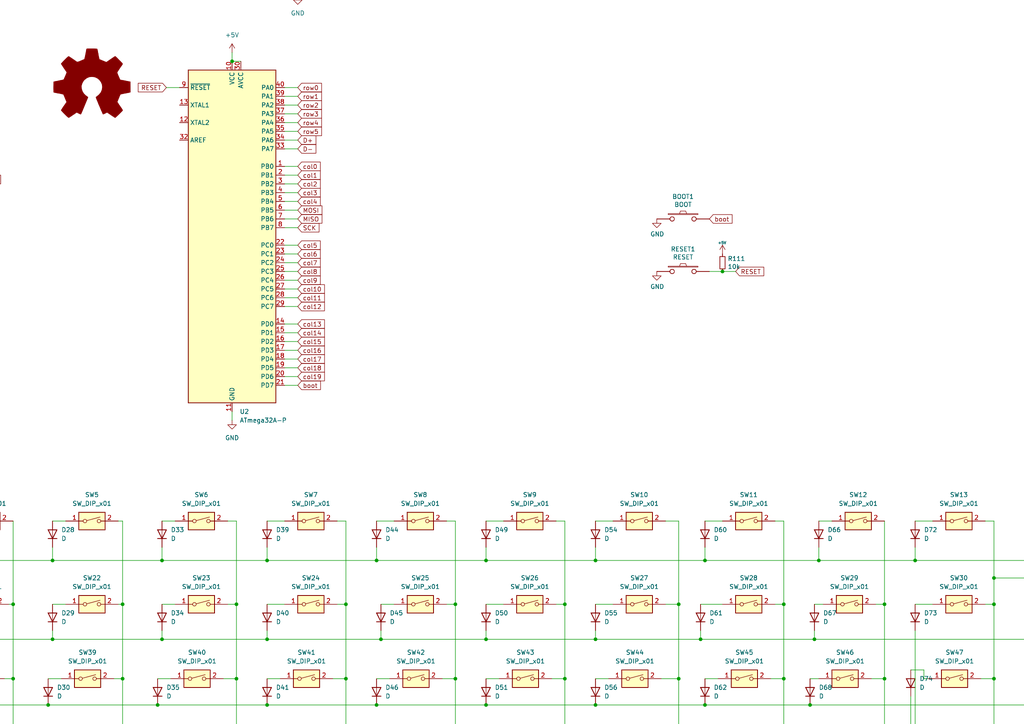
<source format=kicad_sch>
(kicad_sch (version 20230819) (generator eeschema)
  (paper "A4")
  (junction (at 172.72 250.19))
  (junction (at 69.85 -162.56))
  (junction (at 106.68 -80.01))
  (junction (at 205.74 -125.73))
  (junction (at 196.85 218.44))
  (junction (at -81.28 227.33))
  (junction (at -7.62 -80.01))
  (junction (at 330.2 259.08))
  (junction (at 227.33 175.26))
  (junction (at 163.83 196.85))
  (junction (at -140.97 162.56))
  (junction (at -111.76 250.19))
  (junction (at 194.31 -80.01))
  (junction (at 83.82 -114.3))
  (junction (at 38.1 -102.87))
  (junction (at -33.02 -111.76))
  (junction (at 227.33 238.76))
  (junction (at 95.25 -102.87))
  (junction (at 180.34 -147.32))
  (junction (at 3.81 -138.43))
  (junction (at 77.47 250.19))
  (junction (at 172.72 185.42))
  (junction (at 26.67 -80.01))
  (junction (at 24.13 -134.62))
  (junction (at 109.22 250.19))
  (junction (at 83.82 -102.87))
  (junction (at 49.53 -102.87))
  (junction (at 203.2 -134.62))
  (junction (at 203.2 -147.32))
  (junction (at 35.56 -162.56))
  (junction (at 452.12 250.19))
  (junction (at 137.16 -147.32))
  (junction (at -90.17 259.08))
  (junction (at 38.1 -80.01))
  (junction (at 535.94 237.49))
  (junction (at 72.39 -80.01))
  (junction (at -7.62 -114.3))
  (junction (at 168.91 269.24))
  (junction (at 330.2 175.26))
  (junction (at 339.09 269.24))
  (junction (at -17.78 250.19))
  (junction (at 35.56 -147.32))
  (junction (at 104.14 -111.76))
  (junction (at 504.19 218.44))
  (junction (at 12.7 250.19))
  (junction (at -33.02 -162.56))
  (junction (at 60.96 -125.73))
  (junction (at 15.24 -80.01))
  (junction (at 68.58 218.44))
  (junction (at -48.26 185.42))
  (junction (at 172.72 204.47))
  (junction (at -33.02 31.75))
  (junction (at 72.39 -114.3))
  (junction (at 182.88 -80.01))
  (junction (at 58.42 -134.62))
  (junction (at -17.78 227.33))
  (junction (at -81.28 185.42))
  (junction (at 69.85 -147.32))
  (junction (at -111.76 204.47))
  (junction (at -19.05 -91.44))
  (junction (at 139.7 -102.87))
  (junction (at 171.45 -114.3))
  (junction (at 288.29 175.26))
  (junction (at 60.96 -80.01))
  (junction (at 139.7 -92.71))
  (junction (at 172.72 227.33))
  (junction (at 180.34 -134.62))
  (junction (at 92.71 -162.56))
  (junction (at 196.85 238.76))
  (junction (at 1.27 -123.19))
  (junction (at 256.54 175.26))
  (junction (at -90.17 218.44))
  (junction (at 204.47 204.47))
  (junction (at 46.99 -123.19))
  (junction (at -48.26 227.33))
  (junction (at 369.57 204.47))
  (junction (at 234.95 204.47))
  (junction (at 60.96 -102.87))
  (junction (at 38.1 -138.43))
  (junction (at 139.7 -138.43))
  (junction (at 128.27 -92.71))
  (junction (at 49.53 -114.3))
  (junction (at -27.94 196.85))
  (junction (at 58.42 -147.32))
  (junction (at 45.72 227.33))
  (junction (at 15.24 162.56))
  (junction (at -21.59 -111.76))
  (junction (at 485.14 185.42))
  (junction (at 361.95 229.87))
  (junction (at 361.95 259.08))
  (junction (at -144.78 269.24))
  (junction (at 115.57 -162.56))
  (junction (at 233.68 250.19))
  (junction (at 237.49 162.56))
  (junction (at 307.34 185.42))
  (junction (at 95.25 -80.01))
  (junction (at 306.07 162.56))
  (junction (at 68.58 259.08))
  (junction (at -120.65 218.44))
  (junction (at 46.99 185.42))
  (junction (at 58.42 -123.19))
  (junction (at 482.6 250.19))
  (junction (at 35.56 175.26))
  (junction (at 72.39 -92.71))
  (junction (at -33.02 -123.19))
  (junction (at 171.45 -125.73))
  (junction (at 81.28 -123.19))
  (junction (at -7.62 -138.43))
  (junction (at 46.99 -162.56))
  (junction (at 361.95 151.13))
  (junction (at 196.85 175.26))
  (junction (at 419.1 269.24))
  (junction (at 182.88 -125.73))
  (junction (at 3.81 -80.01))
  (junction (at 140.97 250.19))
  (junction (at -49.53 162.56))
  (junction (at 35.56 -123.19))
  (junction (at 180.34 -123.19))
  (junction (at 72.39 -138.43))
  (junction (at 196.85 196.85))
  (junction (at 77.47 227.33))
  (junction (at -81.28 250.19))
  (junction (at 334.01 185.42))
  (junction (at 3.81 218.44))
  (junction (at 83.82 -92.71))
  (junction (at 172.72 162.56))
  (junction (at -19.05 -138.43))
  (junction (at 12.7 -123.19))
  (junction (at 361.95 175.26))
  (junction (at 26.67 -91.44))
  (junction (at 132.08 238.76))
  (junction (at 77.47 162.56))
  (junction (at 148.59 -147.32))
  (junction (at 196.85 257.81))
  (junction (at 307.34 204.47))
  (junction (at 337.82 227.33))
  (junction (at -58.42 218.44))
  (junction (at 15.24 -138.43))
  (junction (at 194.31 -125.73))
  (junction (at 104.14 -147.32))
  (junction (at -10.16 -134.62))
  (junction (at -49.53 204.47))
  (junction (at 139.7 -80.01))
  (junction (at 24.13 -147.32))
  (junction (at -58.42 175.26))
  (junction (at 420.37 227.33))
  (junction (at 81.28 -111.76))
  (junction (at 13.97 204.47))
  (junction (at -15.24 86.36))
  (junction (at 95.25 -138.43))
  (junction (at 106.68 -138.43))
  (junction (at 110.49 185.42))
  (junction (at 140.97 204.47))
  (junction (at -17.78 204.47))
  (junction (at -19.05 -102.87))
  (junction (at 180.34 -111.76))
  (junction (at 92.71 -147.32))
  (junction (at 128.27 -80.01))
  (junction (at 182.88 -92.71))
  (junction (at 232.41 269.24))
  (junction (at -19.05 -114.3))
  (junction (at 203.2 -123.19))
  (junction (at 95.25 -114.3))
  (junction (at 340.36 250.19))
  (junction (at -58.42 238.76))
  (junction (at 92.71 -134.62))
  (junction (at -30.48 -114.3))
  (junction (at -58.42 259.08))
  (junction (at 137.16 -162.56))
  (junction (at 67.31 17.78))
  (junction (at -81.28 204.47))
  (junction (at 12.7 -162.56))
  (junction (at -10.16 -162.56))
  (junction (at 132.08 175.26))
  (junction (at -142.24 185.42))
  (junction (at 137.16 -134.62))
  (junction (at 140.97 162.56))
  (junction (at 100.33 196.85))
  (junction (at 3.81 -102.87))
  (junction (at 15.24 -102.87))
  (junction (at -49.53 250.19))
  (junction (at 83.82 -80.01))
  (junction (at 163.83 238.76))
  (junction (at -142.24 227.33))
  (junction (at 151.13 -125.73))
  (junction (at 194.31 -102.87))
  (junction (at 104.14 -134.62))
  (junction (at 171.45 -92.71))
  (junction (at 106.68 -125.73))
  (junction (at 256.54 238.76))
  (junction (at 45.72 250.19))
  (junction (at 264.16 250.19))
  (junction (at 472.44 237.49))
  (junction (at 3.81 238.76))
  (junction (at 49.53 -80.01))
  (junction (at 416.56 185.42))
  (junction (at 203.2 185.42))
  (junction (at 151.13 -138.43))
  (junction (at -110.49 227.33))
  (junction (at 200.66 269.24))
  (junction (at -30.48 -80.01))
  (junction (at 449.58 227.33))
  (junction (at 367.03 250.19))
  (junction (at -50.8 52.07))
  (junction (at 236.22 185.42))
  (junction (at 256.54 257.81))
  (junction (at 132.08 196.85))
  (junction (at -90.17 238.76))
  (junction (at 69.85 -123.19))
  (junction (at 439.42 237.49))
  (junction (at -15.24 81.28))
  (junction (at 24.13 -162.56))
  (junction (at 504.19 196.85))
  (junction (at 204.47 250.19))
  (junction (at -21.59 -123.19))
  (junction (at 214.63 -147.32))
  (junction (at -120.65 259.08))
  (junction (at 106.68 -92.71))
  (junction (at 148.59 -134.62))
  (junction (at 472.44 214.63))
  (junction (at 81.28 -162.56))
  (junction (at 68.58 196.85))
  (junction (at 393.7 175.26))
  (junction (at 104.14 -123.19))
  (junction (at 504.19 237.49))
  (junction (at 227.33 257.81))
  (junction (at 472.44 194.31))
  (junction (at 95.25 -125.73))
  (junction (at -21.59 -147.32))
  (junction (at 288.29 196.85))
  (junction (at 419.1 250.19))
  (junction (at 100.33 175.26))
  (junction (at 35.56 218.44))
  (junction (at 12.7 -134.62))
  (junction (at 35.56 -111.76))
  (junction (at -10.16 -111.76))
  (junction (at 60.96 -138.43))
  (junction (at 15.24 185.42))
  (junction (at 26.67 -102.87))
  (junction (at 369.57 185.42))
  (junction (at -120.65 238.76))
  (junction (at 15.24 -114.3))
  (junction (at 3.81 -125.73))
  (junction (at 151.13 -92.71))
  (junction (at 12.7 227.33))
  (junction (at -41.91 -138.43))
  (junction (at 81.28 -134.62))
  (junction (at 148.59 -111.76))
  (junction (at 334.01 204.47))
  (junction (at 265.43 227.33))
  (junction (at 265.43 162.56))
  (junction (at 95.25 -92.71))
  (junction (at -19.05 -125.73))
  (junction (at -33.02 -147.32))
  (junction (at 49.53 -138.43))
  (junction (at 46.99 162.56))
  (junction (at 115.57 -147.32))
  (junction (at 307.34 269.24))
  (junction (at 68.58 175.26))
  (junction (at 256.54 196.85))
  (junction (at 163.83 218.44))
  (junction (at -10.16 -147.32))
  (junction (at 393.7 196.85))
  (junction (at -27.94 218.44))
  (junction (at 233.68 227.33))
  (junction (at 100.33 238.76))
  (junction (at 72.39 -125.73))
  (junction (at 439.42 259.08))
  (junction (at 504.19 257.81))
  (junction (at 128.27 -125.73))
  (junction (at 45.72 204.47))
  (junction (at -120.65 196.85))
  (junction (at 35.56 238.76))
  (junction (at -41.91 -125.73))
  (junction (at 31.75 -80.01))
  (junction (at -7.62 -125.73))
  (junction (at 204.47 162.56))
  (junction (at 191.77 -123.19))
  (junction (at 92.71 -111.76))
  (junction (at 191.77 -111.76))
  (junction (at 60.96 -114.3))
  (junction (at 483.87 204.47))
  (junction (at 44.45 269.24))
  (junction (at 453.39 185.42))
  (junction (at -21.59 -134.62))
  (junction (at 439.42 193.04))
  (junction (at 83.82 -125.73))
  (junction (at -50.8 46.99))
  (junction (at -10.16 -123.19))
  (junction (at 191.77 -134.62))
  (junction (at -81.28 269.24))
  (junction (at -90.17 196.85))
  (junction (at -120.65 175.26))
  (junction (at 1.27 -134.62))
  (junction (at -41.91 -114.3))
  (junction (at 3.81 196.85))
  (junction (at 148.59 -162.56))
  (junction (at 288.29 167.64))
  (junction (at 139.7 -125.73))
  (junction (at 46.99 -147.32))
  (junction (at 160.02 -162.56))
  (junction (at 227.33 218.44))
  (junction (at 264.16 269.24))
  (junction (at 128.27 -138.43))
  (junction (at 35.56 -134.62))
  (junction (at 109.22 227.33))
  (junction (at 171.45 -80.01))
  (junction (at -17.78 185.42))
  (junction (at -41.91 -102.87))
  (junction (at 204.47 227.33))
  (junction (at 205.74 -102.87))
  (junction (at 68.58 238.76))
  (junction (at -16.51 162.56))
  (junction (at 1.27 -162.56))
  (junction (at -142.24 250.19))
  (junction (at -11.43 31.75))
  (junction (at 77.47 185.42))
  (junction (at -30.48 -102.87))
  (junction (at -58.42 196.85))
  (junction (at 140.97 185.42))
  (junction (at 160.02 -147.32))
  (junction (at 182.88 -114.3))
  (junction (at 81.28 -147.32))
  (junction (at 38.1 -114.3))
  (junction (at -111.76 185.42))
  (junction (at 1.27 -147.32))
  (junction (at 3.81 -114.3))
  (junction (at 115.57 -134.62))
  (junction (at 109.22 204.47))
  (junction (at 104.14 -162.56))
  (junction (at -30.48 -125.73))
  (junction (at 140.97 227.33))
  (junction (at 160.02 -134.62))
  (junction (at 288.29 257.81))
  (junction (at -30.48 -91.44))
  (junction (at 209.55 78.74))
  (junction (at 83.82 -138.43))
  (junction (at 214.63 -134.62))
  (junction (at 420.37 204.47))
  (junction (at 46.99 -134.62))
  (junction (at -69.85 69.85))
  (junction (at 77.47 204.47))
  (junction (at -142.24 204.47))
  (junction (at 100.33 218.44))
  (junction (at -30.48 38.1))
  (junction (at 12.7 -147.32))
  (junction (at 24.13 -123.19))
  (junction (at -24.13 52.07))
  (junction (at -27.94 175.26))
  (junction (at -27.94 238.76))
  (junction (at 35.56 196.85))
  (junction (at 182.88 -102.87))
  (junction (at 26.67 -138.43))
  (junction (at 26.67 -125.73))
  (junction (at 393.7 240.03))
  (junction (at 535.94 196.85))
  (junction (at 69.85 -134.62))
  (junction (at 38.1 -125.73))
  (junction (at 439.42 218.44))
  (junction (at 58.42 -162.56))
  (junction (at -7.62 -102.87))
  (junction (at 92.71 -123.19))
  (junction (at 191.77 -147.32))
  (junction (at 361.95 196.85))
  (junction (at 49.53 -125.73))
  (junction (at 132.08 218.44))
  (junction (at 171.45 -102.87))
  (junction (at 227.33 196.85))
  (junction (at -111.76 269.24))
  (junction (at -19.05 -80.01))
  (junction (at 15.24 -125.73))
  (junction (at 163.83 175.26))
  (junction (at -78.74 162.56))
  (junction (at 151.13 -80.01))
  (junction (at 72.39 -102.87))
  (junction (at 194.31 -114.3))
  (junction (at -41.91 -91.44))
  (junction (at 109.22 162.56))
  (junction (at 256.54 218.44))
  (junction (at 3.81 175.26))
  (junction (at -33.02 -134.62))
  (junction (at 26.67 -114.3))
  (no_connect (at -50.8 59.69))
  (no_connect (at -50.8 62.23))
  (wire (pts (xy 99.06 -19.05) (xy 101.6 -19.05)))
  (wire (pts (xy 106.68 -80.01) (xy 128.27 -80.01)))
  (wire (pts (xy 204.47 226.06) (xy 204.47 227.33)))
  (wire (pts (xy 420.37 200.66) (xy 420.37 204.47)))
  (wire (pts (xy -30.48 38.1) (xy -30.48 39.37)))
  (wire (pts (xy 26.67 -153.67) (xy 26.67 -138.43)))
  (wire (pts (xy 34.29 -134.62) (xy 35.56 -134.62)))
  (wire (pts (xy 140.97 162.56) (xy 172.72 162.56)))
  (wire (pts (xy -7.62 -80.01) (xy 3.81 -80.01)))
  (wire (pts (xy 190.5 -123.19) (xy 191.77 -123.19)))
  (wire (pts (xy 172.72 218.44) (xy 176.53 218.44)))
  (wire (pts (xy 68.58 238.76) (xy 68.58 259.08)))
  (wire (pts (xy 68.58 -127) (xy 68.58 -125.73)))
  (wire (pts (xy 472.44 194.31) (xy 472.44 214.63)))
  (wire (pts (xy 35.56 -147.32) (xy 35.56 -134.62)))
  (wire (pts (xy 46.99 158.75) (xy 46.99 162.56)))
  (wire (pts (xy -142.24 250.19) (xy -111.76 250.19)))
  (wire (pts (xy 361.95 196.85) (xy 361.95 229.87)))
  (wire (pts (xy 227.33 151.13) (xy 227.33 175.26)))
  (wire (pts (xy 265.43 151.13) (xy 270.51 151.13)))
  (wire (pts (xy 227.33 175.26) (xy 227.33 196.85)))
  (wire (pts (xy 194.31 -114.3) (xy 194.31 -102.87)))
  (wire (pts (xy 367.03 250.19) (xy 419.1 250.19)))
  (wire (pts (xy 77.47 227.33) (xy 109.22 227.33)))
  (wire (pts (xy -142.24 238.76) (xy -139.7 238.76)))
  (wire (pts (xy 115.57 -162.56) (xy 115.57 -147.32)))
  (wire (pts (xy -148.59 185.42) (xy -142.24 185.42)))
  (wire (pts (xy 0 -154.94) (xy 0 -153.67)))
  (wire (pts (xy -41.91 -125.73) (xy -41.91 -114.3)))
  (wire (pts (xy 35.56 -162.56) (xy 35.56 -147.32)))
  (wire (pts (xy 482.6 218.44) (xy 485.14 218.44)))
  (wire (pts (xy -49.53 238.76) (xy -45.72 238.76)))
  (wire (pts (xy -142.24 226.06) (xy -142.24 227.33)))
  (wire (pts (xy 140.97 185.42) (xy 172.72 185.42)))
  (wire (pts (xy 68.58 -123.19) (xy 69.85 -123.19)))
  (wire (pts (xy 191.77 196.85) (xy 196.85 196.85)))
  (wire (pts (xy 72.39 -153.67) (xy 72.39 -138.43)))
  (wire (pts (xy 163.83 238.76) (xy 163.83 276.86)))
  (wire (pts (xy 369.57 259.08) (xy 373.38 259.08)))
  (wire (pts (xy 196.85 218.44) (xy 196.85 238.76)))
  (wire (pts (xy -15.24 86.36) (xy -11.43 86.36)))
  (wire (pts (xy 439.42 177.8) (xy 440.69 177.8)))
  (wire (pts (xy 82.55 86.36) (xy 86.36 86.36)))
  (wire (pts (xy 147.32 -111.76) (xy 148.59 -111.76)))
  (wire (pts (xy 439.42 259.08) (xy 439.42 273.05)))
  (wire (pts (xy -50.8 49.53) (xy -50.8 52.07)))
  (wire (pts (xy 12.7 -111.76) (xy 11.43 -111.76)))
  (wire (pts (xy 72.39 -138.43) (xy 72.39 -125.73)))
  (wire (pts (xy -140.97 151.13) (xy -135.89 151.13)))
  (wire (pts (xy 535.94 196.85) (xy 535.94 237.49)))
  (wire (pts (xy 203.2 185.42) (xy 236.22 185.42)))
  (wire (pts (xy -111.76 238.76) (xy -107.95 238.76)))
  (wire (pts (xy 102.87 -147.32) (xy 104.14 -147.32)))
  (wire (pts (xy 82.55 43.18) (xy 86.36 43.18)))
  (wire (pts (xy -49.53 204.47) (xy -17.78 204.47)))
  (wire (pts (xy 77.47 151.13) (xy 82.55 151.13)))
  (wire (pts (xy 33.02 218.44) (xy 35.56 218.44)))
  (wire (pts (xy 2.54 175.26) (xy 3.81 175.26)))
  (wire (pts (xy 63.5 259.08) (xy 68.58 259.08)))
  (wire (pts (xy 233.68 227.33) (xy 265.43 227.33)))
  (wire (pts (xy 190.5 238.76) (xy 196.85 238.76)))
  (wire (pts (xy -81.28 175.26) (xy -74.93 175.26)))
  (wire (pts (xy 485.14 175.26) (xy 488.95 175.26)))
  (wire (pts (xy -11.43 -134.62) (xy -10.16 -134.62)))
  (wire (pts (xy 68.58 259.08) (xy 68.58 274.32)))
  (wire (pts (xy 419.1 245.11) (xy 419.1 250.19)))
  (wire (pts (xy 92.71 -111.76) (xy 92.71 -101.6)))
  (wire (pts (xy 86.36 -30.48) (xy 86.36 -26.67)))
  (wire (pts (xy 204.47 151.13) (xy 209.55 151.13)))
  (wire (pts (xy 213.36 -139.7) (xy 213.36 -138.43)))
  (wire (pts (xy -30.48 46.99) (xy -29.21 46.99)))
  (wire (pts (xy 179.07 -111.76) (xy 180.34 -111.76)))
  (wire (pts (xy 45.72 227.33) (xy 77.47 227.33)))
  (wire (pts (xy -15.24 81.28) (xy -15.24 78.74)))
  (wire (pts (xy 22.86 -134.62) (xy 24.13 -134.62)))
  (wire (pts (xy 140.97 196.85) (xy 144.78 196.85)))
  (wire (pts (xy 22.86 -104.14) (xy 22.86 -102.87)))
  (wire (pts (xy -49.53 151.13) (xy -43.18 151.13)))
  (wire (pts (xy 334.01 190.5) (xy 334.01 204.47)))
  (wire (pts (xy 64.77 218.44) (xy 68.58 218.44)))
  (wire (pts (xy 168.91 265.43) (xy 168.91 269.24)))
  (wire (pts (xy 194.31 -125.73) (xy 194.31 -114.3)))
  (wire (pts (xy 172.72 158.75) (xy 172.72 162.56)))
  (wire (pts (xy -19.05 -153.67) (xy -19.05 -138.43)))
  (wire (pts (xy 15.24 175.26) (xy 19.05 175.26)))
  (wire (pts (xy 80.01 -104.14) (xy 80.01 -102.87)))
  (wire (pts (xy -34.29 -147.32) (xy -33.02 -147.32)))
  (wire (pts (xy -15.24 86.36) (xy -15.24 88.9)))
  (wire (pts (xy 147.32 -154.94) (xy 147.32 -153.67)))
  (wire (pts (xy 161.29 151.13) (xy 163.83 151.13)))
  (wire (pts (xy 114.3 -134.62) (xy 115.57 -134.62)))
  (wire (pts (xy 34.29 175.26) (xy 35.56 175.26)))
  (wire (pts (xy 0 -123.19) (xy 1.27 -123.19)))
  (wire (pts (xy -10.16 -147.32) (xy -10.16 -134.62)))
  (wire (pts (xy 100.33 218.44) (xy 100.33 238.76)))
  (wire (pts (xy 369.57 266.7) (xy 367.03 266.7)))
  (wire (pts (xy 34.29 -162.56) (xy 35.56 -162.56)))
  (wire (pts (xy 99.06 -11.43) (xy 101.6 -11.43)))
  (wire (pts (xy 283.21 257.81) (xy 288.29 257.81)))
  (wire (pts (xy 49.53 -153.67) (xy 49.53 -138.43)))
  (wire (pts (xy 139.7 -102.87) (xy 139.7 -92.71)))
  (wire (pts (xy 393.7 175.26) (xy 393.7 196.85)))
  (wire (pts (xy 179.07 -93.98) (xy 179.07 -92.71)))
  (wire (pts (xy -24.13 49.53) (xy -24.13 52.07)))
  (wire (pts (xy -11.43 49.53) (xy -24.13 49.53)))
  (wire (pts (xy 172.72 175.26) (xy 177.8 175.26)))
  (wire (pts (xy 204.47 218.44) (xy 208.28 218.44)))
  (wire (pts (xy 82.55 96.52) (xy 86.36 96.52)))
  (wire (pts (xy 11.43 -127) (xy 11.43 -125.73)))
  (wire (pts (xy 252.73 218.44) (xy 256.54 218.44)))
  (wire (pts (xy -111.76 175.26) (xy -105.41 175.26)))
  (wire (pts (xy 128.27 218.44) (xy 132.08 218.44)))
  (wire (pts (xy 237.49 162.56) (xy 265.43 162.56)))
  (wire (pts (xy 147.32 -104.14) (xy 147.32 -102.87)))
  (wire (pts (xy 160.02 196.85) (xy 163.83 196.85)))
  (wire (pts (xy 48.26 25.4) (xy 52.07 25.4)))
  (wire (pts (xy 15.24 185.42) (xy 46.99 185.42)))
  (wire (pts (xy 104.14 -147.32) (xy 104.14 -134.62)))
  (wire (pts (xy 34.29 -111.76) (xy 35.56 -111.76)))
  (wire (pts (xy 35.56 175.26) (xy 35.56 196.85)))
  (wire (pts (xy 110.49 175.26) (xy 114.3 175.26)))
  (wire (pts (xy 132.08 175.26) (xy 132.08 196.85)))
  (wire (pts (xy 46.99 -147.32) (xy 46.99 -134.62)))
  (wire (pts (xy 439.42 237.49) (xy 439.42 259.08)))
  (wire (pts (xy 160.02 -101.6) (xy 158.75 -101.6)))
  (wire (pts (xy 204.47 162.56) (xy 237.49 162.56)))
  (wire (pts (xy -17.78 204.47) (xy 13.97 204.47)))
  (wire (pts (xy -16.51 -63.5) (xy -30.48 -63.5)))
  (wire (pts (xy -69.85 69.85) (xy -66.04 69.85)))
  (wire (pts (xy 502.92 237.49) (xy 504.19 237.49)))
  (wire (pts (xy 102.87 -104.14) (xy 102.87 -102.87)))
  (wire (pts (xy 34.29 -154.94) (xy 34.29 -153.67)))
  (wire (pts (xy 80.01 -154.94) (xy 80.01 -153.67)))
  (wire (pts (xy 158.75 -154.94) (xy 158.75 -153.67)))
  (wire (pts (xy 148.59 -134.62) (xy 148.59 -111.76)))
  (wire (pts (xy 172.72 246.38) (xy 172.72 250.19)))
  (wire (pts (xy 77.47 162.56) (xy 46.99 162.56)))
  (wire (pts (xy 337.82 195.58) (xy 340.36 195.58)))
  (wire (pts (xy 102.87 -139.7) (xy 102.87 -138.43)))
  (wire (pts (xy 66.04 151.13) (xy 68.58 151.13)))
  (wire (pts (xy -15.24 81.28) (xy -11.43 81.28)))
  (wire (pts (xy 172.72 226.06) (xy 172.72 227.33)))
  (wire (pts (xy 330.2 175.26) (xy 330.2 196.85)))
  (wire (pts (xy 127 238.76) (xy 132.08 238.76)))
  (wire (pts (xy 115.57 -190.5) (xy 115.57 -162.56)))
  (wire (pts (xy 179.07 -115.57) (xy 179.07 -114.3)))
  (wire (pts (xy 106.68 -125.73) (xy 106.68 -92.71)))
  (wire (pts (xy 11.43 -123.19) (xy 12.7 -123.19)))
  (wire (pts (xy 182.88 -125.73) (xy 182.88 -114.3)))
  (wire (pts (xy 535.94 175.26) (xy 535.94 196.85)))
  (wire (pts (xy -34.29 -139.7) (xy -34.29 -138.43)))
  (wire (pts (xy 482.6 245.11) (xy 482.6 250.19)))
  (wire (pts (xy 15.24 -80.01) (xy 26.67 -80.01)))
  (wire (pts (xy -81.28 238.76) (xy -77.47 238.76)))
  (wire (pts (xy 203.2 -123.19) (xy 203.2 -111.76)))
  (wire (pts (xy 190.5 -111.76) (xy 191.77 -111.76)))
  (wire (pts (xy 204.47 196.85) (xy 208.28 196.85)))
  (wire (pts (xy 102.87 -127) (xy 102.87 -125.73)))
  (wire (pts (xy -90.17 175.26) (xy -90.17 196.85)))
  (wire (pts (xy 83.82 -114.3) (xy 83.82 -102.87)))
  (wire (pts (xy 182.88 -92.71) (xy 182.88 -80.01)))
  (wire (pts (xy 95.25 -153.67) (xy 95.25 -138.43)))
  (wire (pts (xy -1.27 -69.85) (xy -1.27 -63.5)))
  (wire (pts (xy 82.55 38.1) (xy 86.36 38.1)))
  (wire (pts (xy 115.57 -134.62) (xy 115.57 -101.6)))
  (wire (pts (xy 163.83 196.85) (xy 163.83 218.44)))
  (wire (pts (xy 148.59 -111.76) (xy 148.59 -101.6)))
  (wire (pts (xy 179.07 -134.62) (xy 180.34 -134.62)))
  (wire (pts (xy 128.27 -138.43) (xy 128.27 -125.73)))
  (wire (pts (xy 106.68 -153.67) (xy 106.68 -138.43)))
  (wire (pts (xy 515.62 245.11) (xy 515.62 250.19)))
  (wire (pts (xy 57.15 -115.57) (xy 57.15 -114.3)))
  (wire (pts (xy 213.36 -104.14) (xy 213.36 -102.87)))
  (wire (pts (xy 471.17 214.63) (xy 472.44 214.63)))
  (wire (pts (xy 307.34 182.88) (xy 307.34 185.42)))
  (wire (pts (xy 393.7 196.85) (xy 393.7 240.03)))
  (wire (pts (xy 163.83 218.44) (xy 163.83 238.76)))
  (wire (pts (xy 483.87 265.43) (xy 483.87 269.24)))
  (wire (pts (xy -17.78 246.38) (xy -17.78 250.19)))
  (wire (pts (xy 472.44 237.49) (xy 472.44 214.63)))
  (wire (pts (xy -33.02 -100.33) (xy -34.29 -100.33)))
  (wire (pts (xy 369.57 204.47) (xy 420.37 204.47)))
  (wire (pts (xy 114.3 -154.94) (xy 114.3 -153.67)))
  (wire (pts (xy 1.27 196.85) (xy 3.81 196.85)))
  (wire (pts (xy 31.75 -64.77) (xy 31.75 -58.42)))
  (wire (pts (xy 91.44 -134.62) (xy 92.71 -134.62)))
  (wire (pts (xy 83.82 -80.01) (xy 95.25 -80.01)))
  (wire (pts (xy 34.29 -139.7) (xy 34.29 -138.43)))
  (wire (pts (xy 219.71 257.81) (xy 227.33 257.81)))
  (wire (pts (xy 68.58 -139.7) (xy 68.58 -138.43)))
  (wire (pts (xy 77.47 158.75) (xy 77.47 162.56)))
  (wire (pts (xy 77.47 182.88) (xy 77.47 185.42)))
  (wire (pts (xy 91.44 -147.32) (xy 92.71 -147.32)))
  (wire (pts (xy -124.46 238.76) (xy -120.65 238.76)))
  (wire (pts (xy 80.01 -127) (xy 80.01 -125.73)))
  (wire (pts (xy 191.77 -111.76) (xy 191.77 -101.6)))
  (wire (pts (xy 135.89 -127) (xy 135.89 -125.73)))
  (wire (pts (xy 45.72 226.06) (xy 45.72 227.33)))
  (wire (pts (xy 203.2 -134.62) (xy 203.2 -123.19)))
  (wire (pts (xy 471.17 194.31) (xy 472.44 194.31)))
  (wire (pts (xy 224.79 175.26) (xy 227.33 175.26)))
  (wire (pts (xy 233.68 246.38) (xy 233.68 250.19)))
  (wire (pts (xy -142.24 246.38) (xy -142.24 250.19)))
  (wire (pts (xy -34.29 -92.71) (xy -34.29 -91.44)))
  (wire (pts (xy 340.36 151.13) (xy 344.17 151.13)))
  (wire (pts (xy 92.71 -123.19) (xy 92.71 -111.76)))
  (wire (pts (xy 35.56 -190.5) (xy 35.56 -162.56)))
  (wire (pts (xy 334.01 158.75) (xy 334.01 185.42)))
  (wire (pts (xy 148.59 -190.5) (xy 148.59 -162.56)))
  (wire (pts (xy 72.39 -114.3) (xy 72.39 -102.87)))
  (wire (pts (xy 452.12 237.49) (xy 455.93 237.49)))
  (wire (pts (xy 288.29 167.64) (xy 288.29 175.26)))
  (wire (pts (xy 15.24 151.13) (xy 19.05 151.13)))
  (wire (pts (xy 251.46 238.76) (xy 256.54 238.76)))
  (wire (pts (xy 82.55 50.8) (xy 86.36 50.8)))
  (wire (pts (xy -48.26 175.26) (xy -43.18 175.26)))
  (wire (pts (xy 233.68 250.19) (xy 264.16 250.19)))
  (wire (pts (xy 3.81 -80.01) (xy 15.24 -80.01)))
  (wire (pts (xy 49.53 -125.73) (xy 49.53 -114.3)))
  (wire (pts (xy 81.28 -123.19) (xy 81.28 -111.76)))
  (wire (pts (xy -17.78 238.76) (xy -15.24 238.76)))
  (wire (pts (xy 482.6 237.49) (xy 487.68 237.49)))
  (wire (pts (xy 80.01 -134.62) (xy 81.28 -134.62)))
  (wire (pts (xy 69.85 -134.62) (xy 69.85 -123.19)))
  (wire (pts (xy 1.27 -190.5) (xy 1.27 -162.56)))
  (wire (pts (xy 11.43 -154.94) (xy 11.43 -153.67)))
  (wire (pts (xy 420.37 226.06) (xy 420.37 227.33)))
  (wire (pts (xy -19.05 86.36) (xy -15.24 86.36)))
  (wire (pts (xy 45.72 -104.14) (xy 45.72 -102.87)))
  (wire (pts (xy 307.34 196.85) (xy 311.15 196.85)))
  (wire (pts (xy -111.76 250.19) (xy -81.28 250.19)))
  (wire (pts (xy -110.49 218.44) (xy -106.68 218.44)))
  (wire (pts (xy 339.09 259.08) (xy 342.9 259.08)))
  (wire (pts (xy 12.7 -190.5) (xy 12.7 -162.56)))
  (wire (pts (xy 201.93 -139.7) (xy 201.93 -138.43)))
  (wire (pts (xy 15.24 158.75) (xy 15.24 162.56)))
  (wire (pts (xy 26.67 -91.44) (xy 26.67 -80.01)))
  (wire (pts (xy 67.31 15.24) (xy 67.31 17.78)))
  (wire (pts (xy 69.85 -190.5) (xy 69.85 -162.56)))
  (wire (pts (xy 0 -162.56) (xy 1.27 -162.56)))
  (wire (pts (xy 57.15 -162.56) (xy 58.42 -162.56)))
  (wire (pts (xy 419.1 259.08) (xy 422.91 259.08)))
  (wire (pts (xy 100.33 196.85) (xy 100.33 218.44)))
  (wire (pts (xy 515.62 237.49) (xy 519.43 237.49)))
  (wire (pts (xy 227.33 196.85) (xy 227.33 218.44)))
  (wire (pts (xy 285.75 151.13) (xy 288.29 151.13)))
  (wire (pts (xy -124.46 259.08) (xy -120.65 259.08)))
  (wire (pts (xy 38.1 -102.87) (xy 38.1 -80.01)))
  (wire (pts (xy 109.22 204.47) (xy 140.97 204.47)))
  (wire (pts (xy 140.97 162.56) (xy 109.22 162.56)))
  (wire (pts (xy 129.54 151.13) (xy 132.08 151.13)))
  (wire (pts (xy 1.27 -111.76) (xy 0 -111.76)))
  (wire (pts (xy -111.76 266.7) (xy -111.76 269.24)))
  (wire (pts (xy 31.75 -80.01) (xy 38.1 -80.01)))
  (wire (pts (xy -17.78 175.26) (xy -12.7 175.26)))
  (wire (pts (xy -34.29 -162.56) (xy -33.02 -162.56)))
  (wire (pts (xy 135.89 -134.62) (xy 137.16 -134.62)))
  (wire (pts (xy 214.63 -111.76) (xy 213.36 -111.76)))
  (wire (pts (xy 147.32 -127) (xy 147.32 -125.73)))
  (wire (pts (xy 82.55 48.26) (xy 86.36 48.26)))
  (wire (pts (xy -123.19 196.85) (xy -120.65 196.85)))
  (wire (pts (xy 151.13 -92.71) (xy 151.13 -80.01)))
  (wire (pts (xy 453.39 214.63) (xy 455.93 214.63)))
  (wire (pts (xy 416.56 185.42) (xy 453.39 185.42)))
  (wire (pts (xy -19.05 -80.01) (xy -30.48 -80.01)))
  (wire (pts (xy -10.16 -134.62) (xy -10.16 -123.19)))
  (wire (pts (xy 453.39 185.42) (xy 485.14 185.42)))
  (wire (pts (xy 82.55 55.88) (xy 86.36 55.88)))
  (wire (pts (xy 3.81 238.76) (xy 3.81 273.05)))
  (wire (pts (xy 110.49 185.42) (xy 140.97 185.42)))
  (wire (pts (xy 45.72 -139.7) (xy 45.72 -138.43)))
  (wire (pts (xy 179.07 -147.32) (xy 180.34 -147.32)))
  (wire (pts (xy 95.25 -92.71) (xy 95.25 -80.01)))
  (wire (pts (xy 92.71 -162.56) (xy 92.71 -147.32)))
  (wire (pts (xy 91.44 -104.14) (xy 91.44 -102.87)))
  (wire (pts (xy 370.84 151.13) (xy 375.92 151.13)))
  (wire (pts (xy -34.29 -111.76) (xy -33.02 -111.76)))
  (wire (pts (xy 58.42 -123.19) (xy 58.42 -111.76)))
  (wire (pts (xy 1.27 -147.32) (xy 1.27 -134.62)))
  (wire (pts (xy 420.37 175.26) (xy 425.45 175.26)))
  (wire (pts (xy 46.99 -111.76) (xy 45.72 -111.76)))
  (wire (pts (xy 115.57 -101.6) (xy 114.3 -101.6)))
  (wire (pts (xy 234.95 196.85) (xy 237.49 196.85)))
  (wire (pts (xy 77.47 204.47) (xy 109.22 204.47)))
  (wire (pts (xy 264.16 269.24) (xy 307.34 269.24)))
  (wire (pts (xy -34.29 -127) (xy -34.29 -125.73)))
  (wire (pts (xy -30.48 38.1) (xy -24.13 38.1)))
  (wire (pts (xy -120.65 218.44) (xy -120.65 238.76)))
  (wire (pts (xy 196.85 196.85) (xy 196.85 218.44)))
  (wire (pts (xy -11.43 -115.57) (xy -11.43 -114.3)))
  (wire (pts (xy 0 -127) (xy 0 -125.73)))
  (wire (pts (xy 449.58 227.33) (xy 481.33 227.33)))
  (wire (pts (xy 158.75 -134.62) (xy 160.02 -134.62)))
  (wire (pts (xy 83.82 -102.87) (xy 83.82 -92.71)))
  (wire (pts (xy 68.58 196.85) (xy 68.58 218.44)))
  (wire (pts (xy 12.7 227.33) (xy 45.72 227.33)))
  (wire (pts (xy 49.53 -138.43) (xy 49.53 -125.73)))
  (wire (pts (xy -21.59 -100.33) (xy -22.86 -100.33)))
  (wire (pts (xy 359.41 175.26) (xy 361.95 175.26)))
  (wire (pts (xy 1.27 218.44) (xy 3.81 218.44)))
  (wire (pts (xy 194.31 -102.87) (xy 194.31 -80.01)))
  (wire (pts (xy 68.58 175.26) (xy 68.58 196.85)))
  (wire (pts (xy 227.33 238.76) (xy 227.33 257.81)))
  (wire (pts (xy 26.67 -125.73) (xy 26.67 -114.3)))
  (wire (pts (xy 439.42 259.08) (xy 438.15 259.08)))
  (wire (pts (xy -11.43 -127) (xy -11.43 -125.73)))
  (wire (pts (xy 106.68 -138.43) (xy 106.68 -125.73)))
  (wire (pts (xy 369.57 175.26) (xy 374.65 175.26)))
  (wire (pts (xy 100.33 151.13) (xy 100.33 175.26)))
  (wire (pts (xy 97.79 175.26) (xy 100.33 175.26)))
  (wire (pts (xy 330.2 147.32) (xy 330.2 151.13)))
  (wire (pts (xy 151.13 -125.73) (xy 151.13 -92.71)))
  (wire (pts (xy 337.82 227.33) (xy 420.37 227.33)))
  (wire (pts (xy 361.95 240.03) (xy 393.7 240.03)))
  (wire (pts (xy 367.03 266.7) (xy 367.03 250.19)))
  (wire (pts (xy 147.32 -139.7) (xy 147.32 -138.43)))
  (wire (pts (xy 102.87 -154.94) (xy 102.87 -153.67)))
  (wire (pts (xy 213.36 -147.32) (xy 214.63 -147.32)))
  (wire (pts (xy 69.85 -147.32) (xy 69.85 -134.62)))
  (wire (pts (xy -22.86 -139.7) (xy -22.86 -138.43)))
  (wire (pts (xy 114.3 -139.7) (xy 114.3 -138.43)))
  (wire (pts (xy 534.67 196.85) (xy 535.94 196.85)))
  (wire (pts (xy -78.74 162.56) (xy -140.97 162.56)))
  (wire (pts (xy -78.74 158.75) (xy -78.74 162.56)))
  (wire (pts (xy 193.04 151.13) (xy 196.85 151.13)))
  (wire (pts (xy 80.01 -147.32) (xy 81.28 -147.32)))
  (wire (pts (xy 340.36 246.38) (xy 340.36 250.19)))
  (wire (pts (xy 419.1 237.49) (xy 424.18 237.49)))
  (wire (pts (xy -11.43 -92.71) (xy -11.43 -91.44)))
  (wire (pts (xy 190.5 -115.57) (xy 190.5 -114.3)))
  (wire (pts (xy 190.5 -147.32) (xy 191.77 -147.32)))
  (wire (pts (xy 83.82 -153.67) (xy 83.82 -138.43)))
  (wire (pts (xy 256.54 238.76) (xy 256.54 257.81)))
  (wire (pts (xy 38.1 -80.01) (xy 49.53 -80.01)))
  (wire (pts (xy -50.8 36.83) (xy -44.45 36.83)))
  (wire (pts (xy 92.71 -134.62) (xy 92.71 -123.19)))
  (wire (pts (xy 160.02 -134.62) (xy 160.02 -101.6)))
  (wire (pts (xy 204.47 158.75) (xy 204.47 162.56)))
  (wire (pts (xy 3.81 -125.73) (xy 3.81 -114.3)))
  (wire (pts (xy -148.59 162.56) (xy -140.97 162.56)))
  (wire (pts (xy 81.28 -147.32) (xy 81.28 -134.62)))
  (wire (pts (xy 24.13 -123.19) (xy 24.13 -111.76)))
  (wire (pts (xy 15.24 -153.67) (xy 15.24 -138.43)))
  (wire (pts (xy 60.96 -102.87) (xy 60.96 -80.01)))
  (wire (pts (xy 452.12 250.19) (xy 482.6 250.19)))
  (wire (pts (xy -30.48 -125.73) (xy -30.48 -138.43)))
  (wire (pts (xy -142.24 185.42) (xy -111.76 185.42)))
  (wire (pts (xy -33.02 -162.56) (xy -33.02 -147.32)))
  (wire (pts (xy 81.28 -134.62) (xy 81.28 -123.19)))
  (wire (pts (xy 535.94 237.49) (xy 535.94 274.32)))
  (wire (pts (xy 132.08 238.76) (xy 132.08 274.32)))
  (wire (pts (xy -111.76 204.47) (xy -81.28 204.47)))
  (wire (pts (xy 106.68 -92.71) (xy 106.68 -80.01)))
  (wire (pts (xy -21.59 -190.5) (xy -21.59 -147.32)))
  (wire (pts (xy 204.47 227.33) (xy 233.68 227.33)))
  (wire (pts (xy 45.72 250.19) (xy 77.47 250.19)))
  (wire (pts (xy 137.16 -190.5) (xy 137.16 -162.56)))
  (wire (pts (xy 34.29 -123.19) (xy 35.56 -123.19)))
  (wire (pts (xy -58.42 218.44) (xy -58.42 238.76)))
  (wire (pts (xy -22.86 -92.71) (xy -22.86 -91.44)))
  (wire (pts (xy 483.87 204.47) (xy 515.62 204.47)))
  (wire (pts (xy 35.56 151.13) (xy 35.56 175.26)))
  (wire (pts (xy 307.34 259.08) (xy 311.15 259.08)))
  (wire (pts (xy 46.99 182.88) (xy 46.99 185.42)))
  (wire (pts (xy 420.37 204.47) (xy 483.87 204.47)))
  (wire (pts (xy 213.36 -134.62) (xy 214.63 -134.62)))
  (wire (pts (xy 369.57 196.85) (xy 373.38 196.85)))
  (wire (pts (xy 58.42 -134.62) (xy 58.42 -123.19)))
  (wire (pts (xy 12.7 250.19) (xy 45.72 250.19)))
  (wire (pts (xy 504.19 196.85) (xy 504.19 218.44)))
  (wire (pts (xy -17.78 226.06) (xy -17.78 227.33)))
  (wire (pts (xy -58.42 259.08) (xy -58.42 273.05)))
  (wire (pts (xy 46.99 -134.62) (xy 46.99 -123.19)))
  (wire (pts (xy 58.42 -190.5) (xy 58.42 -162.56)))
  (wire (pts (xy -10.16 -123.19) (xy -10.16 -111.76)))
  (wire (pts (xy 140.97 151.13) (xy 146.05 151.13)))
  (wire (pts (xy 24.13 -111.76) (xy 22.86 -111.76)))
  (wire (pts (xy 200.66 265.43) (xy 200.66 269.24)))
  (wire (pts (xy 82.55 63.5) (xy 86.36 63.5)))
  (wire (pts (xy -81.28 182.88) (xy -81.28 185.42)))
  (wire (pts (xy 504.19 218.44) (xy 504.19 237.49)))
  (wire (pts (xy 60.96 -153.67) (xy 60.96 -138.43)))
  (wire (pts (xy 160.02 218.44) (xy 163.83 218.44)))
  (wire (pts (xy 11.43 -134.62) (xy 12.7 -134.62)))
  (wire (pts (xy 80.01 -139.7) (xy 80.01 -138.43)))
  (wire (pts (xy 306.07 151.13) (xy 312.42 151.13)))
  (wire (pts (xy 485.14 185.42) (xy 516.89 185.42)))
  (wire (pts (xy 67.31 119.38) (xy 67.31 121.92)))
  (wire (pts (xy 102.87 -134.62) (xy 104.14 -134.62)))
  (wire (pts (xy 171.45 -92.71) (xy 171.45 -80.01)))
  (wire (pts (xy 158.75 -139.7) (xy 158.75 -138.43)))
  (wire (pts (xy 148.59 -147.32) (xy 148.59 -134.62)))
  (wire (pts (xy -81.28 246.38) (xy -81.28 250.19)))
  (wire (pts (xy 0 -139.7) (xy 0 -138.43)))
  (wire (pts (xy 104.14 -134.62) (xy 104.14 -123.19)))
  (wire (pts (xy 77.47 246.38) (xy 77.47 250.19)))
  (wire (pts (xy 45.72 238.76) (xy 48.26 238.76)))
  (wire (pts (xy 233.68 226.06) (xy 233.68 227.33)))
  (wire (pts (xy 307.34 204.47) (xy 334.01 204.47)))
  (wire (pts (xy 104.14 -111.76) (xy 104.14 -101.6)))
  (wire (pts (xy 148.59 -162.56) (xy 148.59 -147.32)))
  (wire (pts (xy 420.37 182.88) (xy 416.56 182.88)))
  (wire (pts (xy 285.75 175.26) (xy 288.29 175.26)))
  (wire (pts (xy 35.56 238.76) (xy 35.56 273.05)))
  (wire (pts (xy 502.92 257.81) (xy 504.19 257.81)))
  (wire (pts (xy -142.24 227.33) (xy -110.49 227.33)))
  (wire (pts (xy 419.1 269.24) (xy 483.87 269.24)))
  (wire (pts (xy 68.58 -147.32) (xy 69.85 -147.32)))
  (wire (pts (xy -10.16 -162.56) (xy -10.16 -147.32)))
  (wire (pts (xy -81.28 204.47) (xy -49.53 204.47)))
  (wire (pts (xy 91.44 -93.98) (xy 91.44 -92.71)))
  (wire (pts (xy 449.58 222.25) (xy 449.58 227.33)))
  (wire (pts (xy -90.17 218.44) (xy -90.17 238.76)))
  (wire (pts (xy 35.56 -123.19) (xy 35.56 -111.76)))
  (wire (pts (xy 453.39 222.25) (xy 449.58 222.25)))
  (wire (pts (xy 201.93 -134.62) (xy 203.2 -134.62)))
  (wire (pts (xy 26.67 -80.01) (xy 31.75 -80.01)))
  (wire (pts (xy 31.75 238.76) (xy 35.56 238.76)))
  (wire (pts (xy -16.51 158.75) (xy -16.51 162.56)))
  (wire (pts (xy 485.14 182.88) (xy 485.14 185.42)))
  (wire (pts (xy 203.2 175.26) (xy 209.55 175.26)))
  (wire (pts (xy 481.33 217.17) (xy 482.6 217.17)))
  (wire (pts (xy -120.65 196.85) (xy -120.65 218.44)))
  (wire (pts (xy 82.55 104.14) (xy 86.36 104.14)))
  (wire (pts (xy 172.72 250.19) (xy 204.47 250.19)))
  (wire (pts (xy 265.43 227.33) (xy 337.82 227.33)))
  (wire (pts (xy 64.77 196.85) (xy 68.58 196.85)))
  (wire (pts (xy 234.95 204.47) (xy 307.34 204.47)))
  (wire (pts (xy 339.09 182.88) (xy 339.09 190.5)))
  (wire (pts (xy 190.5 -93.98) (xy 190.5 -92.71)))
  (wire (pts (xy -111.76 185.42) (xy -81.28 185.42)))
  (wire (pts (xy 3.81 151.13) (xy 3.81 175.26)))
  (wire (pts (xy 68.58 -115.57) (xy 68.58 -114.3)))
  (wire (pts (xy 44.45 259.08) (xy 48.26 259.08)))
  (wire (pts (xy 128.27 -153.67) (xy 128.27 -138.43)))
  (wire (pts (xy 128.27 -125.73) (xy 128.27 -92.71)))
  (wire (pts (xy 72.39 -92.71) (xy 72.39 -80.01)))
  (wire (pts (xy -17.78 182.88) (xy -17.78 185.42)))
  (wire (pts (xy 22.86 -147.32) (xy 24.13 -147.32)))
  (wire (pts (xy 68.58 -154.94) (xy 68.58 -153.67)))
  (wire (pts (xy -27.94 151.13) (xy -27.94 175.26)))
  (wire (pts (xy 58.42 -111.76) (xy 57.15 -111.76)))
  (wire (pts (xy 15.24 -102.87) (xy 15.24 -80.01)))
  (wire (pts (xy 288.29 151.13) (xy 288.29 167.64)))
  (wire (pts (xy 77.47 175.26) (xy 82.55 175.26)))
  (wire (pts (xy 12.7 218.44) (xy 17.78 218.44)))
  (wire (pts (xy 233.68 238.76) (xy 236.22 238.76)))
  (wire (pts (xy 419.1 250.19) (xy 452.12 250.19)))
  (wire (pts (xy -17.78 218.44) (xy -13.97 218.44)))
  (wire (pts (xy 35.56 -134.62) (xy 35.56 -123.19)))
  (wire (pts (xy 516.89 182.88) (xy 516.89 185.42)))
  (wire (pts (xy 31.75 -80.01) (xy 31.75 -74.93)))
  (wire (pts (xy 196.85 238.76) (xy 196.85 257.81)))
  (wire (pts (xy -11.43 -154.94) (xy -11.43 -153.67)))
  (wire (pts (xy -58.42 175.26) (xy -58.42 196.85)))
  (wire (pts (xy -49.53 158.75) (xy -49.53 162.56)))
  (wire (pts (xy 148.59 -101.6) (xy 147.32 -101.6)))
  (wire (pts (xy 11.43 -162.56) (xy 12.7 -162.56)))
  (wire (pts (xy 83.82 -125.73) (xy 83.82 -114.3)))
  (wire (pts (xy -11.43 -162.56) (xy -10.16 -162.56)))
  (wire (pts (xy 140.97 250.19) (xy 172.72 250.19)))
  (wire (pts (xy 81.28 -190.5) (xy 81.28 -162.56)))
  (wire (pts (xy 102.87 -111.76) (xy 104.14 -111.76)))
  (wire (pts (xy -90.17 196.85) (xy -90.17 218.44)))
  (wire (pts (xy -78.74 151.13) (xy -73.66 151.13)))
  (wire (pts (xy 182.88 -138.43) (xy 182.88 -125.73)))
  (wire (pts (xy 95.25 -102.87) (xy 95.25 -92.71)))
  (wire (pts (xy 46.99 151.13) (xy 50.8 151.13)))
  (wire (pts (xy 44.45 266.7) (xy 44.45 269.24)))
  (wire (pts (xy -50.8 46.99) (xy -38.1 46.99)))
  (wire (pts (xy 172.72 238.76) (xy 175.26 238.76)))
  (wire (pts (xy 46.99 185.42) (xy 77.47 185.42)))
  (wire (pts (xy 158.75 238.76) (xy 163.83 238.76)))
  (wire (pts (xy 137.16 -147.32) (xy 137.16 -134.62)))
  (wire (pts (xy 83.82 -92.71) (xy 83.82 -80.01)))
  (wire (pts (xy -50.8 44.45) (xy -50.8 46.99)))
  (wire (pts (xy 24.13 -134.62) (xy 24.13 -123.19)))
  (wire (pts (xy 128.27 196.85) (xy 132.08 196.85)))
  (wire (pts (xy 330.2 259.08) (xy 330.2 273.05)))
  (wire (pts (xy 172.72 185.42) (xy 203.2 185.42)))
  (wire (pts (xy 81.28 -101.6) (xy 80.01 -101.6)))
  (wire (pts (xy -58.42 151.13) (xy -58.42 175.26)))
  (wire (pts (xy 369.57 182.88) (xy 369.57 185.42)))
  (wire (pts (xy -33.02 -147.32) (xy -33.02 -134.62)))
  (wire (pts (xy 158.75 -127) (xy 158.75 -125.73)))
  (wire (pts (xy 334.01 204.47) (xy 369.57 204.47)))
  (wire (pts (xy 35.56 196.85) (xy 35.56 218.44)))
  (wire (pts (xy -7.62 -138.43) (xy -7.62 -125.73)))
  (wire (pts (xy 82.55 101.6) (xy 86.36 101.6)))
  (wire (pts (xy -44.45 39.37) (xy -50.8 39.37)))
  (wire (pts (xy 12.7 238.76) (xy 16.51 238.76)))
  (wire (pts (xy 3.81 -153.67) (xy 3.81 -138.43)))
  (wire (pts (xy -10.16 -111.76) (xy -10.16 -100.33)))
  (wire (pts (xy 158.75 -162.56) (xy 160.02 -162.56)))
  (wire (pts (xy 168.91 269.24) (xy 200.66 269.24)))
  (wire (pts (xy 370.84 158.75) (xy 370.84 162.56)))
  (wire (pts (xy 44.45 269.24) (xy 168.91 269.24)))
  (wire (pts (xy 391.16 151.13) (xy 393.7 151.13)))
  (wire (pts (xy 233.68 218.44) (xy 237.49 218.44)))
  (wire (pts (xy 24.13 -190.5) (xy 24.13 -162.56)))
  (wire (pts (xy -110.49 226.06) (xy -110.49 227.33)))
  (wire (pts (xy -10.16 -190.5) (xy -10.16 -162.56)))
  (wire (pts (xy 340.36 195.58) (xy 340.36 196.85)))
  (wire (pts (xy 45.72 246.38) (xy 45.72 250.19)))
  (wire (pts (xy 82.55 71.12) (xy 86.36 71.12)))
  (wire (pts (xy 190.5 -104.14) (xy 190.5 -102.87)))
  (wire (pts (xy 419.1 266.7) (xy 419.1 269.24)))
  (wire (pts (xy -144.78 266.7) (xy -144.78 269.24)))
  (wire (pts (xy 1.27 -134.62) (xy 1.27 -123.19)))
  (wire (pts (xy 3.81 196.85) (xy 3.81 218.44)))
  (wire (pts (xy 179.07 -104.14) (xy 179.07 -102.87)))
  (wire (pts (xy 191.77 -134.62) (xy 191.77 -123.19)))
  (wire (pts (xy 256.54 175.26) (xy 256.54 196.85)))
  (wire (pts (xy 179.07 -127) (xy 179.07 -125.73)))
  (wire (pts (xy -10.16 -100.33) (xy -11.43 -100.33)))
  (wire (pts (xy 83.82 -80.01) (xy 72.39 -80.01)))
  (wire (pts (xy -19.05 -91.44) (xy -19.05 -80.01)))
  (wire (pts (xy 115.57 -147.32) (xy 115.57 -134.62)))
  (wire (pts (xy -30.48 -114.3) (xy -30.48 -125.73)))
  (wire (pts (xy 201.93 -115.57) (xy 201.93 -114.3)))
  (wire (pts (xy -111.76 246.38) (xy -111.76 250.19)))
  (wire (pts (xy -19.05 -102.87) (xy -19.05 -91.44)))
  (wire (pts (xy 264.16 257.81) (xy 267.97 257.81)))
  (wire (pts (xy 393.7 240.03) (xy 393.7 259.08)))
  (wire (pts (xy 22.86 -162.56) (xy 24.13 -162.56)))
  (wire (pts (xy 180.34 -111.76) (xy 180.34 -101.6)))
  (wire (pts (xy 251.46 257.81) (xy 256.54 257.81)))
  (wire (pts (xy -27.94 238.76) (xy -27.94 273.05)))
  (wire (pts (xy 472.44 237.49) (xy 472.44 275.59)))
  (wire (pts (xy 140.97 246.38) (xy 140.97 250.19)))
  (wire (pts (xy 38.1 -153.67) (xy 38.1 -138.43)))
  (wire (pts (xy 264.16 194.31) (xy 267.97 194.31)))
  (wire (pts (xy 515.62 196.85) (xy 519.43 196.85)))
  (wire (pts (xy 38.1 -138.43) (xy 38.1 -125.73)))
  (wire (pts (xy 135.89 -147.32) (xy 137.16 -147.32)))
  (wire (pts (xy 57.15 -139.7) (xy 57.15 -138.43)))
  (wire (pts (xy 204.47 250.19) (xy 233.68 250.19)))
  (wire (pts (xy 182.88 -102.87) (xy 182.88 -92.71)))
  (wire (pts (xy 45.72 -134.62) (xy 46.99 -134.62)))
  (wire (pts (xy 327.66 175.26) (xy 330.2 175.26)))
  (wire (pts (xy -49.53 250.19) (xy -17.78 250.19)))
  (wire (pts (xy -7.62 -114.3) (xy -7.62 -102.87)))
  (wire (pts (xy 201.93 -123.19) (xy 203.2 -123.19)))
  (wire (pts (xy -34.29 -123.19) (xy -33.02 -123.19)))
  (wire (pts (xy 163.83 175.26) (xy 163.83 196.85)))
  (wire (pts (xy 190.5 -139.7) (xy 190.5 -138.43)))
  (wire (pts (xy -90.17 238.76) (xy -90.17 259.08)))
  (wire (pts (xy 358.14 238.76) (xy 361.95 238.76)))
  (wire (pts (xy -48.26 227.33) (xy -17.78 227.33)))
  (wire (pts (xy -17.78 196.85) (xy -13.97 196.85)))
  (wire (pts (xy 35.56 -100.33) (xy 34.29 -100.33)))
  (wire (pts (xy 265.43 162.56) (xy 306.07 162.56)))
  (wire (pts (xy 83.82 -138.43) (xy 83.82 -125.73)))
  (wire (pts (xy 200.66 257.81) (xy 204.47 257.81)))
  (wire (pts (xy 34.29 -104.14) (xy 34.29 -102.87)))
  (wire (pts (xy 15.24 182.88) (xy 15.24 185.42)))
  (wire (pts (xy 3.81 218.44) (xy 3.81 238.76)))
  (wire (pts (xy 11.43 -115.57) (xy 11.43 -114.3)))
  (wire (pts (xy 82.55 60.96) (xy 86.36 60.96)))
  (wire (pts (xy -30.48 36.83) (xy -30.48 38.1)))
  (wire (pts (xy 96.52 196.85) (xy 100.33 196.85)))
  (wire (pts (xy -33.02 -123.19) (xy -33.02 -111.76)))
  (wire (pts (xy 224.79 151.13) (xy 227.33 151.13)))
  (wire (pts (xy -34.29 -154.94) (xy -34.29 -153.67)))
  (wire (pts (xy -11.43 -147.32) (xy -10.16 -147.32)))
  (wire (pts (xy 12.7 -147.32) (xy 12.7 -134.62)))
  (wire (pts (xy 306.07 162.56) (xy 370.84 162.56)))
  (wire (pts (xy 140.97 182.88) (xy 140.97 185.42)))
  (wire (pts (xy 214.63 -134.62) (xy 214.63 -111.76)))
  (wire (pts (xy 171.45 -138.43) (xy 171.45 -125.73)))
  (wire (pts (xy 361.95 259.08) (xy 361.95 240.03)))
  (wire (pts (xy 160.02 -162.56) (xy 160.02 -147.32)))
  (wire (pts (xy 515.62 250.19) (xy 482.6 250.19)))
  (wire (pts (xy 109.22 218.44) (xy 113.03 218.44)))
  (wire (pts (xy 203.2 -111.76) (xy 201.93 -111.76)))
  (wire (pts (xy 223.52 218.44) (xy 227.33 218.44)))
  (wire (pts (xy 139.7 -153.67) (xy 139.7 -138.43)))
  (wire (pts (xy 97.79 151.13) (xy 100.33 151.13)))
  (wire (pts (xy -142.24 182.88) (xy -142.24 185.42)))
  (wire (pts (xy -27.94 175.26) (xy -27.94 196.85)))
  (wire (pts (xy -27.94 196.85) (xy -27.94 218.44)))
  (wire (pts (xy 440.69 177.8) (xy 440.69 175.26)))
  (wire (pts (xy -91.44 218.44) (xy -90.17 218.44)))
  (wire (pts (xy 80.01 -162.56) (xy 81.28 -162.56)))
  (wire (pts (xy 109.22 238.76) (xy 111.76 238.76)))
  (wire (pts (xy 82.55 83.82) (xy 86.36 83.82)))
  (wire (pts (xy 191.77 -147.32) (xy 191.77 -134.62)))
  (wire (pts (xy 227.33 257.81) (xy 227.33 274.32)))
  (wire (pts (xy 388.62 196.85) (xy 393.7 196.85)))
  (wire (pts (xy 12.7 226.06) (xy 12.7 227.33)))
  (wire (pts (xy 58.42 -147.32) (xy 58.42 -134.62)))
  (wire (pts (xy 256.54 151.13) (xy 256.54 175.26)))
  (wire (pts (xy 0 238.76) (xy 3.81 238.76)))
  (wire (pts (xy 34.29 -115.57) (xy 34.29 -114.3)))
  (wire (pts (xy -92.71 259.08) (xy -90.17 259.08)))
  (wire (pts (xy 147.32 -162.56) (xy 148.59 -162.56)))
  (wire (pts (xy 82.55 33.02) (xy 86.36 33.02)))
  (wire (pts (xy 358.14 259.08) (xy 361.95 259.08)))
  (wire (pts (xy -11.43 31.75) (xy -11.43 41.91)))
  (wire (pts (xy 140.97 204.47) (xy 172.72 204.47)))
  (wire (pts (xy 1.27 -162.56) (xy 1.27 -147.32)))
  (wire (pts (xy 102.87 -115.57) (xy 102.87 -114.3)))
  (wire (pts (xy 307.34 269.24) (xy 339.09 269.24)))
  (wire (pts (xy 340.36 250.19) (xy 367.03 250.19)))
  (wire (pts (xy 82.55 106.68) (xy 86.36 106.68)))
  (wire (pts (xy -16.51 162.56) (xy -49.53 162.56)))
  (wire (pts (xy -58.42 196.85) (xy -58.42 218.44)))
  (wire (pts (xy 190.5 -127) (xy 190.5 -125.73)))
  (wire (pts (xy 191.77 -190.5) (xy 191.77 -147.32)))
  (wire (pts (xy -142.24 218.44) (xy -138.43 218.44)))
  (wire (pts (xy -120.65 151.13) (xy -120.65 175.26)))
  (wire (pts (xy 168.91 257.81) (xy 172.72 257.81)))
  (wire (pts (xy 288.29 196.85) (xy 288.29 257.81)))
  (wire (pts (xy 104.14 -190.5) (xy 104.14 -162.56)))
  (wire (pts (xy -19.05 -114.3) (xy -19.05 -102.87)))
  (wire (pts (xy 232.41 269.24) (xy 264.16 269.24)))
  (wire (pts (xy 77.47 218.44) (xy 81.28 218.44)))
  (wire (pts (xy 172.72 227.33) (xy 204.47 227.33)))
  (wire (pts (xy 330.2 259.08) (xy 330.2 229.87)))
  (wire (pts (xy 63.5 238.76) (xy 68.58 238.76)))
  (wire (pts (xy -21.59 -111.76) (xy -21.59 -100.33)))
  (wire (pts (xy -30.48 -80.01) (xy -30.48 -91.44)))
  (wire (pts (xy 15.24 -114.3) (xy 15.24 -102.87)))
  (wire (pts (xy 49.53 -102.87) (xy 49.53 -80.01)))
  (wire (pts (xy 46.99 -123.19) (xy 46.99 -111.76)))
  (wire (pts (xy 180.34 -123.19) (xy 180.34 -111.76)))
  (wire (pts (xy 26.67 -138.43) (xy 26.67 -125.73)))
  (wire (pts (xy -24.13 52.07) (xy -50.8 52.07)))
  (wire (pts (xy 33.02 196.85) (xy 35.56 196.85)))
  (wire (pts (xy 95.25 -114.3) (xy 95.25 -102.87)))
  (wire (pts (xy 222.25 238.76) (xy 227.33 238.76)))
  (wire (pts (xy 12.7 -123.19) (xy 12.7 -111.76)))
  (wire (pts (xy -21.59 -147.32) (xy -21.59 -134.62)))
  (wire (pts (xy 135.89 -139.7) (xy 135.89 -138.43)))
  (wire (pts (xy 137.16 -101.6) (xy 135.89 -101.6)))
  (wire (pts (xy 109.22 250.19) (xy 140.97 250.19)))
  (wire (pts (xy 91.44 -139.7) (xy 91.44 -138.43)))
  (wire (pts (xy 361.95 259.08) (xy 361.95 273.05)))
  (wire (pts (xy -62.23 238.76) (xy -58.42 238.76)))
  (wire (pts (xy -48.26 218.44) (xy -44.45 218.44)))
  (wire (pts (xy 204.47 246.38) (xy 204.47 250.19)))
  (wire (pts (xy 82.55 93.98) (xy 86.36 93.98)))
  (wire (pts (xy 82.55 73.66) (xy 86.36 73.66)))
  (wire (pts (xy 481.33 224.79) (xy 481.33 227.33)))
  (wire (pts (xy 82.55 27.94) (xy 86.36 27.94)))
  (wire (pts (xy 180.34 -190.5) (xy 180.34 -147.32)))
  (wire (pts (xy -15.24 52.07) (xy -5.08 52.07)))
  (wire (pts (xy 13.97 204.47) (xy 45.72 204.47)))
  (wire (pts (xy 140.97 238.76) (xy 143.51 238.76)))
  (wire (pts (xy 109.22 196.85) (xy 113.03 196.85)))
  (wire (pts (xy 209.55 78.74) (xy 205.74 78.74)))
  (wire (pts (xy -7.62 -125.73) (xy -7.62 -114.3)))
  (wire (pts (xy 15.24 -125.73) (xy 15.24 -114.3)))
  (wire (pts (xy -11.43 -111.76) (xy -10.16 -111.76)))
  (wire (pts (xy -144.78 269.24) (xy -111.76 269.24)))
  (wire (pts (xy 339.09 269.24) (xy 419.1 269.24)))
  (wire (pts (xy 128.27 -80.01) (xy 139.7 -80.01)))
  (wire (pts (xy 172.72 204.47) (xy 204.47 204.47)))
  (wire (pts (xy 307.34 175.26) (xy 312.42 175.26)))
  (wire (pts (xy 140.97 158.75) (xy 140.97 162.56)))
  (wire (pts (xy -29.21 196.85) (xy -27.94 196.85)))
  (wire (pts (xy 139.7 -138.43) (xy 139.7 -125.73)))
  (wire (pts (xy 57.15 -123.19) (xy 58.42 -123.19)))
  (wire (pts (xy 22.86 -154.94) (xy 22.86 -153.67)))
  (wire (pts (xy 452.12 245.11) (xy 452.12 250.19)))
  (wire (pts (xy 330.2 229.87) (xy 361.95 229.87)))
  (wire (pts (xy -60.96 218.44) (xy -58.42 218.44)))
  (wire (pts (xy 254 175.26) (xy 256.54 175.26)))
  (wire (pts (xy 81.28 -111.76) (xy 81.28 -101.6)))
  (wire (pts (xy 109.22 158.75) (xy 109.22 162.56)))
  (wire (pts (xy -49.53 246.38) (xy -49.53 250.19)))
  (wire (pts (xy 340.36 238.76) (xy 342.9 238.76)))
  (wire (pts (xy -22.86 -147.32) (xy -21.59 -147.32)))
  (wire (pts (xy 179.07 -123.19) (xy 180.34 -123.19)))
  (wire (pts (xy 416.56 182.88) (xy 416.56 185.42)))
  (wire (pts (xy -11.43 -123.19) (xy -10.16 -123.19)))
  (wire (pts (xy -22.86 -127) (xy -22.86 -125.73)))
  (wire (pts (xy 15.24 162.56) (xy -16.51 162.56)))
  (wire (pts (xy 213.36 -127) (xy 213.36 -125.73)))
  (wire (pts (xy -41.91 -138.43) (xy -41.91 -125.73)))
  (wire (pts (xy 203.2 182.88) (xy 203.2 185.42)))
  (wire (pts (xy 24.13 -162.56) (xy 24.13 -147.32)))
  (wire (pts (xy 15.24 -138.43) (xy 15.24 -125.73)))
  (wire (pts (xy 81.28 -162.56) (xy 81.28 -147.32)))
  (wire (pts (xy -144.78 259.08) (xy -139.7 259.08)))
  (wire (pts (xy 252.73 196.85) (xy 256.54 196.85)))
  (wire (pts (xy 172.72 151.13) (xy 177.8 151.13)))
  (wire (pts (xy 256.54 218.44) (xy 256.54 238.76)))
  (wire (pts (xy 95.25 238.76) (xy 100.33 238.76)))
  (wire (pts (xy -92.71 238.76) (xy -90.17 238.76)))
  (wire (pts (xy 420.37 227.33) (xy 449.58 227.33)))
  (wire (pts (xy 104.14 -123.19) (xy 104.14 -111.76)))
  (wire (pts (xy -17.78 250.19) (xy 12.7 250.19)))
  (wire (pts (xy -156.21 269.24) (xy -144.78 269.24)))
  (wire (pts (xy -50.8 31.75) (xy -33.02 31.75)))
  (wire (pts (xy 35.56 -111.76) (xy 35.56 -100.33)))
  (wire (pts (xy -123.19 218.44) (xy -120.65 218.44)))
  (wire (pts (xy 45.72 -127) (xy 45.72 -125.73)))
  (wire (pts (xy 483.87 257.81) (xy 487.68 257.81)))
  (wire (pts (xy -41.91 -91.44) (xy -41.91 -80.01)))
  (wire (pts (xy 69.85 -111.76) (xy 68.58 -111.76)))
  (wire (pts (xy 171.45 -102.87) (xy 171.45 -92.71)))
  (wire (pts (xy 453.39 201.93) (xy 449.58 201.93)))
  (wire (pts (xy 205.74 -138.43) (xy 205.74 -125.73)))
  (wire (pts (xy -91.44 196.85) (xy -90.17 196.85)))
  (wire (pts (xy 420.37 218.44) (xy 424.18 218.44)))
  (wire (pts (xy 72.39 -102.87) (xy 72.39 -92.71)))
  (wire (pts (xy 26.67 -114.3) (xy 26.67 -102.87)))
  (wire (pts (xy 57.15 -154.94) (xy 57.15 -153.67)))
  (wire (pts (xy 80.01 -115.57) (xy 80.01 -114.3)))
  (wire (pts (xy 232.41 257.81) (xy 236.22 257.81)))
  (wire (pts (xy 139.7 -125.73) (xy 139.7 -102.87)))
  (wire (pts (xy -34.29 -134.62) (xy -33.02 -134.62)))
  (wire (pts (xy -22.86 -104.14) (xy -22.86 -102.87)))
  (wire (pts (xy -120.65 259.08) (xy -120.65 274.32)))
  (wire (pts (xy 129.54 175.26) (xy 132.08 175.26)))
  (wire (pts (xy 82.55 40.64) (xy 86.36 40.64)))
  (wire (pts (xy 26.67 -102.87) (xy 26.67 -91.44)))
  (wire (pts (xy -120.65 238.76) (xy -120.65 259.08)))
  (wire (pts (xy -33.02 -190.5) (xy -33.02 -162.56)))
  (wire (pts (xy 0 -115.57) (xy 0 -114.3)))
  (wire (pts (xy 77.47 185.42) (xy 110.49 185.42)))
  (wire (pts (xy 172.72 196.85) (xy 176.53 196.85)))
  (wire (pts (xy 264.16 265.43) (xy 264.16 269.24)))
  (wire (pts (xy 389.89 175.26) (xy 393.7 175.26)))
  (wire (pts (xy -11.43 -104.14) (xy -11.43 -102.87)))
  (wire (pts (xy 45.72 -123.19) (xy 46.99 -123.19)))
  (wire (pts (xy 91.44 -115.57) (xy 91.44 -114.3)))
  (wire (pts (xy 158.75 -147.32) (xy 160.02 -147.32)))
  (wire (pts (xy 340.36 196.85) (xy 342.9 196.85)))
  (wire (pts (xy -17.78 227.33) (xy 12.7 227.33)))
  (wire (pts (xy -121.92 175.26) (xy -120.65 175.26)))
  (wire (pts (xy 49.53 -114.3) (xy 49.53 -102.87)))
  (wire (pts (xy 182.88 -114.3) (xy 182.88 -102.87)))
  (wire (pts (xy -41.91 -114.3) (xy -41.91 -102.87)))
  (wire (pts (xy -142.24 204.47) (xy -111.76 204.47)))
  (wire (pts (xy 504.19 257.81) (xy 504.19 237.49)))
  (wire (pts (xy 82.55 88.9) (xy 86.36 88.9)))
  (wire (pts (xy 95.25 -80.01) (xy 106.68 -80.01)))
  (wire (pts (xy 453.39 182.88) (xy 453.39 185.42)))
  (wire (pts (xy 140.97 226.06) (xy 140.97 227.33)))
  (wire (pts (xy 420.37 193.04) (xy 424.18 193.04)))
  (wire (pts (xy 114.3 -93.98) (xy 114.3 -92.71)))
  (wire (pts (xy 201.93 -127) (xy 201.93 -125.73)))
  (wire (pts (xy 72.39 -80.01) (xy 60.96 -80.01)))
  (wire (pts (xy 92.71 -190.5) (xy 92.71 -162.56)))
  (wire (pts (xy 110.49 182.88) (xy 110.49 185.42)))
  (wire (pts (xy 264.16 201.93) (xy 264.16 250.19)))
  (wire (pts (xy 22.86 -123.19) (xy 24.13 -123.19)))
  (wire (pts (xy 256.54 196.85) (xy 256.54 218.44)))
  (wire (pts (xy 196.85 257.81) (xy 196.85 274.32)))
  (wire (pts (xy -111.76 182.88) (xy -111.76 185.42)))
  (wire (pts (xy 264.16 250.19) (xy 340.36 250.19)))
  (wire (pts (xy 109.22 227.33) (xy 140.97 227.33)))
  (wire (pts (xy 267.97 194.31) (xy 267.97 196.85)))
  (wire (pts (xy 82.55 35.56) (xy 86.36 35.56)))
  (wire (pts (xy -110.49 227.33) (xy -81.28 227.33)))
  (wire (pts (xy 180.34 -147.32) (xy 180.34 -134.62)))
  (wire (pts (xy 196.85 175.26) (xy 196.85 196.85)))
  (wire (pts (xy 45.72 204.47) (xy 77.47 204.47)))
  (wire (pts (xy 82.55 30.48) (xy 86.36 30.48)))
  (wire (pts (xy -49.53 196.85) (xy -44.45 196.85)))
  (wire (pts (xy 82.55 78.74) (xy 86.36 78.74)))
  (wire (pts (xy 34.29 151.13) (xy 35.56 151.13)))
  (wire (pts (xy 151.13 -80.01) (xy 171.45 -80.01)))
  (wire (pts (xy 267.97 196.85) (xy 269.24 196.85)))
  (wire (pts (xy 358.14 196.85) (xy 361.95 196.85)))
  (wire (pts (xy 12.7 -162.56) (xy 12.7 -147.32)))
  (wire (pts (xy 12.7 -134.62) (xy 12.7 -123.19)))
  (wire (pts (xy 60.96 -125.73) (xy 60.96 -114.3)))
  (wire (pts (xy 139.7 -92.71) (xy 139.7 -80.01)))
  (wire (pts (xy 140.97 218.44) (xy 144.78 218.44)))
  (wire (pts (xy 205.74 -102.87) (xy 205.74 -80.01)))
  (wire (pts (xy -81.28 218.44) (xy -76.2 218.44)))
  (wire (pts (xy 388.62 259.08) (xy 393.7 259.08)))
  (wire (pts (xy 66.04 175.26) (xy 68.58 175.26)))
  (wire (pts (xy 203.2 -190.5) (xy 203.2 -147.32)))
  (wire (pts (xy -81.28 259.08) (xy -77.47 259.08)))
  (wire (pts (xy 3.81 -114.3) (xy 3.81 -102.87)))
  (wire (pts (xy 306.07 158.75) (xy 306.07 162.56)))
  (wire (pts (xy 504.19 175.26) (xy 504.19 196.85)))
  (wire (pts (xy 11.43 -139.7) (xy 11.43 -138.43)))
  (wire (pts (xy 45.72 -162.56) (xy 46.99 -162.56)))
  (wire (pts (xy 339.09 266.7) (xy 339.09 269.24)))
  (wire (pts (xy -120.65 175.26) (xy -120.65 196.85)))
  (wire (pts (xy 191.77 -101.6) (xy 190.5 -101.6)))
  (wire (pts (xy -34.29 -115.57) (xy -34.29 -114.3)))
  (wire (pts (xy 57.15 -127) (xy 57.15 -125.73)))
  (wire (pts (xy 236.22 185.42) (xy 307.34 185.42)))
  (wire (pts (xy 160.02 -190.5) (xy 160.02 -162.56)))
  (wire (pts (xy 22.86 -127) (xy 22.86 -125.73)))
  (wire (pts (xy 232.41 265.43) (xy 232.41 269.24)))
  (wire (pts (xy 77.47 226.06) (xy 77.47 227.33)))
  (wire (pts (xy 137.16 -134.62) (xy 137.16 -101.6)))
  (wire (pts (xy 327.66 151.13) (xy 330.2 151.13)))
  (wire (pts (xy 109.22 162.56) (xy 77.47 162.56)))
  (wire (pts (xy -33.02 -111.76) (xy -33.02 -100.33)))
  (wire (pts (xy 72.39 -125.73) (xy 72.39 -114.3)))
  (wire (pts (xy 307.34 185.42) (xy 334.01 185.42)))
  (wire (pts (xy 439.42 218.44) (xy 439.42 193.04)))
  (wire (pts (xy 161.29 175.26) (xy 163.83 175.26)))
  (wire (pts (xy 236.22 182.88) (xy 236.22 185.42)))
  (wire (pts (xy 38.1 -125.73) (xy 38.1 -114.3)))
  (wire (pts (xy 82.55 109.22) (xy 86.36 109.22)))
  (wire (pts (xy 99.06 -16.51) (xy 101.6 -16.51)))
  (wire (pts (xy 140.97 175.26) (xy 146.05 175.26)))
  (wire (pts (xy 471.17 237.49) (xy 472.44 237.49)))
  (wire (pts (xy 100.33 175.26) (xy 100.33 196.85)))
  (wire (pts (xy 60.96 -114.3) (xy 60.96 -102.87)))
  (wire (pts (xy 95.25 -138.43) (xy 95.25 -125.73)))
  (wire (pts (xy 180.34 -101.6) (xy 179.07 -101.6)))
  (wire (pts (xy 57.15 -104.14) (xy 57.15 -102.87)))
  (wire (pts (xy -58.42 238.76) (xy -58.42 259.08)))
  (wire (pts (xy 369.57 185.42) (xy 416.56 185.42)))
  (wire (pts (xy -81.28 266.7) (xy -81.28 269.24)))
  (wire (pts (xy 24.13 -69.85) (xy -1.27 -69.85)))
  (wire (pts (xy 393.7 151.13) (xy 393.7 175.26)))
  (wire (pts (xy 12.7 246.38) (xy 12.7 250.19)))
  (wire (pts (xy 60.96 -138.43) (xy 60.96 -125.73)))
  (wire (pts (xy -41.91 -102.87) (xy -41.91 -91.44)))
  (wire (pts (xy 326.39 196.85) (xy 330.2 196.85)))
  (wire (pts (xy 359.41 151.13) (xy 361.95 151.13)))
  (wire (pts (xy 326.39 259.08) (xy 330.2 259.08)))
  (wire (pts (xy 361.95 151.13) (xy 361.95 175.26)))
  (wire (pts (xy -90.17 259.08) (xy -90.17 273.05)))
  (wire (pts (xy -41.91 -153.67) (xy -41.91 -138.43)))
  (wire (pts (xy 3.81 -102.87) (xy 3.81 -80.01)))
  (wire (pts (xy 82.55 99.06) (xy 86.36 99.06)))
  (wire (pts (xy 439.42 218.44) (xy 439.42 237.49)))
  (wire (pts (xy 236.22 175.26) (xy 238.76 175.26)))
  (wire (pts (xy 91.44 -111.76) (xy 92.71 -111.76)))
  (wire (pts (xy 187.96 257.81) (xy 196.85 257.81)))
  (wire (pts (xy -81.28 226.06) (xy -81.28 227.33)))
  (wire (pts (xy 504.19 275.59) (xy 504.19 257.81)))
  (wire (pts (xy 46.99 -162.56) (xy 46.99 -147.32)))
  (wire (pts (xy 137.16 -162.56) (xy 137.16 -147.32)))
  (wire (pts (xy -17.78 185.42) (xy 15.24 185.42)))
  (wire (pts (xy -142.24 175.26) (xy -137.16 175.26)))
  (wire (pts (xy 91.44 -162.56) (xy 92.71 -162.56)))
  (wire (pts (xy 204.47 204.47) (xy 234.95 204.47)))
  (wire (pts (xy 77.47 196.85) (xy 81.28 196.85)))
  (wire (pts (xy 340.36 158.75) (xy 334.01 158.75)))
  (wire (pts (xy -22.86 52.07) (xy -24.13 52.07)))
  (wire (pts (xy 35.56 218.44) (xy 35.56 238.76)))
  (wire (pts (xy 163.83 151.13) (xy 163.83 175.26)))
  (wire (pts (xy 288.29 167.64) (xy 330.2 167.64)))
  (wire (pts (xy 140.97 227.33) (xy 172.72 227.33)))
  (wire (pts (xy -111.76 259.08) (xy -107.95 259.08)))
  (wire (pts (xy 96.52 218.44) (xy 100.33 218.44)))
  (wire (pts (xy 109.22 226.06) (xy 109.22 227.33)))
  (wire (pts (xy -81.28 185.42) (xy -48.26 185.42)))
  (wire (pts (xy 80.01 -123.19) (xy 81.28 -123.19)))
  (wire (pts (xy 139.7 -80.01) (xy 151.13 -80.01)))
  (wire (pts (xy 201.93 -104.14) (xy 201.93 -102.87)))
  (wire (pts (xy 160.02 -147.32) (xy 160.02 -134.62)))
  (wire (pts (xy 288.29 175.26) (xy 288.29 196.85)))
  (wire (pts (xy 171.45 -125.73) (xy 171.45 -114.3)))
  (wire (pts (xy 57.15 -147.32) (xy 58.42 -147.32)))
  (wire (pts (xy 102.87 -123.19) (xy 104.14 -123.19)))
  (wire (pts (xy 68.58 -134.62) (xy 69.85 -134.62)))
  (wire (pts (xy 99.06 -13.97) (xy 101.6 -13.97)))
  (wire (pts (xy 3.81 -138.43) (xy 3.81 -125.73)))
  (wire (pts (xy 114.3 -147.32) (xy 115.57 -147.32)))
  (wire (pts (xy 172.72 162.56) (xy 204.47 162.56)))
  (wire (pts (xy 80.01 -93.98) (xy 80.01 -92.71)))
  (wire (pts (xy 3.81 175.26) (xy 3.81 196.85)))
  (wire (pts (xy 86.36 -3.81) (xy 86.36 -1.27)))
  (wire (pts (xy 82.55 58.42) (xy 86.36 58.42)))
  (wire (pts (xy 102.87 -93.98) (xy 102.87 -92.71)))
  (wire (pts (xy -48.26 226.06) (xy -48.26 227.33)))
  (wire (pts (xy -11.43 24.13) (xy -11.43 31.75)))
  (wire (pts (xy 57.15 -134.62) (xy 58.42 -134.62)))
  (wire (pts (xy -21.59 -123.19) (xy -21.59 -111.76)))
  (wire (pts (xy 82.55 81.28) (xy 86.36 81.28)))
  (wire (pts (xy 237.49 151.13) (xy 241.3 151.13)))
  (wire (pts (xy -22.86 -134.62) (xy -21.59 -134.62)))
  (wire (pts (xy -157.48 250.19) (xy -142.24 250.19)))
  (wire (pts (xy 100.33 238.76) (xy 100.33 274.32)))
  (wire (pts (xy 58.42 -162.56) (xy 58.42 -147.32)))
  (wire (pts (xy 132.08 151.13) (xy 132.08 175.26)))
  (wire (pts (xy 191.77 -123.19) (xy 191.77 -111.76)))
  (wire (pts (xy -154.94 204.47) (xy -142.24 204.47)))
  (wire (pts (xy 45.72 196.85) (xy 49.53 196.85)))
  (wire (pts (xy 171.45 -80.01) (xy 182.88 -80.01)))
  (wire (pts (xy 68.58 218.44) (xy 68.58 238.76)))
  (wire (pts (xy 147.32 -93.98) (xy 147.32 -92.71)))
  (wire (pts (xy 204.47 238.76) (xy 207.01 238.76)))
  (wire (pts (xy -27.94 218.44) (xy -27.94 238.76)))
  (wire (pts (xy 34.29 -92.71) (xy 34.29 -91.44)))
  (wire (pts (xy 0 -134.62) (xy 1.27 -134.62)))
  (wire (pts (xy -30.48 -102.87) (xy -30.48 -114.3)))
  (wire (pts (xy 203.2 -147.32) (xy 203.2 -134.62)))
  (wire (pts (xy 91.44 -123.19) (xy 92.71 -123.19)))
  (wire (pts (xy 334.01 185.42) (xy 369.57 185.42)))
  (wire (pts (xy 193.04 175.26) (xy 196.85 175.26)))
  (wire (pts (xy -49.53 162.56) (xy -78.74 162.56)))
  (wire (pts (xy -22.86 -111.76) (xy -21.59 -111.76)))
  (wire (pts (xy 502.92 196.85) (xy 504.19 196.85)))
  (wire (pts (xy -30.48 238.76) (xy -27.94 238.76)))
  (wire (pts (xy 534.67 237.49) (xy 535.94 237.49)))
  (wire (pts (xy -60.96 196.85) (xy -58.42 196.85)))
  (wire (pts (xy -33.02 -134.62) (xy -33.02 -123.19)))
  (wire (pts (xy -19.05 81.28) (xy -15.24 81.28)))
  (wire (pts (xy 182.88 -80.01) (xy 194.31 -80.01)))
  (wire (pts (xy -33.02 31.75) (xy -11.43 31.75)))
  (wire (pts (xy 132.08 218.44) (xy 132.08 238.76)))
  (wire (pts (xy 13.97 196.85) (xy 17.78 196.85)))
  (wire (pts (xy 147.32 -134.62) (xy 148.59 -134.62)))
  (wire (pts (xy 92.71 -147.32) (xy 92.71 -134.62)))
  (wire (pts (xy 34.29 -147.32) (xy 35.56 -147.32)))
  (wire (pts (xy 500.38 218.44) (xy 504.19 218.44)))
  (wire (pts (xy 227.33 218.44) (xy 227.33 238.76)))
  (wire (pts (xy 69.85 -123.19) (xy 69.85 -111.76)))
  (wire (pts (xy 339.09 190.5) (xy 334.01 190.5)))
  (wire (pts (xy 46.99 175.26) (xy 50.8 175.26)))
  (wire (pts (xy 201.93 -147.32) (xy 203.2 -147.32)))
  (wire (pts (xy 11.43 -147.32) (xy 12.7 -147.32)))
  (wire (pts (xy -81.28 196.85) (xy -76.2 196.85)))
  (wire (pts (xy 68.58 -162.56) (xy 69.85 -162.56)))
  (wire (pts (xy 265.43 182.88) (xy 265.43 227.33)))
  (wire (pts (xy 196.85 151.13) (xy 196.85 175.26)))
  (wire (pts (xy 256.54 257.81) (xy 256.54 273.05)))
  (wire (pts (xy 191.77 218.44) (xy 196.85 218.44)))
  (wire (pts (xy 172.72 182.88) (xy 172.72 185.42)))
  (wire (pts (xy -81.28 250.19) (xy -49.53 250.19)))
  (wire (pts (xy 453.39 194.31) (xy 455.93 194.31)))
  (wire (pts (xy -73.66 69.85) (xy -69.85 69.85)))
  (wire (pts (xy 482.6 217.17) (xy 482.6 218.44)))
  (wire (pts (xy -30.48 -91.44) (xy -30.48 -102.87)))
  (wire (pts (xy 45.72 -115.57) (xy 45.72 -114.3)))
  (wire (pts (xy 361.95 229.87) (xy 361.95 238.76)))
  (wire (pts (xy 265.43 175.26) (xy 270.51 175.26)))
  (wire (pts (xy 361.95 151.13) (xy 361.95 147.32)))
  (wire (pts (xy 34.29 -127) (xy 34.29 -125.73)))
  (wire (pts (xy 109.22 151.13) (xy 114.3 151.13)))
  (wire (pts (xy 92.71 -101.6) (xy 91.44 -101.6)))
  (wire (pts (xy -36.83 36.83) (xy -30.48 36.83)))
  (wire (pts (xy 337.82 203.2) (xy 337.82 227.33)))
  (wire (pts (xy -148.59 227.33) (xy -142.24 227.33)))
  (wire (pts (xy -22.86 -123.19) (xy -21.59 -123.19)))
  (wire (pts (xy 194.31 -138.43) (xy 194.31 -125.73)))
  (wire (pts (xy -59.69 175.26) (xy -58.42 175.26)))
  (wire (pts (xy 132.08 196.85) (xy 132.08 218.44)))
  (wire (pts (xy 80.01 -111.76) (xy 81.28 -111.76)))
  (wire (pts (xy 213.36 78.74) (xy 209.55 78.74)))
  (wire (pts (xy 11.43 -104.14) (xy 11.43 -102.87)))
  (wire (pts (xy -30.48 -63.5) (xy -30.48 -69.85)))
  (wire (pts (xy 307.34 266.7) (xy 307.34 269.24)))
  (wire (pts (xy 82.55 53.34) (xy 86.36 53.34)))
  (wire (pts (xy -36.83 39.37) (xy -30.48 39.37)))
  (wire (pts (xy -19.05 -125.73) (xy -19.05 -114.3)))
  (wire (pts (xy 45.72 -154.94) (xy 45.72 -153.67)))
  (wire (pts (xy 194.31 -80.01) (xy 205.74 -80.01)))
  (wire (pts (xy -81.28 227.33) (xy -48.26 227.33)))
  (wire (pts (xy 223.52 196.85) (xy 227.33 196.85)))
  (wire (pts (xy -41.91 -80.01) (xy -30.48 -80.01)))
  (wire (pts (xy 109.22 246.38) (xy 109.22 250.19)))
  (wire (pts (xy 361.95 175.26) (xy 361.95 196.85)))
  (wire (pts (xy -48.26 185.42) (xy -17.78 185.42)))
  (wire (pts (xy 45.72 -147.32) (xy 46.99 -147.32)))
  (wire (pts (xy -62.23 259.08) (xy -58.42 259.08)))
  (wire (pts (xy 104.14 -162.56) (xy 104.14 -147.32)))
  (wire (pts (xy 135.89 -162.56) (xy 137.16 -162.56)))
  (wire (pts (xy -29.21 218.44) (xy -27.94 218.44)))
  (wire (pts (xy -142.24 196.85) (xy -138.43 196.85)))
  (wire (pts (xy 1.27 -123.19) (xy 1.27 -111.76)))
  (wire (pts (xy 95.25 -125.73) (xy 95.25 -114.3)))
  (wire (pts (xy 0 -147.32) (xy 1.27 -147.32)))
  (wire (pts (xy -21.59 -134.62) (xy -21.59 -123.19)))
  (wire (pts (xy -19.05 -138.43) (xy -19.05 -125.73)))
  (wire (pts (xy 171.45 -114.3) (xy 171.45 -102.87)))
  (wire (pts (xy 151.13 -138.43) (xy 151.13 -125.73)))
  (wire (pts (xy 205.74 -125.73) (xy 205.74 -102.87)))
  (wire (pts (xy 135.89 -93.98) (xy 135.89 -92.71)))
  (wire (pts (xy 86.36 25.4) (xy 82.55 25.4)))
  (wire (pts (xy 516.89 175.26) (xy 520.7 175.26)))
  (wire (pts (xy -7.62 -153.67) (xy -7.62 -138.43)))
  (wire (pts (xy 69.85 17.78) (xy 67.31 17.78)))
  (wire (pts (xy 68.58 -104.14) (xy 68.58 -102.87)))
  (wire (pts (xy 82.55 66.04) (xy 86.36 66.04)))
  (wire (pts (xy 237.49 158.75) (xy 237.49 162.56)))
  (wire (pts (xy 190.5 -134.62) (xy 191.77 -134.62)))
  (wire (pts (xy 284.48 196.85) (xy 288.29 196.85)))
  (wire (pts (xy 265.43 158.75) (xy 265.43 162.56)))
  (wire (pts (xy 288.29 257.81) (xy 288.29 273.05)))
  (wire (pts (xy 46.99 -190.5) (xy 46.99 -162.56)))
  (wire (pts (xy -7.62 -102.87) (xy -7.62 -80.01)))
  (wire (pts (xy 104.14 -101.6) (xy 102.87 -101.6)))
  (wire (pts (xy 45.72 218.44) (xy 49.53 218.44)))
  (wire (pts (xy 128.27 -92.71) (xy 128.27 -80.01)))
  (wire (pts (xy -111.76 196.85) (xy -106.68 196.85)))
  (wire (pts (xy 453.39 175.26) (xy 457.2 175.26)))
  (wire (pts (xy -16.51 151.13) (xy -11.43 151.13)))
  (wire (pts (xy 82.55 76.2) (xy 86.36 76.2)))
  (wire (pts (xy 68.58 151.13) (xy 68.58 175.26)))
  (wire (pts (xy 49.53 -80.01) (xy 60.96 -80.01)))
  (wire (pts (xy 158.75 -93.98) (xy 158.75 -92.71)))
  (wire (pts (xy -140.97 158.75) (xy -140.97 162.56)))
  (wire (pts (xy -48.26 182.88) (xy -48.26 185.42)))
  (wire (pts (xy 151.13 -153.67) (xy 151.13 -138.43)))
  (wire (pts (xy -81.28 269.24) (xy 44.45 269.24)))
  (wire (pts (xy 114.3 -127) (xy 114.3 -125.73)))
  (wire (pts (xy 69.85 -162.56) (xy 69.85 -147.32)))
  (wire (pts (xy 24.13 -147.32) (xy 24.13 -134.62)))
  (wire (pts (xy 91.44 -127) (xy 91.44 -125.73)))
  (wire (pts (xy 330.2 167.64) (xy 330.2 175.26)))
  (wire (pts (xy 38.1 -114.3) (xy 38.1 -102.87)))
  (wire (pts (xy 339.09 175.26) (xy 344.17 175.26)))
  (wire (pts (xy 214.63 -190.5) (xy 214.63 -147.32)))
  (wire (pts (xy 135.89 -154.94) (xy 135.89 -153.67)))
  (wire (pts (xy -33.02 30.48) (xy -33.02 31.75)))
  (wire (pts (xy -11.43 -139.7) (xy -11.43 -138.43)))
  (wire (pts (xy -111.76 269.24) (xy -81.28 269.24)))
  (wire (pts (xy 102.87 -162.56) (xy 104.14 -162.56)))
  (wire (pts (xy 77.47 250.19) (xy 109.22 250.19)))
  (wire (pts (xy 439.42 193.04) (xy 439.42 177.8)))
  (wire (pts (xy 91.44 -154.94) (xy 91.44 -153.67)))
  (wire (pts (xy 0 -104.14) (xy 0 -102.87)))
  (wire (pts (xy 147.32 -147.32) (xy 148.59 -147.32)))
  (wire (pts (xy 180.34 -134.62) (xy 180.34 -123.19)))
  (wire (pts (xy -22.86 -115.57) (xy -22.86 -114.3)))
  (wire (pts (xy 200.66 269.24) (xy 232.41 269.24)))
  (wire (pts (xy 114.3 -162.56) (xy 115.57 -162.56)))
  (wire (pts (xy -11.43 13.97) (xy -11.43 16.51)))
  (wire (pts (xy 214.63 -147.32) (xy 214.63 -134.62)))
  (wire (pts (xy 483.87 196.85) (xy 487.68 196.85)))
  (wire (pts (xy 22.86 -139.7) (xy 22.86 -138.43)))
  (wire (pts (xy -19.05 -80.01) (xy -7.62 -80.01)))
  (wire (pts (xy 77.47 238.76) (xy 80.01 238.76)))
  (wire (pts (xy 179.07 -139.7) (xy 179.07 -138.43)))
  (wire (pts (xy 46.99 162.56) (xy 15.24 162.56)))
  (wire (pts (xy 472.44 175.26) (xy 472.44 194.31)))
  (wire (pts (xy -34.29 -104.14) (xy -34.29 -102.87)))
  (wire (pts (xy 82.55 111.76) (xy 86.36 111.76)))
  (wire (pts (xy 361.95 147.32) (xy 330.2 147.32)))
  (wire (pts (xy 22.86 -115.57) (xy 22.86 -114.3)))
  (global_label "col8" (shape input) (at 58.42 -190.5 90) (property "Intersheetrefs" "${INTERSHEET_REFS}" (effects hide)))
  (global_label "col2" (shape input) (at -10.16 -190.5 90) (property "Intersheetrefs" "${INTERSHEET_REFS}" (effects hide)))
  (global_label "col7" (shape input) (at 100.33 274.32 270) (property "Intersheetrefs" "${INTERSHEET_REFS}" (effects hide)))
  (global_label "col13" (shape input) (at 86.36 93.98 0) (property "Intersheetrefs" "${INTERSHEET_REFS}" (effects hide)))
  (global_label "row5" (shape input) (at -156.21 269.24 180) (property "Intersheetrefs" "${INTERSHEET_REFS}" (effects hide)))
  (global_label "row1" (shape input) (at -148.59 185.42 180) (property "Intersheetrefs" "${INTERSHEET_REFS}" (effects hide)))
  (global_label "col3" (shape input) (at 86.36 55.88 0) (property "Intersheetrefs" "${INTERSHEET_REFS}" (effects hide)))
  (global_label "MOSI" (shape input) (at 86.36 60.96 0) (property "Intersheetrefs" "${INTERSHEET_REFS}" (effects hide)))
  (global_label "col16" (shape input) (at 439.42 273.05 270) (property "Intersheetrefs" "${INTERSHEET_REFS}" (effects hide)))
  (global_label "col19" (shape input) (at 86.36 109.22 0) (property "Intersheetrefs" "${INTERSHEET_REFS}" (effects hide)))
  (global_label "D+" (shape input) (at -5.08 52.07 0) (property "Intersheetrefs" "${INTERSHEET_REFS}" (effects hide)))
  (global_label "col8" (shape input) (at 86.36 78.74 0) (property "Intersheetrefs" "${INTERSHEET_REFS}" (effects hide)))
  (global_label "col18" (shape input) (at 504.19 275.59 270) (property "Intersheetrefs" "${INTERSHEET_REFS}" (effects hide)))
  (global_label "col3" (shape input) (at 1.27 -190.5 90) (property "Intersheetrefs" "${INTERSHEET_REFS}" (effects hide)))
  (global_label "col2" (shape input) (at -58.42 273.05 270) (property "Intersheetrefs" "${INTERSHEET_REFS}" (effects hide)))
  (global_label "boot" (shape input) (at 86.36 111.76 0) (property "Intersheetrefs" "${INTERSHEET_REFS}" (effects hide)))
  (global_label "col5" (shape input) (at 24.13 -190.5 90) (property "Intersheetrefs" "${INTERSHEET_REFS}" (effects hide)))
  (global_label "col2" (shape input) (at 86.36 53.34 0) (property "Intersheetrefs" "${INTERSHEET_REFS}" (effects hide)))
  (global_label "col0" (shape input) (at -120.65 274.32 270) (property "Intersheetrefs" "${INTERSHEET_REFS}" (effects hide)))
  (global_label "row2" (shape input) (at -154.94 204.47 180) (property "Intersheetrefs" "${INTERSHEET_REFS}" (effects hide)))
  (global_label "col15" (shape input) (at 148.59 -190.5 90) (property "Intersheetrefs" "${INTERSHEET_REFS}" (effects hide)))
  (global_label "col11" (shape input) (at 86.36 86.36 0) (property "Intersheetrefs" "${INTERSHEET_REFS}" (effects hide)))
  (global_label "col18" (shape input) (at 86.36 106.68 0) (property "Intersheetrefs" "${INTERSHEET_REFS}" (effects hide)))
  (global_label "col13" (shape input) (at 115.57 -190.5 90) (property "Intersheetrefs" "${INTERSHEET_REFS}" (effects hide)))
  (global_label "col11" (shape input) (at 227.33 274.32 270) (property "Intersheetrefs" "${INTERSHEET_REFS}" (effects hide)))
  (global_label "col0" (shape input) (at 86.36 48.26 0) (property "Intersheetrefs" "${INTERSHEET_REFS}" (effects hide)))
  (global_label "col20" (shape input) (at 214.63 -190.5 90) (property "Intersheetrefs" "${INTERSHEET_REFS}" (effects hide)))
  (global_label "col18" (shape input) (at 191.77 -190.5 90) (property "Intersheetrefs" "${INTERSHEET_REFS}" (effects hide)))
  (global_label "col16" (shape input) (at 160.02 -190.5 90) (property "Intersheetrefs" "${INTERSHEET_REFS}" (effects hide)))
  (global_label "col17" (shape input) (at 86.36 104.14 0) (property "Intersheetrefs" "${INTERSHEET_REFS}" (effects hide)))
  (global_label "row5" (shape input) (at 86.36 38.1 0) (property "Intersheetrefs" "${INTERSHEET_REFS}" (effects hide)))
  (global_label "MOSI" (shape input) (at 101.6 -16.51 0) (property "Intersheetrefs" "${INTERSHEET_REFS}" (effects hide)))
  (global_label "row1" (shape input) (at 86.36 27.94 0) (property "Intersheetrefs" "${INTERSHEET_REFS}" (effects hide)))
  (global_label "col1" (shape input) (at -21.59 -190.5 90) (property "Intersheetrefs" "${INTERSHEET_REFS}" (effects hide)))
  (global_label "RESET" (shape input) (at 213.36 78.74 0) (property "Intersheetrefs" "${INTERSHEET_REFS}" (effects hide)))
  (global_label "row0" (shape input) (at 86.36 25.4 0) (property "Intersheetrefs" "${INTERSHEET_REFS}" (effects hide)))
  (global_label "D-" (shape input) (at -29.21 46.99 0) (property "Intersheetrefs" "${INTERSHEET_REFS}" (effects hide)))
  (global_label "col11" (shape input) (at 92.71 -190.5 90) (property "Intersheetrefs" "${INTERSHEET_REFS}" (effects hide)))
  (global_label "col14" (shape input) (at 86.36 96.52 0) (property "Intersheetrefs" "${INTERSHEET_REFS}" (effects hide)))
  (global_label "MISO" (shape input) (at 101.6 -19.05 0) (property "Intersheetrefs" "${INTERSHEET_REFS}" (effects hide)))
  (global_label "col17" (shape input) (at 472.44 275.59 270) (property "Intersheetrefs" "${INTERSHEET_REFS}" (effects hide)))
  (global_label "row4" (shape input) (at -157.48 250.19 180) (property "Intersheetrefs" "${INTERSHEET_REFS}" (effects hide)))
  (global_label "col1" (shape input) (at 86.36 50.8 0) (property "Intersheetrefs" "${INTERSHEET_REFS}" (effects hide)))
  (global_label "col19" (shape input) (at 203.2 -190.5 90) (property "Intersheetrefs" "${INTERSHEET_REFS}" (effects hide)))
  (global_label "col6" (shape input) (at 35.56 -190.5 90) (property "Intersheetrefs" "${INTERSHEET_REFS}" (effects hide)))
  (global_label "col1" (shape input) (at -90.17 273.05 270) (property "Intersheetrefs" "${INTERSHEET_REFS}" (effects hide)))
  (global_label "RESET" (shape input) (at 101.6 -11.43 0) (property "Intersheetrefs" "${INTERSHEET_REFS}" (effects hide)))
  (global_label "SCK" (shape input) (at 101.6 -13.97 0) (property "Intersheetrefs" "${INTERSHEET_REFS}" (effects hide)))
  (global_label "row0" (shape input) (at -148.59 162.56 180) (property "Intersheetrefs" "${INTERSHEET_REFS}" (effects hide)))
  (global_label "col12" (shape input) (at 86.36 88.9 0) (property "Intersheetrefs" "${INTERSHEET_REFS}" (effects hide)))
  (global_label "row3" (shape input) (at -148.59 227.33 180) (property "Intersheetrefs" "${INTERSHEET_REFS}" (effects hide)))
  (global_label "col9" (shape input) (at 69.85 -190.5 90) (property "Intersheetrefs" "${INTERSHEET_REFS}" (effects hide)))
  (global_label "col10" (shape input) (at 81.28 -190.5 90) (property "Intersheetrefs" "${INTERSHEET_REFS}" (effects hide)))
  (global_label "col17" (shape input) (at 180.34 -190.5 90) (property "Intersheetrefs" "${INTERSHEET_REFS}" (effects hide)))
  (global_label "col6" (shape input) (at 86.36 73.66 0) (property "Intersheetrefs" "${INTERSHEET_REFS}" (effects hide)))
  (global_label "boot" (shape input) (at 205.74 63.5 0) (property "Intersheetrefs" "${INTERSHEET_REFS}" (effects hide)))
  (global_label "col3" (shape input) (at -27.94 273.05 270) (property "Intersheetrefs" "${INTERSHEET_REFS}" (effects hide)))
  (global_label "col16" (shape input) (at 86.36 101.6 0) (property "Intersheetrefs" "${INTERSHEET_REFS}" (effects hide)))
  (global_label "col14" (shape input) (at 330.2 273.05 270) (property "Intersheetrefs" "${INTERSHEET_REFS}" (effects hide)))
  (global_label "RESET" (shape input) (at 48.26 25.4 180) (property "Intersheetrefs" "${INTERSHEET_REFS}" (effects hide)))
  (global_label "col15" (shape input) (at 86.36 99.06 0) (property "Intersheetrefs" "${INTERSHEET_REFS}" (effects hide)))
  (global_label "col19" (shape input) (at 535.94 274.32 270) (property "Intersheetrefs" "${INTERSHEET_REFS}" (effects hide)))
  (global_label "col13" (shape input) (at 288.29 273.05 270) (property "Intersheetrefs" "${INTERSHEET_REFS}" (effects hide)))
  (global_label "col5" (shape input) (at 86.36 71.12 0) (property "Intersheetrefs" "${INTERSHEET_REFS}" (effects hide)))
  (global_label "col15" (shape input) (at 361.95 273.05 270) (property "Intersheetrefs" "${INTERSHEET_REFS}" (effects hide)))
  (global_label "row3" (shape input) (at 86.36 33.02 0) (property "Intersheetrefs" "${INTERSHEET_REFS}" (effects hide)))
  (global_label "col4" (shape input) (at 12.7 -190.5 90) (property "Intersheetrefs" "${INTERSHEET_REFS}" (effects hide)))
  (global_label "col4" (shape input) (at 3.81 273.05 270) (property "Intersheetrefs" "${INTERSHEET_REFS}" (effects hide)))
  (global_label "col4" (shape input) (at 86.36 58.42 0) (property "Intersheetrefs" "${INTERSHEET_REFS}" (effects hide)))
  (global_label "col5" (shape input) (at 35.56 273.05 270) (property "Intersheetrefs" "${INTERSHEET_REFS}" (effects hide)))
  (global_label "SCK" (shape input) (at 86.36 66.04 0) (property "Intersheetrefs" "${INTERSHEET_REFS}" (effects hide)))
  (global_label "col7" (shape input) (at 46.99 -190.5 90) (property "Intersheetrefs" "${INTERSHEET_REFS}" (effects hide)))
  (global_label "MISO" (shape input) (at 86.36 63.5 0) (property "Intersheetrefs" "${INTERSHEET_REFS}" (effects hide)))
  (global_label "col9" (shape input) (at 163.83 276.86 270) (property "Intersheetrefs" "${INTERSHEET_REFS}" (effects hide)))
  (global_label "col10" (shape input) (at 86.36 83.82 0) (property "Intersheetrefs" "${INTERSHEET_REFS}" (effects hide)))
  (global_label "col12" (shape input) (at 104.14 -190.5 90) (property "Intersheetrefs" "${INTERSHEET_REFS}" (effects hide)))
  (global_label "col6" (shape input) (at 68.58 274.32 270) (property "Intersheetrefs" "${INTERSHEET_REFS}" (effects hide)))
  (global_label "col12" (shape input) (at 256.54 273.05 270) (property "Intersheetrefs" "${INTERSHEET_REFS}" (effects hide)))
  (global_label "D+" (shape input) (at 86.36 40.64 0) (property "Intersheetrefs" "${INTERSHEET_REFS}" (effects hide)))
  (global_label "col8" (shape input) (at 132.08 274.32 270) (property "Intersheetrefs" "${INTERSHEET_REFS}" (effects hide)))
  (global_label "col10" (shape input) (at 196.85 274.32 270) (property "Intersheetrefs" "${INTERSHEET_REFS}" (effects hide)))
  (global_label "row2" (shape input) (at 86.36 30.48 0) (property "Intersheetrefs" "${INTERSHEET_REFS}" (effects hide)))
  (global_label "col14" (shape input) (at 137.16 -190.5 90) (property "Intersheetrefs" "${INTERSHEET_REFS}" (effects hide)))
  (global_label "row4" (shape input) (at 86.36 35.56 0) (property "Intersheetrefs" "${INTERSHEET_REFS}" (effects hide)))
  (global_label "col0" (shape input) (at -33.02 -190.5 90) (property "Intersheetrefs" "${INTERSHEET_REFS}" (effects hide)))
  (global_label "col7" (shape input) (at 86.36 76.2 0) (property "Intersheetrefs" "${INTERSHEET_REFS}" (effects hide)))
  (global_label "col9" (shape input) (at 86.36 81.28 0) (property "Intersheetrefs" "${INTERSHEET_REFS}" (effects hide)))
  (global_label "D-" (shape input) (at 86.36 43.18 0) (property "Intersheetrefs" "${INTERSHEET_REFS}" (effects hide)))
  (symbol (lib_id "Device:LED") (at 110.49 -125.73 0) (unit 1)
    (property "Reference" "DL47" (at 108.9025 -130.81 0))
    (property "Value" "LED" (at 108.9025 -128.27 0))
    (property "Footprint" "LED_THT:LED_D1.8mm_W3.3mm_H2.4mm" (effects hide))
    (property "Description" "Light emitting diode" (effects hide))
  )
  (symbol (lib_id "Device:R") (at -34.29 -107.95 0) (unit 1)
    (property "Reference" "R5" (at -30.48 -109.2201 0) (effects (justify left)))
    (property "Value" "R" (at -30.48 -106.6801 0) (effects (justify left)))
    (property "Footprint" "Resistor_THT:R_Axial_DIN0207_L6.3mm_D2.5mm_P10.16mm_Horizontal" (effects hide))
    (property "Description" "Resistor" (effects hide))
  )
  (symbol (lib_id "Device:R") (at -11.43 -119.38 0) (unit 1)
    (property "Reference" "R15" (at -7.62 -120.6501 0) (effects (justify left)))
    (property "Value" "R" (at -7.62 -118.1101 0) (effects (justify left)))
    (property "Footprint" "Resistor_THT:R_Axial_DIN0207_L6.3mm_D2.5mm_P10.16mm_Horizontal" (effects hide))
    (property "Description" "Resistor" (effects hide))
  )
  (symbol (lib_id "Device:R") (at 135.89 -130.81 0) (unit 1)
    (property "Reference" "R78" (at 138.43 -132.0801 0) (effects (justify left)))
    (property "Value" "R" (at 138.43 -129.5401 0) (effects (justify left)))
    (property "Footprint" "Resistor_THT:R_Axial_DIN0207_L6.3mm_D2.5mm_P10.16mm_Horizontal" (effects hide))
    (property "Description" "Resistor" (effects hide))
  )
  (symbol (lib_id "Device:LED") (at 186.69 -138.43 0) (unit 1)
    (property "Reference" "DL90" (at 185.1025 -143.51 0))
    (property "Value" "LED" (at 185.1025 -140.97 0))
    (property "Footprint" "LED_THT:LED_D1.8mm_W3.3mm_H2.4mm" (effects hide))
    (property "Description" "Light emitting diode" (effects hide))
  )
  (symbol (lib_id "Device:LED") (at -15.24 -91.44 0) (unit 1)
    (property "Reference" "DL80" (at -16.8275 -96.52 0))
    (property "Value" "LED" (at -16.8275 -93.98 0))
    (property "Footprint" "LED_THT:LED_D1.8mm_W3.3mm_H2.4mm" (effects hide))
    (property "Description" "Light emitting diode" (effects hide))
  )
  (symbol (lib_id "Device:R") (at 190.5 -97.79 0) (unit 1)
    (property "Reference" "R98" (at 193.04 -99.0601 0) (effects (justify left)))
    (property "Value" "R" (at 193.04 -96.5201 0) (effects (justify left)))
    (property "Footprint" "Resistor_THT:R_Axial_DIN0207_L6.3mm_D2.5mm_P10.16mm_Horizontal" (effects hide))
    (property "Description" "Resistor" (effects hide))
  )
  (symbol (lib_id "Switch:SW_DIP_x01") (at 57.15 196.85 0) (unit 1)
    (property "Reference" "SW40" (at 57.15 189.23 0))
    (property "Value" "SW_DIP_x01" (at 57.15 191.77 0))
    (property "Footprint" "PCM_Switch_Keyboard_Hybrid:SW_Hybrid_Cherry_MX_Alps_1.00u" (effects hide))
    (property "Description" "1x DIP Switch, Single Pole Single Throw (SPST) switch, small symbol" (effects hide))
  )
  (symbol (lib_id "power:+5V") (at -11.43 13.97 0) (unit 1)
    (property "Reference" "#PWR02" (effects hide))
    (property "Value" "+5V" (at -11.43 8.89 0))
    (property "Description" "Power symbol creates a global label with name \"+5V\"" (effects hide))
  )
  (symbol (lib_id "Device:R") (at 45.72 -143.51 0) (unit 1)
    (property "Reference" "R40" (at 48.26 -144.7801 0) (effects (justify left)))
    (property "Value" "R" (at 48.26 -142.2401 0) (effects (justify left)))
    (property "Footprint" "Resistor_THT:R_Axial_DIN0207_L6.3mm_D2.5mm_P10.16mm_Horizontal" (effects hide))
    (property "Description" "Resistor" (effects hide))
  )
  (symbol (lib_id "Device:R") (at 114.3 -143.51 0) (unit 1)
    (property "Reference" "R73" (at 116.84 -144.7801 0) (effects (justify left)))
    (property "Value" "R" (at 116.84 -142.2401 0) (effects (justify left)))
    (property "Footprint" "Resistor_THT:R_Axial_DIN0207_L6.3mm_D2.5mm_P10.16mm_Horizontal" (effects hide))
    (property "Description" "Resistor" (effects hide))
  )
  (symbol (lib_id "Device:LED") (at 154.94 -125.73 0) (unit 1)
    (property "Reference" "DL50" (at 153.3525 -130.81 0))
    (property "Value" "LED" (at 153.3525 -128.27 0))
    (property "Footprint" "LED_THT:LED_D1.8mm_W3.3mm_H2.4mm" (effects hide))
    (property "Description" "Light emitting diode" (effects hide))
  )
  (symbol (lib_id "Switch:SW_DIP_x01") (at 215.9 218.44 0) (unit 1)
    (property "Reference" "SW62" (at 215.9 210.82 0))
    (property "Value" "SW_DIP_x01" (at 215.9 213.36 0))
    (property "Footprint" "PCM_Switch_Keyboard_Hybrid:SW_Hybrid_Cherry_MX_Alps_1.00u" (effects hide))
    (property "Description" "1x DIP Switch, Single Pole Single Throw (SPST) switch, small symbol" (effects hide))
  )
  (symbol (lib_id "Switch:SW_DIP_x01") (at -36.83 218.44 0) (unit 1)
    (property "Reference" "SW54" (at -36.83 210.82 0))
    (property "Value" "SW_DIP_x01" (at -36.83 213.36 0))
    (property "Footprint" "PCM_Switch_Keyboard_Hybrid:SW_Hybrid_Cherry_MX_Alps_1.00u" (effects hide))
    (property "Description" "1x DIP Switch, Single Pole Single Throw (SPST) switch, small symbol" (effects hide))
  )
  (symbol (lib_id "Device:LED") (at 76.2 -92.71 0) (unit 1)
    (property "Reference" "DL82" (at 74.6125 -97.79 0))
    (property "Value" "LED" (at 74.6125 -95.25 0))
    (property "Footprint" "LED_THT:LED_D1.8mm_W3.3mm_H2.4mm" (effects hide))
    (property "Description" "Light emitting diode" (effects hide))
  )
  (symbol (lib_id "Device:R") (at 68.58 -107.95 0) (unit 1)
    (property "Reference" "R53" (at 71.12 -109.2201 0) (effects (justify left)))
    (property "Value" "R" (at 71.12 -106.6801 0) (effects (justify left)))
    (property "Footprint" "Resistor_THT:R_Axial_DIN0207_L6.3mm_D2.5mm_P10.16mm_Horizontal" (effects hide))
    (property "Description" "Resistor" (effects hide))
  )
  (symbol (lib_id "Device:R") (at 102.87 -143.51 0) (unit 1)
    (property "Reference" "R67" (at 105.41 -144.7801 0) (effects (justify left)))
    (property "Value" "R" (at 105.41 -142.2401 0) (effects (justify left)))
    (property "Footprint" "Resistor_THT:R_Axial_DIN0207_L6.3mm_D2.5mm_P10.16mm_Horizontal" (effects hide))
    (property "Description" "Resistor" (effects hide))
  )
  (symbol (lib_id "Switch:SW_DIP_x01") (at 184.15 218.44 0) (unit 1)
    (property "Reference" "SW61" (at 184.15 210.82 0))
    (property "Value" "SW_DIP_x01" (at 184.15 213.36 0))
    (property "Footprint" "PCM_Switch_Keyboard_Hybrid:SW_Hybrid_Cherry_MX_Alps_1.00u" (effects hide))
    (property "Description" "1x DIP Switch, Single Pole Single Throw (SPST) switch, small symbol" (effects hide))
  )
  (symbol (lib_id "Device:D") (at -111.76 262.89 90) (unit 1)
    (property "Reference" "D11" (at -107.95 261.6199 90) (effects (justify right)))
    (property "Value" "D" (at -107.95 264.1599 90) (effects (justify right)))
    (property "Footprint" "Diode_THT:D_A-405_P7.62mm_Horizontal" (effects hide))
    (property "Description" "Diode" (effects hide))
    (property "Sim.Device" "D" (effects hide))
    (property "Sim.Pins" "1=K 2=A" (effects hide))
  )
  (symbol (lib_id "Device:D") (at 109.22 200.66 90) (unit 1)
    (property "Reference" "D46" (at 111.76 199.3899 90) (effects (justify right)))
    (property "Value" "D" (at 111.76 201.9299 90) (effects (justify right)))
    (property "Footprint" "Diode_THT:D_A-405_P7.62mm_Horizontal" (effects hide))
    (property "Description" "Diode" (effects hide))
    (property "Sim.Device" "D" (effects hide))
    (property "Sim.Pins" "1=K 2=A" (effects hide))
  )
  (symbol (lib_id "Device:R") (at 135.89 -97.79 0) (unit 1)
    (property "Reference" "R79" (at 138.43 -99.0601 0) (effects (justify left)))
    (property "Value" "R" (at 138.43 -96.5201 0) (effects (justify left)))
    (property "Footprint" "Resistor_THT:R_Axial_DIN0207_L6.3mm_D2.5mm_P10.16mm_Horizontal" (effects hide))
    (property "Description" "Resistor" (effects hide))
  )
  (symbol (lib_id "Device:D") (at -49.53 154.94 90) (unit 1)
    (property "Reference" "D18" (at -45.72 153.6699 90) (effects (justify right)))
    (property "Value" "D" (at -45.72 156.2099 90) (effects (justify right)))
    (property "Footprint" "Diode_THT:D_A-405_P7.62mm_Horizontal" (effects hide))
    (property "Description" "Diode" (effects hide))
    (property "Sim.Device" "D" (effects hide))
    (property "Sim.Pins" "1=K 2=A" (effects hide))
  )
  (symbol (lib_id "Device:LED") (at 87.63 -102.87 0) (unit 1)
    (property "Reference" "DL75" (at 86.0425 -107.95 0))
    (property "Value" "LED" (at 86.0425 -105.41 0))
    (property "Footprint" "LED_THT:LED_D1.8mm_W3.3mm_H2.4mm" (effects hide))
    (property "Description" "Light emitting diode" (effects hide))
  )
  (symbol (lib_id "Device:LED") (at 99.06 -153.67 0) (unit 1)
    (property "Reference" "DL12" (at 97.4725 -158.75 0))
    (property "Value" "LED" (at 97.4725 -156.21 0))
    (property "Footprint" "LED_THT:LED_D1.8mm_W3.3mm_H2.4mm" (effects hide))
    (property "Description" "Light emitting diode" (effects hide))
  )
  (symbol (lib_id "Device:LED") (at -15.24 -102.87 0) (unit 1)
    (property "Reference" "DL66" (at -16.8275 -107.95 0))
    (property "Value" "LED" (at -16.8275 -105.41 0))
    (property "Footprint" "LED_THT:LED_D1.8mm_W3.3mm_H2.4mm" (effects hide))
    (property "Description" "Light emitting diode" (effects hide))
  )
  (symbol (lib_id "Device:LED") (at 99.06 -138.43 0) (unit 1)
    (property "Reference" "DL29" (at 97.4725 -143.51 0))
    (property "Value" "LED" (at 97.4725 -140.97 0))
    (property "Footprint" "LED_THT:LED_D1.8mm_W3.3mm_H2.4mm" (effects hide))
    (property "Description" "Light emitting diode" (effects hide))
  )
  (symbol (lib_id "Device:LED") (at -15.24 -125.73 0) (unit 1)
    (property "Reference" "DL36" (at -16.8275 -130.81 0))
    (property "Value" "LED" (at -16.8275 -128.27 0))
    (property "Footprint" "LED_THT:LED_D1.8mm_W3.3mm_H2.4mm" (effects hide))
    (property "Description" "Light emitting diode" (effects hide))
  )
  (symbol (lib_id "Device:R") (at 147.32 -143.51 0) (unit 1)
    (property "Reference" "R81" (at 149.86 -144.7801 0) (effects (justify left)))
    (property "Value" "R" (at 149.86 -142.2401 0) (effects (justify left)))
    (property "Footprint" "Resistor_THT:R_Axial_DIN0207_L6.3mm_D2.5mm_P10.16mm_Horizontal" (effects hide))
    (property "Description" "Resistor" (effects hide))
  )
  (symbol (lib_id "Device:R") (at 80.01 -143.51 0) (unit 1)
    (property "Reference" "R55" (at 82.55 -144.7801 0) (effects (justify left)))
    (property "Value" "R" (at 82.55 -142.2401 0) (effects (justify left)))
    (property "Footprint" "Resistor_THT:R_Axial_DIN0207_L6.3mm_D2.5mm_P10.16mm_Horizontal" (effects hide))
    (property "Description" "Resistor" (effects hide))
  )
  (symbol (lib_id "mysterium-pcb-rescue:SW_PUSH-keyboard_parts") (at 198.12 78.74 0) (unit 1)
    (property "Reference" "RESET1" (at 198.12 72.263 0))
    (property "Value" "RESET" (at 198.12 74.5744 0))
    (property "Footprint" "Button_Switch_THT:SW_PUSH_6mm" (effects hide))
  )
  (symbol (lib_id "Device:D") (at -16.51 154.94 90) (unit 1)
    (property "Reference" "D23" (at -12.7 153.6699 90) (effects (justify right)))
    (property "Value" "D" (at -12.7 156.2099 90) (effects (justify right)))
    (property "Footprint" "Diode_THT:D_A-405_P7.62mm_Horizontal" (effects hide))
    (property "Description" "Diode" (effects hide))
    (property "Sim.Device" "D" (effects hide))
    (property "Sim.Pins" "1=K 2=A" (effects hide))
  )
  (symbol (lib_id "Device:R") (at 190.5 -107.95 0) (unit 1)
    (property "Reference" "R97" (at 193.04 -109.2201 0) (effects (justify left)))
    (property "Value" "R" (at 193.04 -106.6801 0) (effects (justify left)))
    (property "Footprint" "Resistor_THT:R_Axial_DIN0207_L6.3mm_D2.5mm_P10.16mm_Horizontal" (effects hide))
    (property "Description" "Resistor" (effects hide))
  )
  (symbol (lib_id "Device:R") (at 91.44 -107.95 0) (unit 1)
    (property "Reference" "R64" (at 93.98 -109.2201 0) (effects (justify left)))
    (property "Value" "R" (at 93.98 -106.6801 0) (effects (justify left)))
    (property "Footprint" "Resistor_THT:R_Axial_DIN0207_L6.3mm_D2.5mm_P10.16mm_Horizontal" (effects hide))
    (property "Description" "Resistor" (effects hide))
  )
  (symbol (lib_id "Device:R") (at 147.32 -107.95 0) (unit 1)
    (property "Reference" "R83" (at 149.86 -109.2201 0) (effects (justify left)))
    (property "Value" "R" (at 149.86 -106.6801 0) (effects (justify left)))
    (property "Footprint" "Resistor_THT:R_Axial_DIN0207_L6.3mm_D2.5mm_P10.16mm_Horizontal" (effects hide))
    (property "Description" "Resistor" (effects hide))
  )
  (symbol (lib_id "Device:D") (at 45.72 222.25 90) (unit 1)
    (property "Reference" "D36" (at 48.26 220.9799 90) (effects (justify right)))
    (property "Value" "D" (at 48.26 223.5199 90) (effects (justify right)))
    (property "Footprint" "Diode_THT:D_A-405_P7.62mm_Horizontal" (effects hide))
    (property "Description" "Diode" (effects hide))
    (property "Sim.Device" "D" (effects hide))
    (property "Sim.Pins" "1=K 2=A" (effects hide))
  )
  (symbol (lib_id "Device:LED") (at 87.63 -138.43 0) (unit 1)
    (property "Reference" "DL28" (at 86.0425 -143.51 0))
    (property "Value" "LED" (at 86.0425 -140.97 0))
    (property "Footprint" "LED_THT:LED_D1.8mm_W3.3mm_H2.4mm" (effects hide))
    (property "Description" "Light emitting diode" (effects hide))
  )
  (symbol (lib_id "Switch:SW_DIP_x01") (at -35.56 175.26 0) (unit 1)
    (property "Reference" "SW20" (at -35.56 167.64 0))
    (property "Value" "SW_DIP_x01" (at -35.56 170.18 0))
    (property "Footprint" "PCM_Switch_Keyboard_Hybrid:SW_Hybrid_Cherry_MX_Alps_1.00u" (effects hide))
    (property "Description" "1x DIP Switch, Single Pole Single Throw (SPST) switch, small symbol" (effects hide))
  )
  (symbol (lib_id "Device:D") (at -17.78 222.25 90) (unit 1)
    (property "Reference" "D26" (at -13.97 220.9799 90) (effects (justify right)))
    (property "Value" "D" (at -13.97 223.5199 90) (effects (justify right)))
    (property "Footprint" "Diode_THT:D_A-405_P7.62mm_Horizontal" (effects hide))
    (property "Description" "Diode" (effects hide))
    (property "Sim.Device" "D" (effects hide))
    (property "Sim.Pins" "1=K 2=A" (effects hide))
  )
  (symbol (lib_id "Device:LED") (at 64.77 -138.43 0) (unit 1)
    (property "Reference" "DL26" (at 63.1825 -143.51 0))
    (property "Value" "LED" (at 63.1825 -140.97 0))
    (property "Footprint" "LED_THT:LED_D1.8mm_W3.3mm_H2.4mm" (effects hide))
    (property "Description" "Light emitting diode" (effects hide))
  )
  (symbol (lib_id "Switch:SW_DIP_x01") (at 55.88 259.08 0) (unit 1)
    (property "Reference" "SW81" (at 55.88 251.46 0))
    (property "Value" "SW_DIP_x01" (at 55.88 254 0))
    (property "Footprint" "PCM_Switch_Keyboard_Hybrid:SW_Hybrid_Cherry_MX_Alps_6.25u" (effects hide))
    (property "Description" "1x DIP Switch, Single Pole Single Throw (SPST) switch, small symbol" (effects hide))
  )
  (symbol (lib_id "Device:D") (at 233.68 242.57 90) (unit 1)
    (property "Reference" "D70" (at 236.22 241.2999 90) (effects (justify right)))
    (property "Value" "D" (at 236.22 243.8399 90) (effects (justify right)))
    (property "Footprint" "Diode_THT:D_A-405_P7.62mm_Horizontal" (effects hide))
    (property "Description" "Diode" (effects hide))
    (property "Sim.Device" "D" (effects hide))
    (property "Sim.Pins" "1=K 2=A" (effects hide))
  )
  (symbol (lib_id "Switch:SW_DIP_x01") (at 527.05 196.85 0) (unit 1)
    (property "Reference" "SW96" (at 527.05 189.23 0))
    (property "Value" "SW_DIP_x01" (at 527.05 191.77 0))
    (property "Footprint" "PCM_Switch_Keyboard_Hybrid:SW_Hybrid_Cherry_MX_Alps_2.00u" (effects hide))
    (property "Description" "1x DIP Switch, Single Pole Single Throw (SPST) switch, small symbol" (effects hide))
  )
  (symbol (lib_id "Device:D") (at -81.28 179.07 90) (unit 1)
    (property "Reference" "D13" (at -77.47 177.7999 90) (effects (justify right)))
    (property "Value" "D" (at -77.47 180.3399 90) (effects (justify right)))
    (property "Footprint" "Diode_THT:D_A-405_P7.62mm_Horizontal" (effects hide))
    (property "Description" "Diode" (effects hide))
    (property "Sim.Device" "D" (effects hide))
    (property "Sim.Pins" "1=K 2=A" (effects hide))
  )
  (symbol (lib_id "Device:D") (at 337.82 199.39 90) (unit 1)
    (property "Reference" "D82" (at 340.36 198.1199 90) (effects (justify right)))
    (property "Value" "D" (at 340.36 200.6599 90) (effects (justify right)))
    (property "Footprint" "Diode_THT:D_A-405_P7.62mm_Horizontal" (effects hide))
    (property "Description" "Diode" (effects hide))
    (property "Sim.Device" "D" (effects hide))
    (property "Sim.Pins" "1=K 2=A" (effects hide))
  )
  (symbol (lib_id "Device:LED") (at 53.34 -138.43 0) (unit 1)
    (property "Reference" "DL25" (at 51.7525 -143.51 0))
    (property "Value" "LED" (at 51.7525 -140.97 0))
    (property "Footprint" "LED_THT:LED_D1.8mm_W3.3mm_H2.4mm" (effects hide))
    (property "Description" "Light emitting diode" (effects hide))
  )
  (symbol (lib_id "Device:R") (at -11.43 -130.81 0) (unit 1)
    (property "Reference" "R14" (at -7.62 -132.0801 0) (effects (justify left)))
    (property "Value" "R" (at -7.62 -129.5401 0) (effects (justify left)))
    (property "Footprint" "Resistor_THT:R_Axial_DIN0207_L6.3mm_D2.5mm_P10.16mm_Horizontal" (effects hide))
    (property "Description" "Resistor" (effects hide))
  )
  (symbol (lib_id "Device:D") (at 15.24 154.94 90) (unit 1)
    (property "Reference" "D28" (at 17.78 153.6699 90) (effects (justify right)))
    (property "Value" "D" (at 17.78 156.2099 90) (effects (justify right)))
    (property "Footprint" "Diode_THT:D_A-405_P7.62mm_Horizontal" (effects hide))
    (property "Description" "Diode" (effects hide))
    (property "Sim.Device" "D" (effects hide))
    (property "Sim.Pins" "1=K 2=A" (effects hide))
  )
  (symbol (lib_id "Device:R") (at -11.43 -158.75 0) (unit 1)
    (property "Reference" "R12" (at -7.62 -160.0201 0) (effects (justify left)))
    (property "Value" "R" (at -7.62 -157.4801 0) (effects (justify left)))
    (property "Footprint" "Resistor_THT:R_Axial_DIN0207_L6.3mm_D2.5mm_P10.16mm_Horizontal" (effects hide))
    (property "Description" "Resistor" (effects hide))
  )
  (symbol (lib_id "Device:D") (at 204.47 200.66 90) (unit 1)
    (property "Reference" "D62" (at 207.01 199.3899 90) (effects (justify right)))
    (property "Value" "D" (at 207.01 201.9299 90) (effects (justify right)))
    (property "Footprint" "Diode_THT:D_A-405_P7.62mm_Horizontal" (effects hide))
    (property "Description" "Diode" (effects hide))
    (property "Sim.Device" "D" (effects hide))
    (property "Sim.Pins" "1=K 2=A" (effects hide))
  )
  (symbol (lib_id "Device:R") (at 80.01 -107.95 0) (unit 1)
    (property "Reference" "R58" (at 82.55 -109.2201 0) (effects (justify left)))
    (property "Value" "R" (at 82.55 -106.6801 0) (effects (justify left)))
    (property "Footprint" "Resistor_THT:R_Axial_DIN0207_L6.3mm_D2.5mm_P10.16mm_Horizontal" (effects hide))
    (property "Description" "Resistor" (effects hide))
  )
  (symbol (lib_id "Switch:SW_DIP_x01") (at 350.52 238.76 0) (unit 1)
    (property "Reference" "SW77" (at 350.52 231.14 0))
    (property "Value" "SW_DIP_x01" (at 350.52 233.68 0))
    (property "Footprint" "PCM_Switch_Keyboard_Hybrid:SW_Hybrid_Cherry_MX_Alps_1.00u" (effects hide))
    (property "Description" "1x DIP Switch, Single Pole Single Throw (SPST) switch, small symbol" (effects hide))
  )
  (symbol (lib_id "Device:D") (at -17.78 200.66 90) (unit 1)
    (property "Reference" "D25" (at -13.97 199.3899 90) (effects (justify right)))
    (property "Value" "D" (at -13.97 201.9299 90) (effects (justify right)))
    (property "Footprint" "Diode_THT:D_A-405_P7.62mm_Horizontal" (effects hide))
    (property "Description" "Diode" (effects hide))
    (property "Sim.Device" "D" (effects hide))
    (property "Sim.Pins" "1=K 2=A" (effects hide))
  )
  (symbol (lib_id "Device:D") (at 481.33 220.98 90) (unit 1)
    (property "Reference" "D104" (at 483.87 219.7099 90) (effects (justify right)))
    (property "Value" "D" (at 483.87 222.2499 90) (effects (justify right)))
    (property "Footprint" "Diode_THT:D_A-405_P7.62mm_Horizontal" (effects hide))
    (property "Description" "Diode" (effects hide))
    (property "Sim.Device" "D" (effects hide))
    (property "Sim.Pins" "1=K 2=A" (effects hide))
  )
  (symbol (lib_id "Device:LED") (at 87.63 -125.73 0) (unit 1)
    (property "Reference" "DL45" (at 86.0425 -130.81 0))
    (property "Value" "LED" (at 86.0425 -128.27 0))
    (property "Footprint" "LED_THT:LED_D1.8mm_W3.3mm_H2.4mm" (effects hide))
    (property "Description" "Light emitting diode" (effects hide))
  )
  (symbol (lib_id "Device:D") (at -142.24 222.25 90) (unit 1)
    (property "Reference" "D4" (at -138.43 220.9799 90) (effects (justify right)))
    (property "Value" "D" (at -138.43 223.5199 90) (effects (justify right)))
    (property "Footprint" "Diode_THT:D_A-405_P7.62mm_Horizontal" (effects hide))
    (property "Description" "Diode" (effects hide))
    (property "Sim.Device" "D" (effects hide))
    (property "Sim.Pins" "1=K 2=A" (effects hide))
  )
  (symbol (lib_id "Device:LED") (at -15.24 -153.67 0) (unit 1)
    (property "Reference" "DL2" (at -16.8275 -158.75 0))
    (property "Value" "LED" (at -16.8275 -156.21 0))
    (property "Footprint" "LED_THT:LED_D1.8mm_W3.3mm_H2.4mm" (effects hide))
    (property "Description" "Light emitting diode" (effects hide))
  )
  (symbol (lib_id "Device:LED") (at 132.08 -92.71 0) (unit 1)
    (property "Reference" "DL86" (at 130.4925 -97.79 0))
    (property "Value" "LED" (at 130.4925 -95.25 0))
    (property "Footprint" "LED_THT:LED_D1.8mm_W3.3mm_H2.4mm" (effects hide))
    (property "Description" "Light emitting diode" (effects hide))
  )
  (symbol (lib_id "Device:R") (at 147.32 -130.81 0) (unit 1)
    (property "Reference" "R82" (at 149.86 -132.0801 0) (effects (justify left)))
    (property "Value" "R" (at 149.86 -129.5401 0) (effects (justify left)))
    (property "Footprint" "Resistor_THT:R_Axial_DIN0207_L6.3mm_D2.5mm_P10.16mm_Horizontal" (effects hide))
    (property "Description" "Resistor" (effects hide))
  )
  (symbol (lib_id "Switch:SW_DIP_x01") (at -68.58 196.85 0) (unit 1)
    (property "Reference" "SW36" (at -68.58 189.23 0))
    (property "Value" "SW_DIP_x01" (at -68.58 191.77 0))
    (property "Footprint" "PCM_Switch_Keyboard_Hybrid:SW_Hybrid_Cherry_MX_Alps_1.00u" (effects hide))
    (property "Description" "1x DIP Switch, Single Pole Single Throw (SPST) switch, small symbol" (effects hide))
  )
  (symbol (lib_id "Device:D") (at 140.97 242.57 90) (unit 1)
    (property "Reference" "D53" (at 143.51 241.2999 90) (effects (justify right)))
    (property "Value" "D" (at 143.51 243.8399 90) (effects (justify right)))
    (property "Footprint" "Diode_THT:D_A-405_P7.62mm_Horizontal" (effects hide))
    (property "Description" "Diode" (effects hide))
    (property "Sim.Device" "D" (effects hide))
    (property "Sim.Pins" "1=K 2=A" (effects hide))
  )
  (symbol (lib_id "Switch:SW_DIP_x01") (at 243.84 238.76 0) (unit 1)
    (property "Reference" "SW76" (at 243.84 231.14 0))
    (property "Value" "SW_DIP_x01" (at 243.84 233.68 0))
    (property "Footprint" "PCM_Switch_Keyboard_Hybrid:SW_Hybrid_Cherry_MX_Alps_2.75u" (effects hide))
    (property "Description" "1x DIP Switch, Single Pole Single Throw (SPST) switch, small symbol" (effects hide))
  )
  (symbol (lib_id "Switch:SW_DIP_x01") (at 25.4 196.85 0) (unit 1)
    (property "Reference" "SW39" (at 25.4 189.23 0))
    (property "Value" "SW_DIP_x01" (at 25.4 191.77 0))
    (property "Footprint" "PCM_Switch_Keyboard_Hybrid:SW_Hybrid_Cherry_MX_Alps_1.00u" (effects hide))
    (property "Description" "1x DIP Switch, Single Pole Single Throw (SPST) switch, small symbol" (effects hide))
  )
  (symbol (lib_id "Device:LED") (at 30.48 -125.73 0) (unit 1)
    (property "Reference" "DL40" (at 28.8925 -130.81 0))
    (property "Value" "LED" (at 28.8925 -128.27 0))
    (property "Footprint" "LED_THT:LED_D1.8mm_W3.3mm_H2.4mm" (effects hide))
    (property "Description" "Light emitting diode" (effects hide))
  )
  (symbol (lib_id "Device:LED") (at 64.77 -125.73 0) (unit 1)
    (property "Reference" "DL43" (at 63.1825 -130.81 0))
    (property "Value" "LED" (at 63.1825 -128.27 0))
    (property "Footprint" "LED_THT:LED_D1.8mm_W3.3mm_H2.4mm" (effects hide))
    (property "Description" "Light emitting diode" (effects hide))
  )
  (symbol (lib_id "Device:LED") (at -3.81 -102.87 0) (unit 1)
    (property "Reference" "DL67" (at -5.3975 -107.95 0))
    (property "Value" "LED" (at -5.3975 -105.41 0))
    (property "Footprint" "LED_THT:LED_D1.8mm_W3.3mm_H2.4mm" (effects hide))
    (property "Description" "Light emitting diode" (effects hide))
  )
  (symbol (lib_id "Device:LED") (at 7.62 -125.73 0) (unit 1)
    (property "Reference" "DL38" (at 6.0325 -130.81 0))
    (property "Value" "LED" (at 6.0325 -128.27 0))
    (property "Footprint" "LED_THT:LED_D1.8mm_W3.3mm_H2.4mm" (effects hide))
    (property "Description" "Light emitting diode" (effects hide))
  )
  (symbol (lib_id "Device:LED") (at 186.69 -102.87 0) (unit 1)
    (property "Reference" "DL101" (at 185.1025 -107.95 0))
    (property "Value" "LED" (at 185.1025 -105.41 0))
    (property "Footprint" "LED_THT:LED_D1.8mm_W3.3mm_H2.4mm" (effects hide))
    (property "Description" "Light emitting diode" (effects hide))
  )
  (symbol (lib_id "Device:LED") (at 132.08 -138.43 0) (unit 1)
    (property "Reference" "DL31" (at 130.4925 -143.51 0))
    (property "Value" "LED" (at 130.4925 -140.97 0))
    (property "Footprint" "LED_THT:LED_D1.8mm_W3.3mm_H2.4mm" (effects hide))
    (property "Description" "Light emitting diode" (effects hide))
  )
  (symbol (lib_id "Device:LED") (at -3.81 -138.43 0) (unit 1)
    (property "Reference" "DL20" (at -5.3975 -143.51 0))
    (property "Value" "LED" (at -5.3975 -140.97 0))
    (property "Footprint" "LED_THT:LED_D1.8mm_W3.3mm_H2.4mm" (effects hide))
    (property "Description" "Light emitting diode" (effects hide))
  )
  (symbol (lib_id "Switch:SW_DIP_x01") (at -3.81 151.13 0) (unit 1)
    (property "Reference" "SW4" (at -3.81 143.51 0))
    (property "Value" "SW_DIP_x01" (at -3.81 146.05 0))
    (property "Footprint" "PCM_Switch_Keyboard_Hybrid:SW_Hybrid_Cherry_MX_Alps_1.00u" (effects hide))
    (property "Description" "1x DIP Switch, Single Pole Single Throw (SPST) switch, small symbol" (effects hide))
  )
  (symbol (lib_id "Device:D") (at 264.16 198.12 90) (unit 1)
    (property "Reference" "D74" (at 266.7 196.8499 90) (effects (justify right)))
    (property "Value" "D" (at 266.7 199.3899 90) (effects (justify right)))
    (property "Footprint" "Diode_THT:D_A-405_P7.62mm_Horizontal" (effects hide))
    (property "Description" "Diode" (effects hide))
    (property "Sim.Device" "D" (effects hide))
    (property "Sim.Pins" "1=K 2=A" (effects hide))
  )
  (symbol (lib_id "Device:R") (at 102.87 -119.38 0) (unit 1)
    (property "Reference" "R69" (at 105.41 -120.6501 0) (effects (justify left)))
    (property "Value" "R" (at 105.41 -118.1101 0) (effects (justify left)))
    (property "Footprint" "Resistor_THT:R_Axial_DIN0207_L6.3mm_D2.5mm_P10.16mm_Horizontal" (effects hide))
    (property "Description" "Resistor" (effects hide))
  )
  (symbol (lib_id "Device:R") (at 80.01 -158.75 0) (unit 1)
    (property "Reference" "R54" (at 82.55 -160.0201 0) (effects (justify left)))
    (property "Value" "R" (at 82.55 -157.4801 0) (effects (justify left)))
    (property "Footprint" "Resistor_THT:R_Axial_DIN0207_L6.3mm_D2.5mm_P10.16mm_Horizontal" (effects hide))
    (property "Description" "Resistor" (effects hide))
  )
  (symbol (lib_id "Switch:SW_DIP_x01") (at 278.13 151.13 0) (unit 1)
    (property "Reference" "SW13" (at 278.13 143.51 0))
    (property "Value" "SW_DIP_x01" (at 278.13 146.05 0))
    (property "Footprint" "PCM_Switch_Keyboard_Hybrid:SW_Hybrid_Cherry_MX_Alps_1.00u" (effects hide))
    (property "Description" "1x DIP Switch, Single Pole Single Throw (SPST) switch, small symbol" (effects hide))
  )
  (symbol (lib_id "Switch:SW_DIP_x01") (at -69.85 259.08 0) (unit 1)
    (property "Reference" "SW80" (at -69.85 251.46 0))
    (property "Value" "SW_DIP_x01" (at -69.85 254 0))
    (property "Footprint" "PCM_Switch_Keyboard_Hybrid:SW_Hybrid_Cherry_MX_Alps_1.25u" (effects hide))
    (property "Description" "1x DIP Switch, Single Pole Single Throw (SPST) switch, small symbol" (effects hide))
  )
  (symbol (lib_id "Switch:SW_DIP_x01") (at -35.56 151.13 0) (unit 1)
    (property "Reference" "SW3" (at -35.56 143.51 0))
    (property "Value" "SW_DIP_x01" (at -35.56 146.05 0))
    (property "Footprint" "PCM_Switch_Keyboard_Hybrid:SW_Hybrid_Cherry_MX_Alps_1.00u" (effects hide))
    (property "Description" "1x DIP Switch, Single Pole Single Throw (SPST) switch, small symbol" (effects hide))
  )
  (symbol (lib_id "Device:R") (at 57.15 -130.81 0) (unit 1)
    (property "Reference" "R46" (at 59.69 -132.0801 0) (effects (justify left)))
    (property "Value" "R" (at 59.69 -129.5401 0) (effects (justify left)))
    (property "Footprint" "Resistor_THT:R_Axial_DIN0207_L6.3mm_D2.5mm_P10.16mm_Horizontal" (effects hide))
    (property "Description" "Resistor" (effects hide))
  )
  (symbol (lib_id "Device:LED") (at 19.05 -138.43 0) (unit 1)
    (property "Reference" "DL22" (at 17.4625 -143.51 0))
    (property "Value" "LED" (at 17.4625 -140.97 0))
    (property "Footprint" "LED_THT:LED_D1.8mm_W3.3mm_H2.4mm" (effects hide))
    (property "Description" "Light emitting diode" (effects hide))
  )
  (symbol (lib_id "Switch:SW_DIP_x01") (at 151.13 238.76 0) (unit 1)
    (property "Reference" "SW73" (at 151.13 231.14 0))
    (property "Value" "SW_DIP_x01" (at 151.13 233.68 0))
    (property "Footprint" "PCM_Switch_Keyboard_Hybrid:SW_Hybrid_Cherry_MX_Alps_1.00u" (effects hide))
    (property "Description" "1x DIP Switch, Single Pole Single Throw (SPST) switch, small symbol" (effects hide))
  )
  (symbol (lib_id "Device:D") (at 369.57 262.89 90) (unit 1)
    (property "Reference" "D88" (at 372.11 261.6199 90) (effects (justify right)))
    (property "Value" "D" (at 372.11 264.1599 90) (effects (justify right)))
    (property "Footprint" "Diode_THT:D_A-405_P7.62mm_Horizontal" (effects hide))
    (property "Description" "Diode" (effects hide))
    (property "Sim.Device" "D" (effects hide))
    (property "Sim.Pins" "1=K 2=A" (effects hide))
  )
  (symbol (lib_id "Device:D") (at 265.43 179.07 90) (unit 1)
    (property "Reference" "D73" (at 267.97 177.7999 90) (effects (justify right)))
    (property "Value" "D" (at 267.97 180.3399 90) (effects (justify right)))
    (property "Footprint" "Diode_THT:D_A-405_P7.62mm_Horizontal" (effects hide))
    (property "Description" "Diode" (effects hide))
    (property "Sim.Device" "D" (effects hide))
    (property "Sim.Pins" "1=K 2=A" (effects hide))
  )
  (symbol (lib_id "Switch:SW_DIP_x01") (at 90.17 175.26 0) (unit 1)
    (property "Reference" "SW24" (at 90.17 167.64 0))
    (property "Value" "SW_DIP_x01" (at 90.17 170.18 0))
    (property "Footprint" "PCM_Switch_Keyboard_Hybrid:SW_Hybrid_Cherry_MX_Alps_1.00u" (effects hide))
    (property "Description" "1x DIP Switch, Single Pole Single Throw (SPST) switch, small symbol" (effects hide))
  )
  (symbol (lib_id "Device:LED") (at 41.91 -153.67 0) (unit 1)
    (property "Reference" "DL7" (at 40.3225 -158.75 0))
    (property "Value" "LED" (at 40.3225 -156.21 0))
    (property "Footprint" "LED_THT:LED_D1.8mm_W3.3mm_H2.4mm" (effects hide))
    (property "Description" "Light emitting diode" (effects hide))
  )
  (symbol (lib_id "Switch:SW_DIP_x01") (at 185.42 151.13 0) (unit 1)
    (property "Reference" "SW10" (at 185.42 143.51 0))
    (property "Value" "SW_DIP_x01" (at 185.42 146.05 0))
    (property "Footprint" "PCM_Switch_Keyboard_Hybrid:SW_Hybrid_Cherry_MX_Alps_1.00u" (effects hide))
    (property "Description" "1x DIP Switch, Single Pole Single Throw (SPST) switch, small symbol" (effects hide))
  )
  (symbol (lib_id "Device:LED") (at 30.48 -102.87 0) (unit 1)
    (property "Reference" "DL70" (at 28.8925 -107.95 0))
    (property "Value" "LED" (at 28.8925 -105.41 0))
    (property "Footprint" "LED_THT:LED_D1.8mm_W3.3mm_H2.4mm" (effects hide))
    (property "Description" "Light emitting diode" (effects hide))
  )
  (symbol (lib_id "Device:R") (at 114.3 -130.81 0) (unit 1)
    (property "Reference" "R74" (at 116.84 -132.0801 0) (effects (justify left)))
    (property "Value" "R" (at 116.84 -129.5401 0) (effects (justify left)))
    (property "Footprint" "Resistor_THT:R_Axial_DIN0207_L6.3mm_D2.5mm_P10.16mm_Horizontal" (effects hide))
    (property "Description" "Resistor" (effects hide))
  )
  (symbol (lib_id "Switch:SW_DIP_x01") (at 57.15 218.44 0) (unit 1)
    (property "Reference" "SW57" (at 57.15 210.82 0))
    (property "Value" "SW_DIP_x01" (at 57.15 213.36 0))
    (property "Footprint" "PCM_Switch_Keyboard_Hybrid:SW_Hybrid_Cherry_MX_Alps_1.00u" (effects hide))
    (property "Description" "1x DIP Switch, Single Pole Single Throw (SPST) switch, small symbol" (effects hide))
  )
  (symbol (lib_id "Device:D") (at 172.72 222.25 90) (unit 1)
    (property "Reference" "D57" (at 175.26 220.9799 90) (effects (justify right)))
    (property "Value" "D" (at 175.26 223.5199 90) (effects (justify right)))
    (property "Footprint" "Diode_THT:D_A-405_P7.62mm_Horizontal" (effects hide))
    (property "Description" "Diode" (effects hide))
    (property "Sim.Device" "D" (effects hide))
    (property "Sim.Pins" "1=K 2=A" (effects hide))
  )
  (symbol (lib_id "Device:R") (at 45.72 -130.81 0) (unit 1)
    (property "Reference" "R41" (at 48.26 -132.0801 0) (effects (justify left)))
    (property "Value" "R" (at 48.26 -129.5401 0) (effects (justify left)))
    (property "Footprint" "Resistor_THT:R_Axial_DIN0207_L6.3mm_D2.5mm_P10.16mm_Horizontal" (effects hide))
    (property "Description" "Resistor" (effects hide))
  )
  (symbol (lib_id "Switch:SW_DIP_x01") (at -99.06 196.85 0) (unit 1)
    (property "Reference" "SW35" (at -99.06 189.23 0))
    (property "Value" "SW_DIP_x01" (at -99.06 191.77 0))
    (property "Footprint" "PCM_Switch_Keyboard_Hybrid:SW_Hybrid_Cherry_MX_Alps_1.00u" (effects hide))
    (property "Description" "1x DIP Switch, Single Pole Single Throw (SPST) switch, small symbol" (effects hide))
  )
  (symbol (lib_id "mysterium-pcb-rescue:SW_PUSH-keyboard_parts") (at 198.12 63.5 0) (unit 1)
    (property "Reference" "BOOT1" (at 198.12 57.023 0))
    (property "Value" "BOOT" (at 198.12 59.3344 0))
    (property "Footprint" "Button_Switch_THT:SW_PUSH_6mm" (effects hide))
  )
  (symbol (lib_id "Device:LED") (at 7.62 -153.67 0) (unit 1)
    (property "Reference" "DL4" (at 6.0325 -158.75 0))
    (property "Value" "LED" (at 6.0325 -156.21 0))
    (property "Footprint" "LED_THT:LED_D1.8mm_W3.3mm_H2.4mm" (effects hide))
    (property "Description" "Light emitting diode" (effects hide))
  )
  (symbol (lib_id "Device:D") (at -81.28 262.89 90) (unit 1)
    (property "Reference" "D17" (at -77.47 261.6199 90) (effects (justify right)))
    (property "Value" "D" (at -77.47 264.1599 90) (effects (justify right)))
    (property "Footprint" "Diode_THT:D_A-405_P7.62mm_Horizontal" (effects hide))
    (property "Description" "Diode" (effects hide))
    (property "Sim.Device" "D" (effects hide))
    (property "Sim.Pins" "1=K 2=A" (effects hide))
  )
  (symbol (lib_id "Switch:SW_DIP_x01") (at 278.13 175.26 0) (unit 1)
    (property "Reference" "SW30" (at 278.13 167.64 0))
    (property "Value" "SW_DIP_x01" (at 278.13 170.18 0))
    (property "Footprint" "PCM_Switch_Keyboard_Hybrid:SW_Hybrid_Cherry_MX_Alps_2.00u" (effects hide))
    (property "Description" "1x DIP Switch, Single Pole Single Throw (SPST) switch, small symbol" (effects hide))
  )
  (symbol (lib_id "Device:LED") (at 99.06 -102.87 0) (unit 1)
    (property "Reference" "DL76" (at 97.4725 -107.95 0))
    (property "Value" "LED" (at 97.4725 -105.41 0))
    (property "Footprint" "LED_THT:LED_D1.8mm_W3.3mm_H2.4mm" (effects hide))
    (property "Description" "Light emitting diode" (effects hide))
  )
  (symbol (lib_id "Connector:USB_C_Receptacle_USB2.0") (at -66.04 46.99 0) (unit 1)
    (property "Reference" "J1" (at -66.04 24.13 0))
    (property "Value" "USB_C_Receptacle_USB2.0" (at -66.04 26.67 0))
    (property "Footprint" "Connector_USB:USB_C_Receptacle_GCT_USB4085" (effects hide))
    (property "Datasheet" "https://www.usb.org/sites/default/files/documents/usb_type-c.zip" (effects hide))
    (property "Description" "USB 2.0-only Type-C Receptacle connector" (effects hide))
  )
  (symbol (lib_id "Device:LED") (at -38.1 -114.3 0) (unit 1)
    (property "Reference" "DL51" (at -39.6875 -119.38 0))
    (property "Value" "LED" (at -39.6875 -116.84 0))
    (property "Footprint" "LED_THT:LED_D1.8mm_W3.3mm_H2.4mm" (effects hide))
    (property "Description" "Light emitting diode" (effects hide))
  )
  (symbol (lib_id "power:GND") (at 31.75 -58.42 0) (unit 1)
    (property "Reference" "#PWR013" (effects hide))
    (property "Value" "GND" (at 31.75 -52.07 0))
    (property "Description" "Power symbol creates a global label with name \"GND\" , ground" (effects hide))
  )
  (symbol (lib_id "Device:LED") (at 143.51 -125.73 0) (unit 1)
    (property "Reference" "DL49" (at 141.9225 -130.81 0))
    (property "Value" "LED" (at 141.9225 -128.27 0))
    (property "Footprint" "LED_THT:LED_D1.8mm_W3.3mm_H2.4mm" (effects hide))
    (property "Description" "Light emitting diode" (effects hide))
  )
  (symbol (lib_id "Device:R") (at 102.87 -130.81 0) (unit 1)
    (property "Reference" "R68" (at 105.41 -132.0801 0) (effects (justify left)))
    (property "Value" "R" (at 105.41 -129.5401 0) (effects (justify left)))
    (property "Footprint" "Resistor_THT:R_Axial_DIN0207_L6.3mm_D2.5mm_P10.16mm_Horizontal" (effects hide))
    (property "Description" "Resistor" (effects hide))
  )
  (symbol (lib_id "Device:LED") (at 110.49 -92.71 0) (unit 1)
    (property "Reference" "DL85" (at 108.9025 -97.79 0))
    (property "Value" "LED" (at 108.9025 -95.25 0))
    (property "Footprint" "LED_THT:LED_D1.8mm_W3.3mm_H2.4mm" (effects hide))
    (property "Description" "Light emitting diode" (effects hide))
  )
  (symbol (lib_id "Device:R") (at 45.72 -107.95 0) (unit 1)
    (property "Reference" "R43" (at 48.26 -109.2201 0) (effects (justify left)))
    (property "Value" "R" (at 48.26 -106.6801 0) (effects (justify left)))
    (property "Footprint" "Resistor_THT:R_Axial_DIN0207_L6.3mm_D2.5mm_P10.16mm_Horizontal" (effects hide))
    (property "Description" "Resistor" (effects hide))
  )
  (symbol (lib_id "Device:R") (at -11.43 -96.52 0) (unit 1)
    (property "Reference" "R17" (at -7.62 -97.7901 0) (effects (justify left)))
    (property "Value" "R" (at -7.62 -95.2501 0) (effects (justify left)))
    (property "Footprint" "Resistor_THT:R_Axial_DIN0207_L6.3mm_D2.5mm_P10.16mm_Horizontal" (effects hide))
    (property "Description" "Resistor" (effects hide))
  )
  (symbol (lib_id "power:+5V") (at -30.48 -69.85 0) (unit 1)
    (property "Reference" "#PWR014" (effects hide))
    (property "Value" "+5V" (at -30.48 -73.66 0))
    (property "Description" "Power symbol creates a global label with name \"+5V\"" (effects hide))
  )
  (symbol (lib_id "Device:LED") (at 19.05 -102.87 0) (unit 1)
    (property "Reference" "DL69" (at 17.4625 -107.95 0))
    (property "Value" "LED" (at 17.4625 -105.41 0))
    (property "Footprint" "LED_THT:LED_D1.8mm_W3.3mm_H2.4mm" (effects hide))
    (property "Description" "Light emitting diode" (effects hide))
  )
  (symbol (lib_id "Device:D") (at 453.39 218.44 90) (unit 1)
    (property "Reference" "D97" (at 455.93 217.1699 90) (effects (justify right)))
    (property "Value" "D" (at 455.93 219.7099 90) (effects (justify right)))
    (property "Footprint" "Diode_THT:D_A-405_P7.62mm_Horizontal" (effects hide))
    (property "Description" "Diode" (effects hide))
    (property "Sim.Device" "D" (effects hide))
    (property "Sim.Pins" "1=K 2=A" (effects hide))
  )
  (symbol (lib_id "Switch:SW_DIP_x01") (at 120.65 196.85 0) (unit 1)
    (property "Reference" "SW42" (at 120.65 189.23 0))
    (property "Value" "SW_DIP_x01" (at 120.65 191.77 0))
    (property "Footprint" "PCM_Switch_Keyboard_Hybrid:SW_Hybrid_Cherry_MX_Alps_1.00u" (effects hide))
    (property "Description" "1x DIP Switch, Single Pole Single Throw (SPST) switch, small symbol" (effects hide))
  )
  (symbol (lib_id "Device:LED") (at 110.49 -138.43 0) (unit 1)
    (property "Reference" "DL30" (at 108.9025 -143.51 0))
    (property "Value" "LED" (at 108.9025 -140.97 0))
    (property "Footprint" "LED_THT:LED_D1.8mm_W3.3mm_H2.4mm" (effects hide))
    (property "Description" "Light emitting diode" (effects hide))
  )
  (symbol (lib_id "Switch:SW_DIP_x01") (at -38.1 238.76 0) (unit 1)
    (property "Reference" "SW67" (at -38.1 231.14 0))
    (property "Value" "SW_DIP_x01" (at -38.1 233.68 0))
    (property "Footprint" "PCM_Switch_Keyboard_Hybrid:SW_Hybrid_Cherry_MX_Alps_1.00u" (effects hide))
    (property "Description" "1x DIP Switch, Single Pole Single Throw (SPST) switch, small symbol" (effects hide))
  )
  (symbol (lib_id "Device:R") (at 34.29 -96.52 0) (unit 1)
    (property "Reference" "R38" (at 36.83 -97.7901 0) (effects (justify left)))
    (property "Value" "R" (at 36.83 -95.2501 0) (effects (justify left)))
    (property "Footprint" "Resistor_THT:R_Axial_DIN0207_L6.3mm_D2.5mm_P10.16mm_Horizontal" (effects hide))
    (property "Description" "Resistor" (effects hide))
  )
  (symbol (lib_id "Switch:SW_DIP_x01") (at 120.65 218.44 0) (unit 1)
    (property "Reference" "SW59" (at 120.65 210.82 0))
    (property "Value" "SW_DIP_x01" (at 120.65 213.36 0))
    (property "Footprint" "PCM_Switch_Keyboard_Hybrid:SW_Hybrid_Cherry_MX_Alps_1.00u" (effects hide))
    (property "Description" "1x DIP Switch, Single Pole Single Throw (SPST) switch, small symbol" (effects hide))
  )
  (symbol (lib_id "Device:D") (at 15.24 179.07 90) (unit 1)
    (property "Reference" "D29" (at 17.78 177.7999 90) (effects (justify right)))
    (property "Value" "D" (at 17.78 180.3399 90) (effects (justify right)))
    (property "Footprint" "Diode_THT:D_A-405_P7.62mm_Horizontal" (effects hide))
    (property "Description" "Diode" (effects hide))
    (property "Sim.Device" "D" (effects hide))
    (property "Sim.Pins" "1=K 2=A" (effects hide))
  )
  (symbol (lib_id "Device:R") (at 158.75 -143.51 0) (unit 1)
    (property "Reference" "R86" (at 161.29 -144.7801 0) (effects (justify left)))
    (property "Value" "R" (at 161.29 -142.2401 0) (effects (justify left)))
    (property "Footprint" "Resistor_THT:R_Axial_DIN0207_L6.3mm_D2.5mm_P10.16mm_Horizontal" (effects hide))
    (property "Description" "Resistor" (effects hide))
  )
  (symbol (lib_id "Device:D") (at 12.7 242.57 90) (unit 1)
    (property "Reference" "D32" (at 15.24 241.2999 90) (effects (justify right)))
    (property "Value" "D" (at 15.24 243.8399 90) (effects (justify right)))
    (property "Footprint" "Diode_THT:D_A-405_P7.62mm_Horizontal" (effects hide))
    (property "Description" "Diode" (effects hide))
    (property "Sim.Device" "D" (effects hide))
    (property "Sim.Pins" "1=K 2=A" (effects hide))
  )
  (symbol (lib_id "Device:D") (at -48.26 222.25 90) (unit 1)
    (property "Reference" "D21" (at -44.45 220.9799 90) (effects (justify right)))
    (property "Value" "D" (at -44.45 223.5199 90) (effects (justify right)))
    (property "Footprint" "Diode_THT:D_A-405_P7.62mm_Horizontal" (effects hide))
    (property "Description" "Diode" (effects hide))
    (property "Sim.Device" "D" (effects hide))
    (property "Sim.Pins" "1=K 2=A" (effects hide))
  )
  (symbol (lib_id "Switch:SW_DIP_x01") (at 182.88 238.76 0) (unit 1)
    (property "Reference" "SW74" (at 182.88 231.14 0))
    (property "Value" "SW_DIP_x01" (at 182.88 233.68 0))
    (property "Footprint" "PCM_Switch_Keyboard_Hybrid:SW_Hybrid_Cherry_MX_Alps_1.00u" (effects hide))
    (property "Description" "1x DIP Switch, Single Pole Single Throw (SPST) switch, small symbol" (effects hide))
  )
  (symbol (lib_id "Device:D") (at 204.47 242.57 90) (unit 1)
    (property "Reference" "D64" (at 207.01 241.2999 90) (effects (justify right)))
    (property "Value" "D" (at 207.01 243.8399 90) (effects (justify right)))
    (property "Footprint" "Diode_THT:D_A-405_P7.62mm_Horizontal" (effects hide))
    (property "Description" "Diode" (effects hide))
    (property "Sim.Device" "D" (effects hide))
    (property "Sim.Pins" "1=K 2=A" (effects hide))
  )
  (symbol (lib_id "Device:R") (at 213.36 -107.95 0) (unit 1)
    (property "Reference" "R105" (at 215.9 -109.2201 0) (effects (justify left)))
    (property "Value" "R" (at 215.9 -106.6801 0) (effects (justify left)))
    (property "Footprint" "Resistor_THT:R_Axial_DIN0207_L6.3mm_D2.5mm_P10.16mm_Horizontal" (effects hide))
    (property "Description" "Resistor" (effects hide))
  )
  (symbol (lib_id "Device:R") (at 135.89 -143.51 0) (unit 1)
    (property "Reference" "R77" (at 138.43 -144.7801 0) (effects (justify left)))
    (property "Value" "R" (at 138.43 -142.2401 0) (effects (justify left)))
    (property "Footprint" "Resistor_THT:R_Axial_DIN0207_L6.3mm_D2.5mm_P10.16mm_Horizontal" (effects hide))
    (property "Description" "Resistor" (effects hide))
  )
  (symbol (lib_id "Device:R") (at 34.29 -158.75 0) (unit 1)
    (property "Reference" "R33" (at 36.83 -160.0201 0) (effects (justify left)))
    (property "Value" "R" (at 36.83 -157.4801 0) (effects (justify left)))
    (property "Footprint" "Resistor_THT:R_Axial_DIN0207_L6.3mm_D2.5mm_P10.16mm_Horizontal" (effects hide))
    (property "Description" "Resistor" (effects hide))
  )
  (symbol (lib_id "Device:LED") (at 87.63 -114.3 0) (unit 1)
    (property "Reference" "DL62" (at 86.0425 -119.38 0))
    (property "Value" "LED" (at 86.0425 -116.84 0))
    (property "Footprint" "LED_THT:LED_D1.8mm_W3.3mm_H2.4mm" (effects hide))
    (property "Description" "Light emitting diode" (effects hide))
  )
  (symbol (lib_id "Device:D") (at 420.37 196.85 90) (unit 1)
    (property "Reference" "D90" (at 422.91 196.8499 90) (effects (justify right)))
    (property "Value" "D" (effects hide))
    (property "Footprint" "Diode_THT:D_A-405_P7.62mm_Horizontal" (effects hide))
    (property "Description" "Diode" (effects hide))
    (property "Sim.Device" "D" (effects hide))
    (property "Sim.Pins" "1=K 2=A" (effects hide))
  )
  (symbol (lib_id "Switch:SW_DIP_x01") (at -99.06 218.44 0) (unit 1)
    (property "Reference" "SW52" (at -99.06 210.82 0))
    (property "Value" "SW_DIP_x01" (at -99.06 213.36 0))
    (property "Footprint" "PCM_Switch_Keyboard_Hybrid:SW_Hybrid_Cherry_MX_Alps_1.00u" (effects hide))
    (property "Description" "1x DIP Switch, Single Pole Single Throw (SPST) switch, small symbol" (effects hide))
  )
  (symbol (lib_id "Switch:SW_DIP_x01") (at 351.79 151.13 0) (unit 1)
    (property "Reference" "SW15" (at 351.79 143.51 0))
    (property "Value" "SW_DIP_x01" (at 351.79 146.05 0))
    (property "Footprint" "PCM_Switch_Keyboard_Hybrid:SW_Hybrid_Cherry_MX_Alps_1.00u" (effects hide))
    (property "Description" "1x DIP Switch, Single Pole Single Throw (SPST) switch, small symbol" (effects hide))
  )
  (symbol (lib_id "Switch:SW_DIP_x01") (at 528.32 175.26 0) (unit 1)
    (property "Reference" "SW92" (at 528.32 167.64 0))
    (property "Value" "SW_DIP_x01" (at 528.32 170.18 0))
    (property "Footprint" "PCM_Switch_Keyboard_Hybrid:SW_Hybrid_Cherry_MX_Alps_1.00u" (effects hide))
    (property "Description" "1x DIP Switch, Single Pole Single Throw (SPST) switch, small symbol" (effects hide))
  )
  (symbol (lib_id "Device:D") (at 234.95 200.66 90) (unit 1)
    (property "Reference" "D68" (at 237.49 199.3899 90) (effects (justify right)))
    (property "Value" "D" (at 237.49 201.9299 90) (effects (justify right)))
    (property "Footprint" "Diode_THT:D_A-405_P7.62mm_Horizontal" (effects hide))
    (property "Description" "Diode" (effects hide))
    (property "Sim.Device" "D" (effects hide))
    (property "Sim.Pins" "1=K 2=A" (effects hide))
  )
  (symbol (lib_id "Switch:SW_DIP_x01") (at 492.76 218.44 0) (unit 1)
    (property "Reference" "SW99" (at 492.76 210.82 0))
    (property "Value" "SW_DIP_x01" (at 492.76 213.36 0))
    (property "Footprint" "PCM_Switch_Keyboard_Hybrid:SW_Hybrid_Cherry_MX_Alps_1.00u" (effects hide))
    (property "Description" "1x DIP Switch, Single Pole Single Throw (SPST) switch, small symbol" (effects hide))
  )
  (symbol (lib_id "Device:LED") (at 186.69 -114.3 0) (unit 1)
    (property "Reference" "DL98" (at 185.1025 -119.38 0))
    (property "Value" "LED" (at 185.1025 -116.84 0))
    (property "Footprint" "LED_THT:LED_D1.8mm_W3.3mm_H2.4mm" (effects hide))
    (property "Description" "Light emitting diode" (effects hide))
  )
  (symbol (lib_id "Switch:SW_DIP_x01") (at 24.13 238.76 0) (unit 1)
    (property "Reference" "SW69" (at 24.13 231.14 0))
    (property "Value" "SW_DIP_x01" (at 24.13 233.68 0))
    (property "Footprint" "PCM_Switch_Keyboard_Hybrid:SW_Hybrid_Cherry_MX_Alps_1.00u" (effects hide))
    (property "Description" "1x DIP Switch, Single Pole Single Throw (SPST) switch, small symbol" (effects hide))
  )
  (symbol (lib_id "Device:LED") (at -38.1 -91.44 0) (unit 1)
    (property "Reference" "DL78" (at -39.6875 -96.52 0))
    (property "Value" "LED" (at -39.6875 -93.98 0))
    (property "Footprint" "LED_THT:LED_D1.8mm_W3.3mm_H2.4mm" (effects hide))
    (property "Description" "Light emitting diode" (effects hide))
  )
  (symbol (lib_id "Device:R") (at 68.58 -130.81 0) (unit 1)
    (property "Reference" "R51" (at 71.12 -132.0801 0) (effects (justify left)))
    (property "Value" "R" (at 71.12 -129.5401 0) (effects (justify left)))
    (property "Footprint" "Resistor_THT:R_Axial_DIN0207_L6.3mm_D2.5mm_P10.16mm_Horizontal" (effects hide))
    (property "Description" "Resistor" (effects hide))
  )
  (symbol (lib_id "Device:D") (at 233.68 222.25 90) (unit 1)
    (property "Reference" "D69" (at 236.22 220.9799 90) (effects (justify right)))
    (property "Value" "D" (at 236.22 223.5199 90) (effects (justify right)))
    (property "Footprint" "Diode_THT:D_A-405_P7.62mm_Horizontal" (effects hide))
    (property "Description" "Diode" (effects hide))
    (property "Sim.Device" "D" (effects hide))
    (property "Sim.Pins" "1=K 2=A" (effects hide))
  )
  (symbol (lib_id "Device:R") (at 158.75 -130.81 0) (unit 1)
    (property "Reference" "R87" (at 161.29 -132.0801 0) (effects (justify left)))
    (property "Value" "R" (at 161.29 -129.5401 0) (effects (justify left)))
    (property "Footprint" "Resistor_THT:R_Axial_DIN0207_L6.3mm_D2.5mm_P10.16mm_Horizontal" (effects hide))
    (property "Description" "Resistor" (effects hide))
  )
  (symbol (lib_id "Device:R") (at 22.86 -119.38 0) (unit 1)
    (property "Reference" "R31" (at 25.4 -120.6501 0) (effects (justify left)))
    (property "Value" "R" (at 25.4 -118.1101 0) (effects (justify left)))
    (property "Footprint" "Resistor_THT:R_Axial_DIN0207_L6.3mm_D2.5mm_P10.16mm_Horizontal" (effects hide))
    (property "Description" "Resistor" (effects hide))
  )
  (symbol (lib_id "Device:LED") (at 53.34 -114.3 0) (unit 1)
    (property "Reference" "DL59" (at 51.7525 -119.38 0))
    (property "Value" "LED" (at 51.7525 -116.84 0))
    (property "Footprint" "LED_THT:LED_D1.8mm_W3.3mm_H2.4mm" (effects hide))
    (property "Description" "Light emitting diode" (effects hide))
  )
  (symbol (lib_id "Switch:SW_DIP_x01") (at -69.85 238.76 0) (unit 1)
    (property "Reference" "SW66" (at -69.85 231.14 0))
    (property "Value" "SW_DIP_x01" (at -69.85 233.68 0))
    (property "Footprint" "PCM_Switch_Keyboard_Hybrid:SW_Hybrid_Cherry_MX_Alps_1.00u" (effects hide))
    (property "Description" "1x DIP Switch, Single Pole Single Throw (SPST) switch, small symbol" (effects hide))
  )
  (symbol (lib_id "Switch:SW_DIP_x01") (at -6.35 196.85 0) (unit 1)
    (property "Reference" "SW38" (at -6.35 189.23 0))
    (property "Value" "SW_DIP_x01" (at -6.35 191.77 0))
    (property "Footprint" "PCM_Switch_Keyboard_Hybrid:SW_Hybrid_Cherry_MX_Alps_1.00u" (effects hide))
    (property "Description" "1x DIP Switch, Single Pole Single Throw (SPST) switch, small symbol" (effects hide))
  )
  (symbol (lib_id "Device:LED") (at -3.81 -114.3 0) (unit 1)
    (property "Reference" "DL54" (at -5.3975 -119.38 0))
    (property "Value" "LED" (at -5.3975 -116.84 0))
    (property "Footprint" "LED_THT:LED_D1.8mm_W3.3mm_H2.4mm" (effects hide))
    (property "Description" "Light emitting diode" (effects hide))
  )
  (symbol (lib_id "Switch:SW_DIP_x01") (at 119.38 238.76 0) (unit 1)
    (property "Reference" "SW72" (at 119.38 231.14 0))
    (property "Value" "SW_DIP_x01" (at 119.38 233.68 0))
    (property "Footprint" "PCM_Switch_Keyboard_Hybrid:SW_Hybrid_Cherry_MX_Alps_1.00u" (effects hide))
    (property "Description" "1x DIP Switch, Single Pole Single Throw (SPST) switch, small symbol" (effects hide))
  )
  (symbol (lib_id "Device:LED") (at 154.94 -138.43 0) (unit 1)
    (property "Reference" "DL33" (at 153.3525 -143.51 0))
    (property "Value" "LED" (at 153.3525 -140.97 0))
    (property "Footprint" "LED_THT:LED_D1.8mm_W3.3mm_H2.4mm" (effects hide))
    (property "Description" "Light emitting diode" (effects hide))
  )
  (symbol (lib_id "Device:R") (at 179.07 -130.81 0) (unit 1)
    (property "Reference" "R90" (at 181.61 -132.0801 0) (effects (justify left)))
    (property "Value" "R" (at 181.61 -129.5401 0) (effects (justify left)))
    (property "Footprint" "Resistor_THT:R_Axial_DIN0207_L6.3mm_D2.5mm_P10.16mm_Horizontal" (effects hide))
    (property "Description" "Resistor" (effects hide))
  )
  (symbol (lib_id "Switch:SW_DIP_x01") (at 152.4 218.44 0) (unit 1)
    (property "Reference" "SW60" (at 152.4 210.82 0))
    (property "Value" "SW_DIP_x01" (at 152.4 213.36 0))
    (property "Footprint" "PCM_Switch_Keyboard_Hybrid:SW_Hybrid_Cherry_MX_Alps_1.00u" (effects hide))
    (property "Description" "1x DIP Switch, Single Pole Single Throw (SPST) switch, small symbol" (effects hide))
  )
  (symbol (lib_id "Device:D") (at 453.39 198.12 90) (unit 1)
    (property "Reference" "D96" (at 455.93 198.1199 90) (effects (justify right)))
    (property "Value" "D" (effects hide))
    (property "Footprint" "Diode_THT:D_A-405_P7.62mm_Horizontal" (effects hide))
    (property "Description" "Diode" (effects hide))
    (property "Sim.Device" "D" (effects hide))
    (property "Sim.Pins" "1=K 2=A" (effects hide))
  )
  (symbol (lib_id "Device:R") (at 91.44 -130.81 0) (unit 1)
    (property "Reference" "R62" (at 93.98 -132.0801 0) (effects (justify left)))
    (property "Value" "R" (at 93.98 -129.5401 0) (effects (justify left)))
    (property "Footprint" "Resistor_THT:R_Axial_DIN0207_L6.3mm_D2.5mm_P10.16mm_Horizontal" (effects hide))
    (property "Description" "Resistor" (effects hide))
  )
  (symbol (lib_id "Device:D") (at 172.72 200.66 90) (unit 1)
    (property "Reference" "D56" (at 175.26 199.3899 90) (effects (justify right)))
    (property "Value" "D" (at 175.26 201.9299 90) (effects (justify right)))
    (property "Footprint" "Diode_THT:D_A-405_P7.62mm_Horizontal" (effects hide))
    (property "Description" "Diode" (effects hide))
    (property "Sim.Device" "D" (effects hide))
    (property "Sim.Pins" "1=K 2=A" (effects hide))
  )
  (symbol (lib_id "Switch:SW_DIP_x01") (at 350.52 196.85 0) (unit 1)
    (property "Reference" "SW49" (at 350.52 189.23 0))
    (property "Value" "SW_DIP_x01" (at 350.52 191.77 0))
    (property "Footprint" "PCM_Switch_Keyboard_Hybrid:SW_Hybrid_Cherry_MX_Alps_1.00u" (effects hide))
    (property "Description" "1x DIP Switch, Single Pole Single Throw (SPST) switch, small symbol" (effects hide))
  )
  (symbol (lib_id "Device:R") (at 102.87 -97.79 0) (unit 1)
    (property "Reference" "R71" (at 105.41 -99.0601 0) (effects (justify left)))
    (property "Value" "R" (at 105.41 -96.5201 0) (effects (justify left)))
    (property "Footprint" "Resistor_THT:R_Axial_DIN0207_L6.3mm_D2.5mm_P10.16mm_Horizontal" (effects hide))
    (property "Description" "Resistor" (effects hide))
  )
  (symbol (lib_id "Device:D") (at 483.87 200.66 90) (unit 1)
    (property "Reference" "D102" (at 486.41 199.3899 90) (effects (justify right)))
    (property "Value" "D" (at 486.41 201.9299 90) (effects (justify right)))
    (property "Footprint" "Diode_THT:D_A-405_P7.62mm_Horizontal" (effects hide))
    (property "Description" "Diode" (effects hide))
    (property "Sim.Device" "D" (effects hide))
    (property "Sim.Pins" "1=K 2=A" (effects hide))
  )
  (symbol (lib_id "Device:D") (at 452.12 241.3 90) (unit 1)
    (property "Reference" "D93" (at 454.66 240.0299 90) (effects (justify right)))
    (property "Value" "D" (at 454.66 242.5699 90) (effects (justify right)))
    (property "Footprint" "Diode_THT:D_A-405_P7.62mm_Horizontal" (effects hide))
    (property "Description" "Diode" (effects hide))
    (property "Sim.Device" "D" (effects hide))
    (property "Sim.Pins" "1=K 2=A" (effects hide))
  )
  (symbol (lib_id "Device:D") (at 45.72 242.57 90) (unit 1)
    (property "Reference" "D37" (at 48.26 241.2999 90) (effects (justify right)))
    (property "Value" "D" (at 48.26 243.8399 90) (effects (justify right)))
    (property "Footprint" "Diode_THT:D_A-405_P7.62mm_Horizontal" (effects hide))
    (property "Description" "Diode" (effects hide))
    (property "Sim.Device" "D" (effects hide))
    (property "Sim.Pins" "1=K 2=A" (effects hide))
  )
  (symbol (lib_id "Device:LED") (at 186.69 -125.73 0) (unit 1)
    (property "Reference" "DL94" (at 185.1025 -130.81 0))
    (property "Value" "LED" (at 185.1025 -128.27 0))
    (property "Footprint" "LED_THT:LED_D1.8mm_W3.3mm_H2.4mm" (effects hide))
    (property "Description" "Light emitting diode" (effects hide))
  )
  (symbol (lib_id "Device:R") (at 213.36 -130.81 0) (unit 1)
    (property "Reference" "R104" (at 215.9 -132.0801 0) (effects (justify left)))
    (property "Value" "R" (at 215.9 -129.5401 0) (effects (justify left)))
    (property "Footprint" "Resistor_THT:R_Axial_DIN0207_L6.3mm_D2.5mm_P10.16mm_Horizontal" (effects hide))
    (property "Description" "Resistor" (effects hide))
  )
  (symbol (lib_id "Device:D") (at 419.1 241.3 90) (unit 1)
    (property "Reference" "D92" (at 421.64 240.0299 90) (effects (justify right)))
    (property "Value" "D" (at 421.64 242.5699 90) (effects (justify right)))
    (property "Footprint" "Diode_THT:D_A-405_P7.62mm_Horizontal" (effects hide))
    (property "Description" "Diode" (effects hide))
    (property "Sim.Device" "D" (effects hide))
    (property "Sim.Pins" "1=K 2=A" (effects hide))
  )
  (symbol (lib_id "Switch:SW_DIP_x01") (at 243.84 257.81 0) (unit 1)
    (property "Reference" "SW84" (at 243.84 250.19 0))
    (property "Value" "SW_DIP_x01" (at 243.84 252.73 0))
    (property "Footprint" "PCM_Switch_Keyboard_Hybrid:SW_Hybrid_Cherry_MX_Alps_1.25u" (effects hide))
    (property "Description" "1x DIP Switch, Single Pole Single Throw (SPST) switch, small symbol" (effects hide))
  )
  (symbol (lib_id "Device:R") (at 34.29 -143.51 0) (unit 1)
    (property "Reference" "R34" (at 36.83 -144.7801 0) (effects (justify left)))
    (property "Value" "R" (at 36.83 -142.2401 0) (effects (justify left)))
    (property "Footprint" "Resistor_THT:R_Axial_DIN0207_L6.3mm_D2.5mm_P10.16mm_Horizontal" (effects hide))
    (property "Description" "Resistor" (effects hide))
  )
  (symbol (lib_id "Device:LED") (at 186.69 -92.71 0) (unit 1)
    (property "Reference" "DL105" (at 185.1025 -97.79 0))
    (property "Value" "LED" (at 185.1025 -95.25 0))
    (property "Footprint" "LED_THT:LED_D1.8mm_W3.3mm_H2.4mm" (effects hide))
    (property "Description" "Light emitting diode" (effects hide))
  )
  (symbol (lib_id "Device:LED") (at -3.81 -125.73 0) (unit 1)
    (property "Reference" "DL37" (at -5.3975 -130.81 0))
    (property "Value" "LED" (at -5.3975 -128.27 0))
    (property "Footprint" "LED_THT:LED_D1.8mm_W3.3mm_H2.4mm" (effects hide))
    (property "Description" "Light emitting diode" (effects hide))
  )
  (symbol (lib_id "Device:LED") (at 143.51 -153.67 0) (unit 1)
    (property "Reference" "DL15" (at 141.9225 -158.75 0))
    (property "Value" "LED" (at 141.9225 -156.21 0))
    (property "Footprint" "LED_THT:LED_D1.8mm_W3.3mm_H2.4mm" (effects hide))
    (property "Description" "Light emitting diode" (effects hide))
  )
  (symbol (lib_id "Device:D") (at 109.22 222.25 90) (unit 1)
    (property "Reference" "D47" (at 111.76 220.9799 90) (effects (justify right)))
    (property "Value" "D" (at 111.76 223.5199 90) (effects (justify right)))
    (property "Footprint" "Diode_THT:D_A-405_P7.62mm_Horizontal" (effects hide))
    (property "Description" "Diode" (effects hide))
    (property "Sim.Device" "D" (effects hide))
    (property "Sim.Pins" "1=K 2=A" (effects hide))
  )
  (symbol (lib_id "Device:LED") (at 132.08 -153.67 0) (unit 1)
    (property "Reference" "DL14" (at 130.4925 -158.75 0))
    (property "Value" "LED" (at 130.4925 -156.21 0))
    (property "Footprint" "LED_THT:LED_D1.8mm_W3.3mm_H2.4mm" (effects hide))
    (property "Description" "Light emitting diode" (effects hide))
  )
  (symbol (lib_id "Switch:SW_DIP_x01") (at 87.63 238.76 0) (unit 1)
    (property "Reference" "SW71" (at 87.63 231.14 0))
    (property "Value" "SW_DIP_x01" (at 87.63 233.68 0))
    (property "Footprint" "PCM_Switch_Keyboard_Hybrid:SW_Hybrid_Cherry_MX_Alps_1.00u" (effects hide))
    (property "Description" "1x DIP Switch, Single Pole Single Throw (SPST) switch, small symbol" (effects hide))
  )
  (symbol (lib_id "Device:R") (at 11.43 -130.81 0) (unit 1)
    (property "Reference" "R25" (at 13.97 -132.0801 0) (effects (justify left)))
    (property "Value" "R" (at 13.97 -129.5401 0) (effects (justify left)))
    (property "Footprint" "Resistor_THT:R_Axial_DIN0207_L6.3mm_D2.5mm_P10.16mm_Horizontal" (effects hide))
    (property "Description" "Resistor" (effects hide))
  )
  (symbol (lib_id "Device:D") (at 340.36 242.57 90) (unit 1)
    (property "Reference" "D83" (at 342.9 241.2999 90) (effects (justify right)))
    (property "Value" "D" (at 342.9 243.8399 90) (effects (justify right)))
    (property "Footprint" "Diode_THT:D_A-405_P7.62mm_Horizontal" (effects hide))
    (property "Description" "Diode" (effects hide))
    (property "Sim.Device" "D" (effects hide))
    (property "Sim.Pins" "1=K 2=A" (effects hide))
  )
  (symbol (lib_id "Device:D") (at -17.78 242.57 90) (unit 1)
    (property "Reference" "D27" (at -13.97 241.2999 90) (effects (justify right)))
    (property "Value" "D" (at -13.97 243.8399 90) (effects (justify right)))
    (property "Footprint" "Diode_THT:D_A-405_P7.62mm_Horizontal" (effects hide))
    (property "Description" "Diode" (effects hide))
    (property "Sim.Device" "D" (effects hide))
    (property "Sim.Pins" "1=K 2=A" (effects hide))
  )
  (symbol (lib_id "Device:R") (at 34.29 -119.38 0) (unit 1)
    (property "Reference" "R36" (at 36.83 -120.6501 0) (effects (justify left)))
    (property "Value" "R" (at 36.83 -118.1101 0) (effects (justify left)))
    (property "Footprint" "Resistor_THT:R_Axial_DIN0207_L6.3mm_D2.5mm_P10.16mm_Horizontal" (effects hide))
    (property "Description" "Resistor" (effects hide))
  )
  (symbol (lib_id "Switch:SW_DIP_x01") (at 217.17 151.13 0) (unit 1)
    (property "Reference" "SW11" (at 217.17 143.51 0))
    (property "Value" "SW_DIP_x01" (at 217.17 146.05 0))
    (property "Footprint" "PCM_Switch_Keyboard_Hybrid:SW_Hybrid_Cherry_MX_Alps_1.00u" (effects hide))
    (property "Description" "1x DIP Switch, Single Pole Single Throw (SPST) switch, small symbol" (effects hide))
  )
  (symbol (lib_id "Device:R") (at 179.07 -119.38 0) (unit 1)
    (property "Reference" "R91" (at 181.61 -120.6501 0) (effects (justify left)))
    (property "Value" "R" (at 181.61 -118.1101 0) (effects (justify left)))
    (property "Footprint" "Resistor_THT:R_Axial_DIN0207_L6.3mm_D2.5mm_P10.16mm_Horizontal" (effects hide))
    (property "Description" "Resistor" (effects hide))
  )
  (symbol (lib_id "Device:D") (at -140.97 154.94 90) (unit 1)
    (property "Reference" "D1" (at -138.43 153.6699 90) (effects (justify right)))
    (property "Value" "D" (at -138.43 156.2099 90) (effects (justify right)))
    (property "Footprint" "Diode_THT:D_A-405_P7.62mm_Horizontal" (effects hide))
    (property "Description" "Diode" (effects hide))
    (property "Sim.Device" "D" (effects hide))
    (property "Sim.Pins" "1=K 2=A" (effects hide))
  )
  (symbol (lib_id "Device:LED") (at 64.77 -114.3 0) (unit 1)
    (property "Reference" "DL60" (at 63.1825 -119.38 0))
    (property "Value" "LED" (at 63.1825 -116.84 0))
    (property "Footprint" "LED_THT:LED_D1.8mm_W3.3mm_H2.4mm" (effects hide))
    (property "Description" "Light emitting diode" (effects hide))
  )
  (symbol (lib_id "Device:D") (at 204.47 154.94 90) (unit 1)
    (property "Reference" "D60" (at 207.01 153.6699 90) (effects (justify right)))
    (property "Value" "D" (at 207.01 156.2099 90) (effects (justify right)))
    (property "Footprint" "Diode_THT:D_A-405_P7.62mm_Horizontal" (effects hide))
    (property "Description" "Diode" (effects hide))
    (property "Sim.Device" "D" (effects hide))
    (property "Sim.Pins" "1=K 2=A" (effects hide))
  )
  (symbol (lib_id "Device:R") (at 158.75 -97.79 0) (unit 1)
    (property "Reference" "R88" (at 161.29 -99.0601 0) (effects (justify left)))
    (property "Value" "R" (at 161.29 -96.5201 0) (effects (justify left)))
    (property "Footprint" "Resistor_THT:R_Axial_DIN0207_L6.3mm_D2.5mm_P10.16mm_Horizontal" (effects hide))
    (property "Description" "Resistor" (effects hide))
  )
  (symbol (lib_id "Device:R") (at 11.43 -143.51 0) (unit 1)
    (property "Reference" "R24" (at 13.97 -144.7801 0) (effects (justify left)))
    (property "Value" "R" (at 13.97 -142.2401 0) (effects (justify left)))
    (property "Footprint" "Resistor_THT:R_Axial_DIN0207_L6.3mm_D2.5mm_P10.16mm_Horizontal" (effects hide))
    (property "Description" "Resistor" (effects hide))
  )
  (symbol (lib_id "Device:R") (at 201.93 -107.95 0) (unit 1)
    (property "Reference" "R102" (at 204.47 -109.2201 0) (effects (justify left)))
    (property "Value" "R" (at 204.47 -106.6801 0) (effects (justify left)))
    (property "Footprint" "Resistor_THT:R_Axial_DIN0207_L6.3mm_D2.5mm_P10.16mm_Horizontal" (effects hide))
    (property "Description" "Resistor" (effects hide))
  )
  (symbol (lib_id "Device:D") (at -111.76 242.57 90) (unit 1)
    (property "Reference" "D10" (at -107.95 241.2999 90) (effects (justify right)))
    (property "Value" "D" (at -107.95 243.8399 90) (effects (justify right)))
    (property "Footprint" "Diode_THT:D_A-405_P7.62mm_Horizontal" (effects hide))
    (property "Description" "Diode" (effects hide))
    (property "Sim.Device" "D" (effects hide))
    (property "Sim.Pins" "1=K 2=A" (effects hide))
  )
  (symbol (lib_id "Device:R") (at 11.43 -107.95 0) (unit 1)
    (property "Reference" "R27" (at 13.97 -109.2201 0) (effects (justify left)))
    (property "Value" "R" (at 13.97 -106.6801 0) (effects (justify left)))
    (property "Footprint" "Resistor_THT:R_Axial_DIN0207_L6.3mm_D2.5mm_P10.16mm_Horizontal" (effects hide))
    (property "Description" "Resistor" (effects hide))
  )
  (symbol (lib_id "Device:R") (at -34.29 -119.38 0) (unit 1)
    (property "Reference" "R4" (at -30.48 -120.6501 0) (effects (justify left)))
    (property "Value" "R" (at -30.48 -118.1101 0) (effects (justify left)))
    (property "Footprint" "Resistor_THT:R_Axial_DIN0207_L6.3mm_D2.5mm_P10.16mm_Horizontal" (effects hide))
    (property "Description" "Resistor" (effects hide))
  )
  (symbol (lib_id "Device:D") (at -17.78 179.07 90) (unit 1)
    (property "Reference" "D24" (at -13.97 177.7999 90) (effects (justify right)))
    (property "Value" "D" (at -13.97 180.3399 90) (effects (justify right)))
    (property "Footprint" "Diode_THT:D_A-405_P7.62mm_Horizontal" (effects hide))
    (property "Description" "Diode" (effects hide))
    (property "Sim.Device" "D" (effects hide))
    (property "Sim.Pins" "1=K 2=A" (effects hide))
  )
  (symbol (lib_id "Device:LED") (at -38.1 -153.67 0) (unit 1)
    (property "Reference" "DL1" (at -39.6875 -158.75 0))
    (property "Value" "LED" (at -39.6875 -156.21 0))
    (property "Footprint" "LED_THT:LED_D1.8mm_W3.3mm_H2.4mm" (effects hide))
    (property "Description" "Light emitting diode" (effects hide))
  )
  (symbol (lib_id "Device:D") (at 307.34 262.89 90) (unit 1)
    (property "Reference" "D79" (at 309.88 261.6199 90) (effects (justify right)))
    (property "Value" "D" (at 309.88 264.1599 90) (effects (justify right)))
    (property "Footprint" "Diode_THT:D_A-405_P7.62mm_Horizontal" (effects hide))
    (property "Description" "Diode" (effects hide))
    (property "Sim.Device" "D" (effects hide))
    (property "Sim.Pins" "1=K 2=A" (effects hide))
  )
  (symbol (lib_id "Device:D") (at 109.22 154.94 90) (unit 1)
    (property "Reference" "D44" (at 111.76 153.6699 90) (effects (justify right)))
    (property "Value" "D" (at 111.76 156.2099 90) (effects (justify right)))
    (property "Footprint" "Diode_THT:D_A-405_P7.62mm_Horizontal" (effects hide))
    (property "Description" "Diode" (effects hide))
    (property "Sim.Device" "D" (effects hide))
    (property "Sim.Pins" "1=K 2=A" (effects hide))
  )
  (symbol (lib_id "Device:R") (at -34.29 -96.52 0) (unit 1)
    (property "Reference" "R6" (at -30.48 -97.7901 0) (effects (justify left)))
    (property "Value" "R" (at -30.48 -95.2501 0) (effects (justify left)))
    (property "Footprint" "Resistor_THT:R_Axial_DIN0207_L6.3mm_D2.5mm_P10.16mm_Horizontal" (effects hide))
    (property "Description" "Resistor" (effects hide))
  )
  (symbol (lib_id "Device:D") (at 340.36 154.94 90) (unit 1)
    (property "Reference" "D80" (at 342.9 153.6699 90) (effects (justify right)))
    (property "Value" "D" (at 342.9 156.2099 90) (effects (justify right)))
    (property "Footprint" "Diode_THT:D_A-405_P7.62mm_Horizontal" (effects hide))
    (property "Description" "Diode" (effects hide))
    (property "Sim.Device" "D" (effects hide))
    (property "Sim.Pins" "1=K 2=A" (effects hide))
  )
  (symbol (lib_id "Device:R") (at 102.87 -158.75 0) (unit 1)
    (property "Reference" "R66" (at 105.41 -160.0201 0) (effects (justify left)))
    (property "Value" "R" (at 105.41 -157.4801 0) (effects (justify left)))
    (property "Footprint" "Resistor_THT:R_Axial_DIN0207_L6.3mm_D2.5mm_P10.16mm_Horizontal" (effects hide))
    (property "Description" "Resistor" (effects hide))
  )
  (symbol (lib_id "Device:R") (at 114.3 -158.75 0) (unit 1)
    (property "Reference" "R72" (at 116.84 -160.0201 0) (effects (justify left)))
    (property "Value" "R" (at 116.84 -157.4801 0) (effects (justify left)))
    (property "Footprint" "Resistor_THT:R_Axial_DIN0207_L6.3mm_D2.5mm_P10.16mm_Horizontal" (effects hide))
    (property "Description" "Resistor" (effects hide))
  )
  (symbol (lib_id "Device:R") (at 201.93 -130.81 0) (unit 1)
    (property "Reference" "R100" (at 204.47 -132.0801 0) (effects (justify left)))
    (property "Value" "R" (at 204.47 -129.5401 0) (effects (justify left)))
    (property "Footprint" "Resistor_THT:R_Axial_DIN0207_L6.3mm_D2.5mm_P10.16mm_Horizontal" (effects hide))
    (property "Description" "Resistor" (effects hide))
  )
  (symbol (lib_id "Device:D") (at 140.97 222.25 90) (unit 1)
    (property "Reference" "D52" (at 143.51 220.9799 90) (effects (justify right)))
    (property "Value" "D" (at 143.51 223.5199 90) (effects (justify right)))
    (property "Footprint" "Diode_THT:D_A-405_P7.62mm_Horizontal" (effects hide))
    (property "Description" "Diode" (effects hide))
    (property "Sim.Device" "D" (effects hide))
    (property "Sim.Pins" "1=K 2=A" (effects hide))
  )
  (symbol (lib_id "Device:D") (at 515.62 200.66 90) (unit 1)
    (property "Reference" "D103" (at 518.16 199.3899 90) (effects (justify right)))
    (property "Value" "D" (at 518.16 201.9299 90) (effects (justify right)))
    (property "Footprint" "Diode_THT:D_A-405_P7.62mm_Horizontal" (effects hide))
    (property "Description" "Diode" (effects hide))
    (property "Sim.Device" "D" (effects hide))
    (property "Sim.Pins" "1=K 2=A" (effects hide))
  )
  (symbol (lib_id "Switch:SW_DIP_x01") (at 214.63 238.76 0) (unit 1)
    (property "Reference" "SW75" (at 214.63 231.14 0))
    (property "Value" "SW_DIP_x01" (at 214.63 233.68 0))
    (property "Footprint" "PCM_Switch_Keyboard_Hybrid:SW_Hybrid_Cherry_MX_Alps_1.00u" (effects hide))
    (property "Description" "1x DIP Switch, Single Pole Single Throw (SPST) switch, small symbol" (effects hide))
  )
  (symbol (lib_id "Device:LED") (at 7.62 -138.43 0) (unit 1)
    (property "Reference" "DL21" (at 6.0325 -143.51 0))
    (property "Value" "LED" (at 6.0325 -140.97 0))
    (property "Footprint" "LED_THT:LED_D1.8mm_W3.3mm_H2.4mm" (effects hide))
    (property "Description" "Light emitting diode" (effects hide))
  )
  (symbol (lib_id "Device:R") (at 201.93 -119.38 0) (unit 1)
    (property "Reference" "R101" (at 204.47 -120.6501 0) (effects (justify left)))
    (property "Value" "R" (at 204.47 -118.1101 0) (effects (justify left)))
    (property "Footprint" "Resistor_THT:R_Axial_DIN0207_L6.3mm_D2.5mm_P10.16mm_Horizontal" (effects hide))
    (property "Description" "Resistor" (effects hide))
  )
  (symbol (lib_id "Switch:SW_DIP_x01") (at -6.35 218.44 0) (unit 1)
    (property "Reference" "SW55" (at -6.35 210.82 0))
    (property "Value" "SW_DIP_x01" (at -6.35 213.36 0))
    (property "Footprint" "PCM_Switch_Keyboard_Hybrid:SW_Hybrid_Cherry_MX_Alps_1.00u" (effects hide))
    (property "Description" "1x DIP Switch, Single Pole Single Throw (SPST) switch, small symbol" (effects hide))
  )
  (symbol (lib_id "Device:LED") (at -38.1 -102.87 0) (unit 1)
    (property "Reference" "DL64" (at -39.6875 -107.95 0))
    (property "Value" "LED" (at -39.6875 -105.41 0))
    (property "Footprint" "LED_THT:LED_D1.8mm_W3.3mm_H2.4mm" (effects hide))
    (property "Description" "Light emitting diode" (effects hide))
  )
  (symbol (lib_id "Device:R") (at -34.29 -143.51 0) (unit 1)
    (property "Reference" "R2" (at -30.48 -144.7801 0) (effects (justify left)))
    (property "Value" "R" (at -30.48 -142.2401 0) (effects (justify left)))
    (property "Footprint" "Resistor_THT:R_Axial_DIN0207_L6.3mm_D2.5mm_P10.16mm_Horizontal" (effects hide))
    (property "Description" "Resistor" (effects hide))
  )
  (symbol (lib_id "Device:LED") (at 154.94 -153.67 0) (unit 1)
    (property "Reference" "DL16" (at 153.3525 -158.75 0))
    (property "Value" "LED" (at 153.3525 -156.21 0))
    (property "Footprint" "LED_THT:LED_D1.8mm_W3.3mm_H2.4mm" (effects hide))
    (property "Description" "Light emitting diode" (effects hide))
  )
  (symbol (lib_id "power:GND") (at -69.85 69.85 0) (unit 1)
    (property "Reference" "#PWR03" (effects hide))
    (property "Value" "GND" (at -69.85 74.93 0))
    (property "Description" "Power symbol creates a global label with name \"GND\" , ground" (effects hide))
  )
  (symbol (lib_id "Device:LED") (at 76.2 -125.73 0) (unit 1)
    (property "Reference" "DL44" (at 74.6125 -130.81 0))
    (property "Value" "LED" (at 74.6125 -128.27 0))
    (property "Footprint" "LED_THT:LED_D1.8mm_W3.3mm_H2.4mm" (effects hide))
    (property "Description" "Light emitting diode" (effects hide))
  )
  (symbol (lib_id "Switch:SW_DIP_x01") (at 121.92 151.13 0) (unit 1)
    (property "Reference" "SW8" (at 121.92 143.51 0))
    (property "Value" "SW_DIP_x01" (at 121.92 146.05 0))
    (property "Footprint" "PCM_Switch_Keyboard_Hybrid:SW_Hybrid_Cherry_MX_Alps_1.00u" (effects hide))
    (property "Description" "1x DIP Switch, Single Pole Single Throw (SPST) switch, small symbol" (effects hide))
  )
  (symbol (lib_id "Switch:SW_DIP_x01") (at -67.31 175.26 0) (unit 1)
    (property "Reference" "SW19" (at -67.31 167.64 0))
    (property "Value" "SW_DIP_x01" (at -67.31 170.18 0))
    (property "Footprint" "PCM_Switch_Keyboard_Hybrid:SW_Hybrid_Cherry_MX_Alps_1.00u" (effects hide))
    (property "Description" "1x DIP Switch, Single Pole Single Throw (SPST) switch, small symbol" (effects hide))
  )
  (symbol (lib_id "Device:R") (at -40.64 36.83 90) (unit 1)
    (property "Reference" "R106" (at -41.9101 34.29 0) (effects (justify left)))
    (property "Value" "5,1k" (at -39.3701 34.29 0) (effects (justify left)))
    (property "Footprint" "Resistor_THT:R_Axial_DIN0207_L6.3mm_D2.5mm_P10.16mm_Horizontal" (effects hide))
    (property "Description" "Resistor" (effects hide))
  )
  (symbol (lib_id "Device:D") (at 483.87 261.62 90) (unit 1)
    (property "Reference" "D99" (at 486.41 260.3499 90) (effects (justify right)))
    (property "Value" "D" (at 486.41 262.8899 90) (effects (justify right)))
    (property "Footprint" "Diode_THT:D_A-405_P7.62mm_Horizontal" (effects hide))
    (property "Description" "Diode" (effects hide))
    (property "Sim.Device" "D" (effects hide))
    (property "Sim.Pins" "1=K 2=A" (effects hide))
  )
  (symbol (lib_id "Device:LED") (at 110.49 -153.67 0) (unit 1)
    (property "Reference" "DL13" (at 108.9025 -158.75 0))
    (property "Value" "LED" (at 108.9025 -156.21 0))
    (property "Footprint" "LED_THT:LED_D1.8mm_W3.3mm_H2.4mm" (effects hide))
    (property "Description" "Light emitting diode" (effects hide))
  )
  (symbol (lib_id "Device:D") (at 236.22 179.07 90) (unit 1)
    (property "Reference" "D67" (at 238.76 177.7999 90) (effects (justify right)))
    (property "Value" "D" (at 238.76 180.3399 90) (effects (justify right)))
    (property "Footprint" "Diode_THT:D_A-405_P7.62mm_Horizontal" (effects hide))
    (property "Description" "Diode" (effects hide))
    (property "Sim.Device" "D" (effects hide))
    (property "Sim.Pins" "1=K 2=A" (effects hide))
  )
  (symbol (lib_id "Switch:SW_DIP_x01") (at 463.55 214.63 0) (unit 1)
    (property "Reference" "SW98" (at 463.55 207.01 0))
    (property "Value" "SW_DIP_x01" (at 463.55 209.55 0))
    (property "Footprint" "PCM_Switch_Keyboard_Hybrid:SW_Hybrid_Cherry_MX_Alps_1.00u" (effects hide))
    (property "Description" "1x DIP Switch, Single Pole Single Throw (SPST) switch, small symbol" (effects hide))
  )
  (symbol (lib_id "Device:R") (at 91.44 -143.51 0) (unit 1)
    (property "Reference" "R61" (at 93.98 -144.7801 0) (effects (justify left)))
    (property "Value" "R" (at 93.98 -142.2401 0) (effects (justify left)))
    (property "Footprint" "Resistor_THT:R_Axial_DIN0207_L6.3mm_D2.5mm_P10.16mm_Horizontal" (effects hide))
    (property "Description" "Resistor" (effects hide))
  )
  (symbol (lib_id "Device:LED") (at 154.94 -92.71 0) (unit 1)
    (property "Reference" "DL88" (at 153.3525 -97.79 0))
    (property "Value" "LED" (at 153.3525 -95.25 0))
    (property "Footprint" "LED_THT:LED_D1.8mm_W3.3mm_H2.4mm" (effects hide))
    (property "Description" "Light emitting diode" (effects hide))
  )
  (symbol (lib_id "Device:LED") (at 143.51 -92.71 0) (unit 1)
    (property "Reference" "DL87" (at 141.9225 -97.79 0))
    (property "Value" "LED" (at 141.9225 -95.25 0))
    (property "Footprint" "LED_THT:LED_D1.8mm_W3.3mm_H2.4mm" (effects hide))
    (property "Description" "Light emitting diode" (effects hide))
  )
  (symbol (lib_id "Device:D") (at -81.28 242.57 90) (unit 1)
    (property "Reference" "D16" (at -77.47 241.2999 90) (effects (justify right)))
    (property "Value" "D" (at -77.47 243.8399 90) (effects (justify right)))
    (property "Footprint" "Diode_THT:D_A-405_P7.62mm_Horizontal" (effects hide))
    (property "Description" "Diode" (effects hide))
    (property "Sim.Device" "D" (effects hide))
    (property "Sim.Pins" "1=K 2=A" (effects hide))
  )
  (symbol (lib_id "Switch:SW_DIP_x01") (at -7.62 238.76 0) (unit 1)
    (property "Reference" "SW68" (at -7.62 231.14 0))
    (property "Value" "SW_DIP_x01" (at -7.62 233.68 0))
    (property "Footprint" "PCM_Switch_Keyboard_Hybrid:SW_Hybrid_Cherry_MX_Alps_1.00u" (effects hide))
    (property "Description" "1x DIP Switch, Single Pole Single Throw (SPST) switch, small symbol" (effects hide))
  )
  (symbol (lib_id "Device:D") (at 44.45 262.89 90) (unit 1)
    (property "Reference" "D38" (at 46.99 261.6199 90) (effects (justify right)))
    (property "Value" "D" (at 46.99 264.1599 90) (effects (justify right)))
    (property "Footprint" "Diode_THT:D_A-405_P7.62mm_Horizontal" (effects hide))
    (property "Description" "Diode" (effects hide))
    (property "Sim.Device" "D" (effects hide))
    (property "Sim.Pins" "1=K 2=A" (effects hide))
  )
  (symbol (lib_id "Switch:SW_DIP_x01") (at 320.04 151.13 0) (unit 1)
    (property "Reference" "SW14" (at 320.04 143.51 0))
    (property "Value" "SW_DIP_x01" (at 320.04 146.05 0))
    (property "Footprint" "PCM_Switch_Keyboard_Hybrid:SW_Hybrid_Cherry_MX_Alps_1.00u" (effects hide))
    (property "Description" "1x DIP Switch, Single Pole Single Throw (SPST) switch, small symbol" (effects hide))
  )
  (symbol (lib_id "Device:R") (at -22.86 -107.95 0) (unit 1)
    (property "Reference" "R10" (at -19.05 -109.2201 0) (effects (justify left)))
    (property "Value" "R" (at -19.05 -106.6801 0) (effects (justify left)))
    (property "Footprint" "Resistor_THT:R_Axial_DIN0207_L6.3mm_D2.5mm_P10.16mm_Horizontal" (effects hide))
    (property "Description" "Resistor" (effects hide))
  )
  (symbol (lib_id "Device:LED") (at -26.67 -125.73 0) (unit 1)
    (property "Reference" "DL35" (at -28.2575 -130.81 0))
    (property "Value" "LED" (at -28.2575 -128.27 0))
    (property "Footprint" "LED_THT:LED_D1.8mm_W3.3mm_H2.4mm" (effects hide))
    (property "Description" "Light emitting diode" (effects hide))
  )
  (symbol (lib_id "Device:LED") (at 209.55 -125.73 0) (unit 1)
    (property "Reference" "DL96" (at 207.9625 -130.81 0))
    (property "Value" "LED" (at 207.9625 -128.27 0))
    (property "Footprint" "LED_THT:LED_D1.8mm_W3.3mm_H2.4mm" (effects hide))
    (property "Description" "Light emitting diode" (effects hide))
  )
  (symbol (lib_id "Switch:SW_DIP_x01") (at 463.55 194.31 0) (unit 1)
    (property "Reference" "SW94" (at 463.55 186.69 0))
    (property "Value" "SW_DIP_x01" (at 463.55 189.23 0))
    (property "Footprint" "PCM_Switch_Keyboard_Hybrid:SW_Hybrid_Cherry_MX_Alps_1.00u" (effects hide))
    (property "Description" "1x DIP Switch, Single Pole Single Throw (SPST) switch, small symbol" (effects hide))
  )
  (symbol (lib_id "Device:LED") (at 41.91 -102.87 0) (unit 1)
    (property "Reference" "DL71" (at 40.3225 -107.95 0))
    (property "Value" "LED" (at 40.3225 -105.41 0))
    (property "Footprint" "LED_THT:LED_D1.8mm_W3.3mm_H2.4mm" (effects hide))
    (property "Description" "Light emitting diode" (effects hide))
  )
  (symbol (lib_id "Device:D") (at 12.7 222.25 90) (unit 1)
    (property "Reference" "D31" (at 15.24 220.9799 90) (effects (justify right)))
    (property "Value" "D" (at 15.24 223.5199 90) (effects (justify right)))
    (property "Footprint" "Diode_THT:D_A-405_P7.62mm_Horizontal" (effects hide))
    (property "Description" "Diode" (effects hide))
    (property "Sim.Device" "D" (effects hide))
    (property "Sim.Pins" "1=K 2=A" (effects hide))
  )
  (symbol (lib_id "Device:LED") (at 99.06 -114.3 0) (unit 1)
    (property "Reference" "DL63" (at 97.4725 -119.38 0))
    (property "Value" "LED" (at 97.4725 -116.84 0))
    (property "Footprint" "LED_THT:LED_D1.8mm_W3.3mm_H2.4mm" (effects hide))
    (property "Description" "Light emitting diode" (effects hide))
  )
  (symbol (lib_id "Switch:SW_DIP_x01") (at 88.9 196.85 0) (unit 1)
    (property "Reference" "SW41" (at 88.9 189.23 0))
    (property "Value" "SW_DIP_x01" (at 88.9 191.77 0))
    (property "Footprint" "PCM_Switch_Keyboard_Hybrid:SW_Hybrid_Cherry_MX_Alps_1.00u" (effects hide))
    (property "Description" "1x DIP Switch, Single Pole Single Throw (SPST) switch, small symbol" (effects hide))
  )
  (symbol (lib_id "power:GND") (at -15.24 88.9 0) (unit 1)
    (property "Reference" "#PWR07" (effects hide))
    (property "Value" "GND" (at -15.113 93.2942 0))
  )
  (symbol (lib_id "Switch:SW_DIP_x01") (at -130.81 218.44 0) (unit 1)
    (property "Reference" "SW51" (at -130.81 210.82 0))
    (property "Value" "SW_DIP_x01" (at -130.81 213.36 0))
    (property "Footprint" "PCM_Switch_Keyboard_Hybrid:SW_Hybrid_Cherry_MX_Alps_1.75u" (effects hide))
    (property "Description" "1x DIP Switch, Single Pole Single Throw (SPST) switch, small symbol" (effects hide))
  )
  (symbol (lib_id "Device:R") (at 68.58 -119.38 0) (unit 1)
    (property "Reference" "R52" (at 71.12 -120.6501 0) (effects (justify left)))
    (property "Value" "R" (at 71.12 -118.1101 0) (effects (justify left)))
    (property "Footprint" "Resistor_THT:R_Axial_DIN0207_L6.3mm_D2.5mm_P10.16mm_Horizontal" (effects hide))
    (property "Description" "Resistor" (effects hide))
  )
  (symbol (lib_id "MCU_Microchip_ATmega:ATmega32A-P") (at 67.31 68.58 0) (unit 1)
    (property "Reference" "U2" (at 69.5041 119.38 0) (effects (justify left)))
    (property "Value" "ATmega32A-P" (at 69.5041 121.92 0) (effects (justify left)))
    (property "Footprint" "Package_DIP:DIP-40_W15.24mm" (effects hide))
    (property "Datasheet" "http://ww1.microchip.com/downloads/en/DeviceDoc/atmel-8155-8-bit-microcontroller-avr-atmega32a_datasheet.pdf" (effects hide))
    (property "Description" "16MHz, 32kB Flash, 2kB SRAM, 1kB EEPROM, JTAG, DIP-40" (effects hide))
  )
  (symbol (lib_id "Device:D") (at -81.28 222.25 90) (unit 1)
    (property "Reference" "D15" (at -77.47 220.9799 90) (effects (justify right)))
    (property "Value" "D" (at -77.47 223.5199 90) (effects (justify right)))
    (property "Footprint" "Diode_THT:D_A-405_P7.62mm_Horizontal" (effects hide))
    (property "Description" "Diode" (effects hide))
    (property "Sim.Device" "D" (effects hide))
    (property "Sim.Pins" "1=K 2=A" (effects hide))
  )
  (symbol (lib_id "Device:R") (at 102.87 -107.95 0) (unit 1)
    (property "Reference" "R70" (at 105.41 -109.2201 0) (effects (justify left)))
    (property "Value" "R" (at 105.41 -106.6801 0) (effects (justify left)))
    (property "Footprint" "Resistor_THT:R_Axial_DIN0207_L6.3mm_D2.5mm_P10.16mm_Horizontal" (effects hide))
    (property "Description" "Resistor" (effects hide))
  )
  (symbol (lib_id "Device:R") (at 0 -143.51 0) (unit 1)
    (property "Reference" "R19" (at 2.54 -144.7801 0) (effects (justify left)))
    (property "Value" "R" (at 2.54 -142.2401 0) (effects (justify left)))
    (property "Footprint" "Resistor_THT:R_Axial_DIN0207_L6.3mm_D2.5mm_P10.16mm_Horizontal" (effects hide))
    (property "Description" "Resistor" (effects hide))
  )
  (symbol (lib_id "Device:R") (at -34.29 46.99 270) (unit 1)
    (property "Reference" "R108" (at -33.0199 49.53 0) (effects (justify left)))
    (property "Value" "75" (at -35.5599 49.53 0) (effects (justify left)))
    (property "Footprint" "Resistor_THT:R_Axial_DIN0207_L6.3mm_D2.5mm_P10.16mm_Horizontal" (effects hide))
    (property "Description" "Resistor" (effects hide))
  )
  (symbol (lib_id "Device:D") (at 77.47 154.94 90) (unit 1)
    (property "Reference" "D39" (at 80.01 153.6699 90) (effects (justify right)))
    (property "Value" "D" (at 80.01 156.2099 90) (effects (justify right)))
    (property "Footprint" "Diode_THT:D_A-405_P7.62mm_Horizontal" (effects hide))
    (property "Description" "Diode" (effects hide))
    (property "Sim.Device" "D" (effects hide))
    (property "Sim.Pins" "1=K 2=A" (effects hide))
  )
  (symbol (lib_id "Switch:SW_DIP_x01") (at 121.92 175.26 0) (unit 1)
    (property "Reference" "SW25" (at 121.92 167.64 0))
    (property "Value" "SW_DIP_x01" (at 121.92 170.18 0))
    (property "Footprint" "PCM_Switch_Keyboard_Hybrid:SW_Hybrid_Cherry_MX_Alps_1.00u" (effects hide))
    (property "Description" "1x DIP Switch, Single Pole Single Throw (SPST) switch, small symbol" (effects hide))
  )
  (symbol (lib_id "Switch:SW_DIP_x01") (at -132.08 259.08 0) (unit 1)
    (property "Reference" "SW78" (at -132.08 251.46 0))
    (property "Value" "SW_DIP_x01" (at -132.08 254 0))
    (property "Footprint" "PCM_Switch_Keyboard_Hybrid:SW_Hybrid_Cherry_MX_Alps_1.25u" (effects hide))
    (property "Description" "1x DIP Switch, Single Pole Single Throw (SPST) switch, small symbol" (effects hide))
  )
  (symbol (lib_id "Device:LED") (at 175.26 -138.43 0) (unit 1)
    (property "Reference" "DL89" (at 173.6725 -143.51 0))
    (property "Value" "LED" (at 173.6725 -140.97 0))
    (property "Footprint" "LED_THT:LED_D1.8mm_W3.3mm_H2.4mm" (effects hide))
    (property "Description" "Light emitting diode" (effects hide))
  )
  (symbol (lib_id "Device:LED") (at 30.48 -91.44 0) (unit 1)
    (property "Reference" "DL81" (at 28.8925 -96.52 0))
    (property "Value" "LED" (at 28.8925 -93.98 0))
    (property "Footprint" "LED_THT:LED_D1.8mm_W3.3mm_H2.4mm" (effects hide))
    (property "Description" "Light emitting diode" (effects hide))
  )
  (symbol (lib_id "Device:LED") (at 76.2 -138.43 0) (unit 1)
    (property "Reference" "DL27" (at 74.6125 -143.51 0))
    (property "Value" "LED" (at 74.6125 -140.97 0))
    (property "Footprint" "LED_THT:LED_D1.8mm_W3.3mm_H2.4mm" (effects hide))
    (property "Description" "Light emitting diode" (effects hide))
  )
  (symbol (lib_id "Device:R") (at -22.86 -143.51 0) (unit 1)
    (property "Reference" "R7" (at -19.05 -144.7801 0) (effects (justify left)))
    (property "Value" "R" (at -19.05 -142.2401 0) (effects (justify left)))
    (property "Footprint" "Resistor_THT:R_Axial_DIN0207_L6.3mm_D2.5mm_P10.16mm_Horizontal" (effects hide))
    (property "Description" "Resistor" (effects hide))
  )
  (symbol (lib_id "Device:R") (at 114.3 -97.79 0) (unit 1)
    (property "Reference" "R75" (at 116.84 -99.0601 0) (effects (justify left)))
    (property "Value" "R" (at 116.84 -96.5201 0) (effects (justify left)))
    (property "Footprint" "Resistor_THT:R_Axial_DIN0207_L6.3mm_D2.5mm_P10.16mm_Horizontal" (effects hide))
    (property "Description" "Resistor" (effects hide))
  )
  (symbol (lib_id "Device:D") (at -78.74 154.94 90) (unit 1)
    (property "Reference" "D12" (at -74.93 153.6699 90) (effects (justify right)))
    (property "Value" "D" (at -74.93 156.2099 90) (effects (justify right)))
    (property "Footprint" "Diode_THT:D_A-405_P7.62mm_Horizontal" (effects hide))
    (property "Description" "Diode" (effects hide))
    (property "Sim.Device" "D" (effects hide))
    (property "Sim.Pins" "1=K 2=A" (effects hide))
  )
  (symbol (lib_id "Device:D") (at 485.14 179.07 90) (unit 1)
    (property "Reference" "D100" (at 487.68 177.7999 90) (effects (justify right)))
    (property "Value" "D" (at 487.68 180.3399 90) (effects (justify right)))
    (property "Footprint" "Diode_THT:D_A-405_P7.62mm_Horizontal" (effects hide))
    (property "Description" "Diode" (effects hide))
    (property "Sim.Device" "D" (effects hide))
    (property "Sim.Pins" "1=K 2=A" (effects hide))
  )
  (symbol (lib_id "Device:LED") (at 198.12 -138.43 0) (unit 1)
    (property "Reference" "DL91" (at 196.5325 -143.51 0))
    (property "Value" "LED" (at 196.5325 -140.97 0))
    (property "Footprint" "LED_THT:LED_D1.8mm_W3.3mm_H2.4mm" (effects hide))
    (property "Description" "Light emitting diode" (effects hide))
  )
  (symbol (lib_id "Device:R") (at 190.5 -130.81 0) (unit 1)
    (property "Reference" "R95" (at 193.04 -132.0801 0) (effects (justify left)))
    (property "Value" "R" (at 193.04 -129.5401 0) (effects (justify left)))
    (property "Footprint" "Resistor_THT:R_Axial_DIN0207_L6.3mm_D2.5mm_P10.16mm_Horizontal" (effects hide))
    (property "Description" "Resistor" (effects hide))
  )
  (symbol (lib_id "Device:R") (at 45.72 -158.75 0) (unit 1)
    (property "Reference" "R39" (at 48.26 -160.0201 0) (effects (justify left)))
    (property "Value" "R" (at 48.26 -157.4801 0) (effects (justify left)))
    (property "Footprint" "Resistor_THT:R_Axial_DIN0207_L6.3mm_D2.5mm_P10.16mm_Horizontal" (effects hide))
    (property "Description" "Resistor" (effects hide))
  )
  (symbol (lib_id "Device:D") (at 307.34 200.66 90) (unit 1)
    (property "Reference" "D78" (at 309.88 199.3899 90) (effects (justify right)))
    (property "Value" "D" (at 309.88 201.9299 90) (effects (justify right)))
    (property "Footprint" "Diode_THT:D_A-405_P7.62mm_Horizontal" (effects hide))
    (property "Description" "Diode" (effects hide))
    (property "Sim.Device" "D" (effects hide))
    (property "Sim.Pins" "1=K 2=A" (effects hide))
  )
  (symbol (lib_id "Switch:SW_DIP_x01") (at 276.86 196.85 0) (unit 1)
    (property "Reference" "SW47" (at 276.86 189.23 0))
    (property "Value" "SW_DIP_x01" (at 276.86 191.77 0))
    (property "Footprint" "PCM_Switch_Keyboard_Hybrid:SW_Hybrid_Cherry_MX_Alps_ISOEnter" (effects hide))
    (property "Description" "1x DIP Switch, Single Pole Single Throw (SPST) switch, small symbol" (effects hide))
  )
  (symbol (lib_id "Device:R") (at 179.07 -97.79 0) (unit 1)
    (property "Reference" "R93" (at 181.61 -99.0601 0) (effects (justify left)))
    (property "Value" "R" (at 181.61 -96.5201 0) (effects (justify left)))
    (property "Footprint" "Resistor_THT:R_Axial_DIN0207_L6.3mm_D2.5mm_P10.16mm_Horizontal" (effects hide))
    (property "Description" "Resistor" (effects hide))
  )
  (symbol (lib_id "Switch:SW_DIP_x01") (at 350.52 259.08 0) (unit 1)
    (property "Reference" "SW87" (at 350.52 251.46 0))
    (property "Value" "SW_DIP_x01" (at 350.52 254 0))
    (property "Footprint" "PCM_Switch_Keyboard_Hybrid:SW_Hybrid_Cherry_MX_Alps_1.00u" (effects hide))
    (property "Description" "1x DIP Switch, Single Pole Single Throw (SPST) switch, small symbol" (effects hide))
  )
  (symbol (lib_id "Switch:SW_DIP_x01") (at 25.4 218.44 0) (unit 1)
    (property "Reference" "SW56" (at 25.4 210.82 0))
    (property "Value" "SW_DIP_x01" (at 25.4 213.36 0))
    (property "Footprint" "PCM_Switch_Keyboard_Hybrid:SW_Hybrid_Cherry_MX_Alps_1.00u" (effects hide))
    (property "Description" "1x DIP Switch, Single Pole Single Throw (SPST) switch, small symbol" (effects hide))
  )
  (symbol (lib_id "Switch:SW_DIP_x01") (at 431.8 218.44 0) (unit 1)
    (property "Reference" "SW97" (at 431.8 210.82 0))
    (property "Value" "SW_DIP_x01" (at 431.8 213.36 0))
    (property "Footprint" "PCM_Switch_Keyboard_Hybrid:SW_Hybrid_Cherry_MX_Alps_1.00u" (effects hide))
    (property "Description" "1x DIP Switch, Single Pole Single Throw (SPST) switch, small symbol" (effects hide))
  )
  (symbol (lib_id "Device:LED") (at 53.34 -102.87 0) (unit 1)
    (property "Reference" "DL72" (at 51.7525 -107.95 0))
    (property "Value" "LED" (at 51.7525 -105.41 0))
    (property "Footprint" "LED_THT:LED_D1.8mm_W3.3mm_H2.4mm" (effects hide))
    (property "Description" "Light emitting diode" (effects hide))
  )
  (symbol (lib_id "Switch:SW_DIP_x01") (at 381 196.85 0) (unit 1)
    (property "Reference" "SW50" (at 381 189.23 0))
    (property "Value" "SW_DIP_x01" (at 381 191.77 0))
    (property "Footprint" "PCM_Switch_Keyboard_Hybrid:SW_Hybrid_Cherry_MX_Alps_1.00u" (effects hide))
    (property "Description" "1x DIP Switch, Single Pole Single Throw (SPST) switch, small symbol" (effects hide))
  )
  (symbol (lib_id "Device:LED") (at 53.34 -125.73 0) (unit 1)
    (property "Reference" "DL42" (at 51.7525 -130.81 0))
    (property "Value" "LED" (at 51.7525 -128.27 0))
    (property "Footprint" "LED_THT:LED_D1.8mm_W3.3mm_H2.4mm" (effects hide))
    (property "Description" "Light emitting diode" (effects hide))
  )
  (symbol (lib_id "power:+5V") (at 209.55 73.66 0) (unit 1)
    (property "Reference" "#PWR012" (effects hide))
    (property "Value" "+5V" (at 209.4484 70.4088 0) (effects (font (size 0.762 0.762))))
  )
  (symbol (lib_id "Device:C_Small") (at -15.24 83.82 0) (unit 1)
    (property "Reference" "C2" (at -16.51 80.01 0) (effects (justify left)))
    (property "Value" "0.1u" (at -16.51 87.63 0) (effects (justify left)))
    (property "Footprint" "Capacitor_THT:C_Radial_D4.0mm_H7.0mm_P1.50mm" (effects hide))
    (property "Datasheet" "https://elektronik-lavpris.dk/p133140/cs0001-63-p15-el-capacitor-01f-63v-p15-4x7/" (effects hide))
  )
  (symbol (lib_id "Device:R") (at 0 -107.95 0) (unit 1)
    (property "Reference" "R22" (at 2.54 -109.2201 0) (effects (justify left)))
    (property "Value" "R" (at 2.54 -106.6801 0) (effects (justify left)))
    (property "Footprint" "Resistor_THT:R_Axial_DIN0207_L6.3mm_D2.5mm_P10.16mm_Horizontal" (effects hide))
    (property "Description" "Resistor" (effects hide))
  )
  (symbol (lib_id "Device:D") (at 306.07 154.94 90) (unit 1)
    (property "Reference" "D76" (at 308.61 153.6699 90) (effects (justify right)))
    (property "Value" "D" (at 308.61 156.2099 90) (effects (justify right)))
    (property "Footprint" "Diode_THT:D_A-405_P7.62mm_Horizontal" (effects hide))
    (property "Description" "Diode" (effects hide))
    (property "Sim.Device" "D" (effects hide))
    (property "Sim.Pins" "1=K 2=A" (effects hide))
  )
  (symbol (lib_id "Device:LED") (at 143.51 -138.43 0) (unit 1)
    (property "Reference" "DL32" (at 141.9225 -143.51 0))
    (property "Value" "LED" (at 141.9225 -140.97 0))
    (property "Footprint" "LED_THT:LED_D1.8mm_W3.3mm_H2.4mm" (effects hide))
    (property "Description" "Light emitting diode" (effects hide))
  )
  (symbol (lib_id "Device:LED") (at 198.12 -102.87 0) (unit 1)
    (property "Reference" "DL102" (at 196.5325 -107.95 0))
    (property "Value" "LED" (at 196.5325 -105.41 0))
    (property "Footprint" "LED_THT:LED_D1.8mm_W3.3mm_H2.4mm" (effects hide))
    (property "Description" "Light emitting diode" (effects hide))
  )
  (symbol (lib_id "Switch:SW_DIP_x01") (at 185.42 175.26 0) (unit 1)
    (property "Reference" "SW27" (at 185.42 167.64 0))
    (property "Value" "SW_DIP_x01" (at 185.42 170.18 0))
    (property "Footprint" "PCM_Switch_Keyboard_Hybrid:SW_Hybrid_Cherry_MX_Alps_1.00u" (effects hide))
    (property "Description" "1x DIP Switch, Single Pole Single Throw (SPST) switch, small symbol" (effects hide))
  )
  (symbol (lib_id "Switch:SW_DIP_x01") (at 245.11 196.85 0) (unit 1)
    (property "Reference" "SW46" (at 245.11 189.23 0))
    (property "Value" "SW_DIP_x01" (at 245.11 191.77 0))
    (property "Footprint" "PCM_Switch_Keyboard_Hybrid:SW_Hybrid_Cherry_MX_Alps_1.00u" (effects hide))
    (property "Description" "1x DIP Switch, Single Pole Single Throw (SPST) switch, small symbol" (effects hide))
  )
  (symbol (lib_id "Device:R") (at 22.86 -130.81 0) (unit 1)
    (property "Reference" "R30" (at 25.4 -132.0801 0) (effects (justify left)))
    (property "Value" "R" (at 25.4 -129.5401 0) (effects (justify left)))
    (property "Footprint" "Resistor_THT:R_Axial_DIN0207_L6.3mm_D2.5mm_P10.16mm_Horizontal" (effects hide))
    (property "Description" "Resistor" (effects hide))
  )
  (symbol (lib_id "Device:D") (at 419.1 262.89 90) (unit 1)
    (property "Reference" "D94" (at 421.64 261.6199 90) (effects (justify right)))
    (property "Value" "D" (at 421.64 264.1599 90) (effects (justify right)))
    (property "Footprint" "Diode_THT:D_A-405_P7.62mm_Horizontal" (effects hide))
    (property "Description" "Diode" (effects hide))
    (property "Sim.Device" "D" (effects hide))
    (property "Sim.Pins" "1=K 2=A" (effects hide))
  )
  (symbol (lib_id "Device:D") (at 307.34 179.07 90) (unit 1)
    (property "Reference" "D77" (at 309.88 177.7999 90) (effects (justify right)))
    (property "Value" "D" (at 309.88 180.3399 90) (effects (justify right)))
    (property "Footprint" "Diode_THT:D_A-405_P7.62mm_Horizontal" (effects hide))
    (property "Description" "Diode" (effects hide))
    (property "Sim.Device" "D" (effects hide))
    (property "Sim.Pins" "1=K 2=A" (effects hide))
  )
  (symbol (lib_id "Device:LED") (at 143.51 -102.87 0) (unit 1)
    (property "Reference" "DL77" (at 141.9225 -107.95 0))
    (property "Value" "LED" (at 141.9225 -105.41 0))
    (property "Footprint" "LED_THT:LED_D1.8mm_W3.3mm_H2.4mm" (effects hide))
    (property "Description" "Light emitting diode" (effects hide))
  )
  (symbol (lib_id "Switch:SW_DIP_x01") (at 26.67 175.26 0) (unit 1)
    (property "Reference" "SW22" (at 26.67 167.64 0))
    (property "Value" "SW_DIP_x01" (at 26.67 170.18 0))
    (property "Footprint" "PCM_Switch_Keyboard_Hybrid:SW_Hybrid_Cherry_MX_Alps_1.00u" (effects hide))
    (property "Description" "1x DIP Switch, Single Pole Single Throw (SPST) switch, small symbol" (effects hide))
  )
  (symbol (lib_id "Switch:SW_DIP_x01") (at 88.9 218.44 0) (unit 1)
    (property "Reference" "SW58" (at 88.9 210.82 0))
    (property "Value" "SW_DIP_x01" (at 88.9 213.36 0))
    (property "Footprint" "PCM_Switch_Keyboard_Hybrid:SW_Hybrid_Cherry_MX_Alps_1.00u" (effects hide))
    (property "Description" "1x DIP Switch, Single Pole Single Throw (SPST) switch, small symbol" (effects hide))
  )
  (symbol (lib_id "Device:D") (at 140.97 179.07 90) (unit 1)
    (property "Reference" "D50" (at 143.51 177.7999 90) (effects (justify right)))
    (property "Value" "D" (at 143.51 180.3399 90) (effects (justify right)))
    (property "Footprint" "Diode_THT:D_A-405_P7.62mm_Horizontal" (effects hide))
    (property "Description" "Diode" (effects hide))
    (property "Sim.Device" "D" (effects hide))
    (property "Sim.Pins" "1=K 2=A" (effects hide))
  )
  (symbol (lib_id "Switch:SW_DIP_x01") (at 382.27 175.26 0) (unit 1)
    (property "Reference" "SW33" (at 382.27 167.64 0))
    (property "Value" "SW_DIP_x01" (at 382.27 170.18 0))
    (property "Footprint" "PCM_Switch_Keyboard_Hybrid:SW_Hybrid_Cherry_MX_Alps_1.00u" (effects hide))
    (property "Description" "1x DIP Switch, Single Pole Single Throw (SPST) switch, small symbol" (effects hide))
  )
  (symbol (lib_id "Device:D") (at 264.16 261.62 90) (unit 1)
    (property "Reference" "D75" (at 266.7 260.3499 90) (effects (justify right)))
    (property "Value" "D" (at 266.7 262.8899 90) (effects (justify right)))
    (property "Footprint" "Diode_THT:D_A-405_P7.62mm_Horizontal" (effects hide))
    (property "Description" "Diode" (effects hide))
    (property "Sim.Device" "D" (effects hide))
    (property "Sim.Pins" "1=K 2=A" (effects hide))
  )
  (symbol (lib_id "Device:LED") (at 209.55 -138.43 0) (unit 1)
    (property "Reference" "DL92" (at 207.9625 -143.51 0))
    (property "Value" "LED" (at 207.9625 -140.97 0))
    (property "Footprint" "LED_THT:LED_D1.8mm_W3.3mm_H2.4mm" (effects hide))
    (property "Description" "Light emitting diode" (effects hide))
  )
  (symbol (lib_id "Device:R") (at 34.29 -130.81 0) (unit 1)
    (property "Reference" "R35" (at 36.83 -132.0801 0) (effects (justify left)))
    (property "Value" "R" (at 36.83 -129.5401 0) (effects (justify left)))
    (property "Footprint" "Resistor_THT:R_Axial_DIN0207_L6.3mm_D2.5mm_P10.16mm_Horizontal" (effects hide))
    (property "Description" "Resistor" (effects hide))
  )
  (symbol (lib_id "Device:D") (at 265.43 154.94 90) (unit 1)
    (property "Reference" "D72" (at 267.97 153.6699 90) (effects (justify right)))
    (property "Value" "D" (at 267.97 156.2099 90) (effects (justify right)))
    (property "Footprint" "Diode_THT:D_A-405_P7.62mm_Horizontal" (effects hide))
    (property "Description" "Diode" (effects hide))
    (property "Sim.Device" "D" (effects hide))
    (property "Sim.Pins" "1=K 2=A" (effects hide))
  )
  (symbol (lib_id "power:GND") (at 86.36 -1.27 0) (unit 1)
    (property "Reference" "#PWR09" (effects hide))
    (property "Value" "GND" (at 86.36 3.81 0))
    (property "Description" "Power symbol creates a global label with name \"GND\" , ground" (effects hide))
  )
  (symbol (lib_id "Device:D") (at 140.97 154.94 90) (unit 1)
    (property "Reference" "D49" (at 143.51 153.6699 90) (effects (justify right)))
    (property "Value" "D" (at 143.51 156.2099 90) (effects (justify right)))
    (property "Footprint" "Diode_THT:D_A-405_P7.62mm_Horizontal" (effects hide))
    (property "Description" "Diode" (effects hide))
    (property "Sim.Device" "D" (effects hide))
    (property "Sim.Pins" "1=K 2=A" (effects hide))
  )
  (symbol (lib_id "Device:LED") (at 19.05 -125.73 0) (unit 1)
    (property "Reference" "DL39" (at 17.4625 -130.81 0))
    (property "Value" "LED" (at 17.4625 -128.27 0))
    (property "Footprint" "LED_THT:LED_D1.8mm_W3.3mm_H2.4mm" (effects hide))
    (property "Description" "Light emitting diode" (effects hide))
  )
  (symbol (lib_id "Switch:SW_DIP_x01") (at 212.09 257.81 0) (unit 1)
    (property "Reference" "SW83" (at 212.09 250.19 0))
    (property "Value" "SW_DIP_x01" (at 212.09 252.73 0))
    (property "Footprint" "PCM_Switch_Keyboard_Hybrid:SW_Hybrid_Cherry_MX_Alps_1.25u" (effects hide))
    (property "Description" "1x DIP Switch, Single Pole Single Throw (SPST) switch, small symbol" (effects hide))
  )
  (symbol (lib_id "Device:D") (at 482.6 241.3 90) (unit 1)
    (property "Reference" "D98" (at 485.14 240.0299 90) (effects (justify right)))
    (property "Value" "D" (at 485.14 242.5699 90) (effects (justify right)))
    (property "Footprint" "Diode_THT:D_A-405_P7.62mm_Horizontal" (effects hide))
    (property "Description" "Diode" (effects hide))
    (property "Sim.Device" "D" (effects hide))
    (property "Sim.Pins" "1=K 2=A" (effects hide))
  )
  (symbol (lib_id "Device:R") (at -34.29 -130.81 0) (unit 1)
    (property "Reference" "R3" (at -30.48 -132.0801 0) (effects (justify left)))
    (property "Value" "R" (at -30.48 -129.5401 0) (effects (justify left)))
    (property "Footprint" "Resistor_THT:R_Axial_DIN0207_L6.3mm_D2.5mm_P10.16mm_Horizontal" (effects hide))
    (property "Description" "Resistor" (effects hide))
  )
  (symbol (lib_id "Device:R") (at 91.44 -97.79 0) (unit 1)
    (property "Reference" "R65" (at 93.98 -99.0601 0) (effects (justify left)))
    (property "Value" "R" (at 93.98 -96.5201 0) (effects (justify left)))
    (property "Footprint" "Resistor_THT:R_Axial_DIN0207_L6.3mm_D2.5mm_P10.16mm_Horizontal" (effects hide))
    (property "Description" "Resistor" (effects hide))
  )
  (symbol (lib_id "Device:LED") (at 19.05 -153.67 0) (unit 1)
    (property "Reference" "DL5" (at 17.4625 -158.75 0))
    (property "Value" "LED" (at 17.4625 -156.21 0))
    (property "Footprint" "LED_THT:LED_D1.8mm_W3.3mm_H2.4mm" (effects hide))
    (property "Description" "Light emitting diode" (effects hide))
  )
  (symbol (lib_id "Device:R") (at 22.86 -107.95 0) (unit 1)
    (property "Reference" "R32" (at 25.4 -109.2201 0) (effects (justify left)))
    (property "Value" "R" (at 25.4 -106.6801 0) (effects (justify left)))
    (property "Footprint" "Resistor_THT:R_Axial_DIN0207_L6.3mm_D2.5mm_P10.16mm_Horizontal" (effects hide))
    (property "Description" "Resistor" (effects hide))
  )
  (symbol (lib_id "Device:D") (at 172.72 179.07 90) (unit 1)
    (property "Reference" "D55" (at 175.26 177.7999 90) (effects (justify right)))
    (property "Value" "D" (at 175.26 180.3399 90) (effects (justify right)))
    (property "Footprint" "Diode_THT:D_A-405_P7.62mm_Horizontal" (effects hide))
    (property "Description" "Diode" (effects hide))
    (property "Sim.Device" "D" (effects hide))
    (property "Sim.Pins" "1=K 2=A" (effects hide))
  )
  (symbol (lib_id "Device:R") (at 22.86 -158.75 0) (unit 1)
    (property "Reference" "R28" (at 25.4 -160.0201 0) (effects (justify left)))
    (property "Value" "R" (at 25.4 -157.4801 0) (effects (justify left)))
    (property "Footprint" "Resistor_THT:R_Axial_DIN0207_L6.3mm_D2.5mm_P10.16mm_Horizontal" (effects hide))
    (property "Description" "Resistor" (effects hide))
  )
  (symbol (lib_id "Device:R") (at -11.43 45.72 0) (unit 1)
    (property "Reference" "R110" (at -8.89 44.4499 0) (effects (justify left)))
    (property "Value" "1.5k" (at -8.89 46.9899 0) (effects (justify left)))
    (property "Footprint" "Resistor_THT:R_Axial_DIN0207_L6.3mm_D2.5mm_P10.16mm_Horizontal" (effects hide))
    (property "Description" "Resistor" (effects hide))
  )
  (symbol (lib_id "Switch:SW_DIP_x01") (at -5.08 175.26 0) (unit 1)
    (property "Reference" "SW21" (at -5.08 167.64 0))
    (property "Value" "SW_DIP_x01" (at -5.08 170.18 0))
    (property "Footprint" "PCM_Switch_Keyboard_Hybrid:SW_Hybrid_Cherry_MX_Alps_1.00u" (effects hide))
    (property "Description" "1x DIP Switch, Single Pole Single Throw (SPST) switch, small symbol" (effects hide))
  )
  (symbol (lib_id "Device:D") (at 370.84 154.94 90) (unit 1)
    (property "Reference" "D85" (at 373.38 153.6699 90) (effects (justify right)))
    (property "Value" "D" (at 373.38 156.2099 90) (effects (justify right)))
    (property "Footprint" "Diode_THT:D_A-405_P7.62mm_Horizontal" (effects hide))
    (property "Description" "Diode" (effects hide))
    (property "Sim.Device" "D" (effects hide))
    (property "Sim.Pins" "1=K 2=A" (effects hide))
  )
  (symbol (lib_id "Switch:SW_DIP_x01") (at 246.38 175.26 0) (unit 1)
    (property "Reference" "SW29" (at 246.38 167.64 0))
    (property "Value" "SW_DIP_x01" (at 246.38 170.18 0))
    (property "Footprint" "PCM_Switch_Keyboard_Hybrid:SW_Hybrid_Cherry_MX_Alps_1.00u" (effects hide))
    (property "Description" "1x DIP Switch, Single Pole Single Throw (SPST) switch, small symbol" (effects hide))
  )
  (symbol (lib_id "Device:LED") (at 41.91 -114.3 0) (unit 1)
    (property "Reference" "DL58" (at 40.3225 -119.38 0))
    (property "Value" "LED" (at 40.3225 -116.84 0))
    (property "Footprint" "LED_THT:LED_D1.8mm_W3.3mm_H2.4mm" (effects hide))
    (property "Description" "Light emitting diode" (effects hide))
  )
  (symbol (lib_id "Device:D") (at 237.49 154.94 90) (unit 1)
    (property "Reference" "D66" (at 240.03 153.6699 90) (effects (justify right)))
    (property "Value" "D" (at 240.03 156.2099 90) (effects (justify right)))
    (property "Footprint" "Diode_THT:D_A-405_P7.62mm_Horizontal" (effects hide))
    (property "Description" "Diode" (effects hide))
    (property "Sim.Device" "D" (effects hide))
    (property "Sim.Pins" "1=K 2=A" (effects hide))
  )
  (symbol (lib_id "Device:LED") (at -26.67 -138.43 0) (unit 1)
    (property "Reference" "DL18" (at -28.2575 -143.51 0))
    (property "Value" "LED" (at -28.2575 -140.97 0))
    (property "Footprint" "LED_THT:LED_D1.8mm_W3.3mm_H2.4mm" (effects hide))
    (property "Description" "Light emitting diode" (effects hide))
  )
  (symbol (lib_id "Device:LED") (at 76.2 -102.87 0) (unit 1)
    (property "Reference" "DL74" (at 74.6125 -107.95 0))
    (property "Value" "LED" (at 74.6125 -105.41 0))
    (property "Footprint" "LED_THT:LED_D1.8mm_W3.3mm_H2.4mm" (effects hide))
    (property "Description" "Light emitting diode" (effects hide))
  )
  (symbol (lib_id "Device:R") (at 57.15 -158.75 0) (unit 1)
    (property "Reference" "R44" (at 59.69 -160.0201 0) (effects (justify left)))
    (property "Value" "R" (at 59.69 -157.4801 0) (effects (justify left)))
    (property "Footprint" "Resistor_THT:R_Axial_DIN0207_L6.3mm_D2.5mm_P10.16mm_Horizontal" (effects hide))
    (property "Description" "Resistor" (effects hide))
  )
  (symbol (lib_id "Device:LED") (at 175.26 -125.73 0) (unit 1)
    (property "Reference" "DL93" (at 173.6725 -130.81 0))
    (property "Value" "LED" (at 173.6725 -128.27 0))
    (property "Footprint" "LED_THT:LED_D1.8mm_W3.3mm_H2.4mm" (effects hide))
    (property "Description" "Light emitting diode" (effects hide))
  )
  (symbol (lib_id "Device:LED") (at 175.26 -92.71 0) (unit 1)
    (property "Reference" "DL104" (at 173.6725 -97.79 0))
    (property "Value" "LED" (at 173.6725 -95.25 0))
    (property "Footprint" "LED_THT:LED_D1.8mm_W3.3mm_H2.4mm" (effects hide))
    (property "Description" "Light emitting diode" (effects hide))
  )
  (symbol (lib_id "Switch:SW_DIP_x01") (at 153.67 151.13 0) (unit 1)
    (property "Reference" "SW9" (at 153.67 143.51 0))
    (property "Value" "SW_DIP_x01" (at 153.67 146.05 0))
    (property "Footprint" "PCM_Switch_Keyboard_Hybrid:SW_Hybrid_Cherry_MX_Alps_1.00u" (effects hide))
    (property "Description" "1x DIP Switch, Single Pole Single Throw (SPST) switch, small symbol" (effects hide))
  )
  (symbol (lib_id "Device:D") (at 45.72 200.66 90) (unit 1)
    (property "Reference" "D35" (at 48.26 199.3899 90) (effects (justify right)))
    (property "Value" "D" (at 48.26 201.9299 90) (effects (justify right)))
    (property "Footprint" "Diode_THT:D_A-405_P7.62mm_Horizontal" (effects hide))
    (property "Description" "Diode" (effects hide))
    (property "Sim.Device" "D" (effects hide))
    (property "Sim.Pins" "1=K 2=A" (effects hide))
  )
  (symbol (lib_id "Device:D") (at -49.53 200.66 90) (unit 1)
    (property "Reference" "D20" (at -45.72 199.3899 90) (effects (justify right)))
    (property "Value" "D" (at -45.72 201.9299 90) (effects (justify right)))
    (property "Footprint" "Diode_THT:D_A-405_P7.62mm_Horizontal" (effects hide))
    (property "Description" "Diode" (effects hide))
    (property "Sim.Device" "D" (effects hide))
    (property "Sim.Pins" "1=K 2=A" (effects hide))
  )
  (symbol (lib_id "Switch:SW_DIP_x01") (at -130.81 196.85 0) (unit 1)
    (property "Reference" "SW34" (at -130.81 189.23 0))
    (property "Value" "SW_DIP_x01" (at -130.81 191.77 0))
    (property "Footprint" "PCM_Switch_Keyboard_Hybrid:SW_Hybrid_Cherry_MX_Alps_1.50u" (effects hide))
    (property "Description" "1x DIP Switch, Single Pole Single Throw (SPST) switch, small symbol" (effects hide))
  )
  (symbol (lib_id "Switch:SW_DIP_x01") (at 431.8 193.04 0) (unit 1)
    (property "Reference" "SW93" (at 431.8 185.42 0))
    (property "Value" "SW_DIP_x01" (at 431.8 187.96 0))
    (property "Footprint" "PCM_Switch_Keyboard_Hybrid:SW_Hybrid_Cherry_MX_Alps_1.00u" (effects hide))
    (property "Description" "1x DIP Switch, Single Pole Single Throw (SPST) switch, small symbol" (effects hide))
  )
  (symbol (lib_id "Connector:AVR-ISP-6") (at 88.9 -13.97 0) (unit 1)
    (property "Reference" "J2" (at 80.01 -16.5101 0) (effects (justify right)))
    (property "Value" "AVR-ISP-6" (at 80.01 -13.9701 0) (effects (justify right)))
    (property "Footprint" "Connector_IDC:IDC-Header_2x03_P2.54mm_Vertical" (effects hide))
    (property "Datasheet" " ~" (effects hide))
    (property "Description" "Atmel 6-pin ISP connector" (effects hide))
  )
  (symbol (lib_id "Switch:SW_DIP_x01") (at -68.58 218.44 0) (unit 1)
    (property "Reference" "SW53" (at -68.58 210.82 0))
    (property "Value" "SW_DIP_x01" (at -68.58 213.36 0))
    (property "Footprint" "PCM_Switch_Keyboard_Hybrid:SW_Hybrid_Cherry_MX_Alps_1.00u" (effects hide))
    (property "Description" "1x DIP Switch, Single Pole Single Throw (SPST) switch, small symbol" (effects hide))
  )
  (symbol (lib_id "Device:D") (at -110.49 222.25 90) (unit 1)
    (property "Reference" "D9" (at -106.68 220.9799 90) (effects (justify right)))
    (property "Value" "D" (at -106.68 223.5199 90) (effects (justify right)))
    (property "Footprint" "Diode_THT:D_A-405_P7.62mm_Horizontal" (effects hide))
    (property "Description" "Diode" (effects hide))
    (property "Sim.Device" "D" (effects hide))
    (property "Sim.Pins" "1=K 2=A" (effects hide))
  )
  (symbol (lib_id "Device:D") (at 13.97 200.66 90) (unit 1)
    (property "Reference" "D30" (at 16.51 199.3899 90) (effects (justify right)))
    (property "Value" "D" (at 16.51 201.9299 90) (effects (justify right)))
    (property "Footprint" "Diode_THT:D_A-405_P7.62mm_Horizontal" (effects hide))
    (property "Description" "Diode" (effects hide))
    (property "Sim.Device" "D" (effects hide))
    (property "Sim.Pins" "1=K 2=A" (effects hide))
  )
  (symbol (lib_id "Device:R") (at -19.05 52.07 270) (unit 1)
    (property "Reference" "R109" (at -17.7799 54.61 0) (effects (justify left)))
    (property "Value" "75" (at -20.3199 54.61 0) (effects (justify left)))
    (property "Footprint" "Resistor_THT:R_Axial_DIN0207_L6.3mm_D2.5mm_P10.16mm_Horizontal" (effects hide))
    (property "Description" "Resistor" (effects hide))
  )
  (symbol (lib_id "Device:LED") (at 64.77 -153.67 0) (unit 1)
    (property "Reference" "DL9" (at 63.1825 -158.75 0))
    (property "Value" "LED" (at 63.1825 -156.21 0))
    (property "Footprint" "LED_THT:LED_D1.8mm_W3.3mm_H2.4mm" (effects hide))
    (property "Description" "Light emitting diode" (effects hide))
  )
  (symbol (lib_id "Switch:SW_DIP_x01") (at 275.59 257.81 0) (unit 1)
    (property "Reference" "SW85" (at 275.59 250.19 0))
    (property "Value" "SW_DIP_x01" (at 275.59 252.73 0))
    (property "Footprint" "PCM_Switch_Keyboard_Hybrid:SW_Hybrid_Cherry_MX_Alps_1.25u" (effects hide))
    (property "Description" "1x DIP Switch, Single Pole Single Throw (SPST) switch, small symbol" (effects hide))
  )
  (symbol (lib_id "Device:LED") (at 41.91 -138.43 0) (unit 1)
    (property "Reference" "DL24" (at 40.3225 -143.51 0))
    (property "Value" "LED" (at 40.3225 -140.97 0))
    (property "Footprint" "LED_THT:LED_D1.8mm_W3.3mm_H2.4mm" (effects hide))
    (property "Description" "Light emitting diode" (effects hide))
  )
  (symbol (lib_id "Switch:SW_DIP_x01") (at 318.77 196.85 0) (unit 1)
    (property "Reference" "SW48" (at 318.77 189.23 0))
    (property "Value" "SW_DIP_x01" (at 318.77 191.77 0))
    (property "Footprint" "PCM_Switch_Keyboard_Hybrid:SW_Hybrid_Cherry_MX_Alps_1.00u" (effects hide))
    (property "Description" "1x DIP Switch, Single Pole Single Throw (SPST) switch, small symbol" (effects hide))
  )
  (symbol (lib_id "Device:R") (at 80.01 -97.79 0) (unit 1)
    (property "Reference" "R59" (at 82.55 -99.0601 0) (effects (justify left)))
    (property "Value" "R" (at 82.55 -96.5201 0) (effects (justify left)))
    (property "Footprint" "Resistor_THT:R_Axial_DIN0207_L6.3mm_D2.5mm_P10.16mm_Horizontal" (effects hide))
    (property "Description" "Resistor" (effects hide))
  )
  (symbol (lib_id "Switch:SW_DIP_x01") (at 495.3 196.85 0) (unit 1)
    (property "Reference" "SW95" (at 495.3 189.23 0))
    (property "Value" "SW_DIP_x01" (at 495.3 191.77 0))
    (property "Footprint" "PCM_Switch_Keyboard_Hybrid:SW_Hybrid_Cherry_MX_Alps_1.00u" (effects hide))
    (property "Description" "1x DIP Switch, Single Pole Single Throw (SPST) switch, small symbol" (effects hide))
  )
  (symbol (lib_id "Device:R") (at -22.86 -130.81 0) (unit 1)
    (property "Reference" "R8" (at -19.05 -132.0801 0) (effects (justify left)))
    (property "Value" "R" (at -19.05 -129.5401 0) (effects (justify left)))
    (property "Footprint" "Resistor_THT:R_Axial_DIN0207_L6.3mm_D2.5mm_P10.16mm_Horizontal" (effects hide))
    (property "Description" "Resistor" (effects hide))
  )
  (symbol (lib_id "Transistor_BJT:2N3904") (at 29.21 -69.85 0) (unit 1)
    (property "Reference" "Q1" (at 34.29 -71.1201 0) (effects (justify left)))
    (property "Value" "2N3904" (at 34.29 -68.5801 0) (effects (justify left)))
    (property "Footprint" "Package_TO_SOT_THT:TO-92_Inline" (effects hide))
    (property "Datasheet" "https://www.onsemi.com/pub/Collateral/2N3903-D.PDF" (effects hide))
    (property "Description" "0.2A Ic, 40V Vce, Small Signal NPN Transistor, TO-92" (effects hide))
  )
  (symbol (lib_id "Device:D") (at 420.37 179.07 90) (unit 1)
    (property "Reference" "D89" (at 422.91 177.7999 90) (effects (justify right)))
    (property "Value" "D" (at 422.91 180.3399 90) (effects (justify right)))
    (property "Footprint" "Diode_THT:D_A-405_P7.62mm_Horizontal" (effects hide))
    (property "Description" "Diode" (effects hide))
    (property "Sim.Device" "D" (effects hide))
    (property "Sim.Pins" "1=K 2=A" (effects hide))
  )
  (symbol (lib_id "Device:D") (at 339.09 262.89 90) (unit 1)
    (property "Reference" "D84" (at 341.63 261.6199 90) (effects (justify right)))
    (property "Value" "D" (at 341.63 264.1599 90) (effects (justify right)))
    (property "Footprint" "Diode_THT:D_A-405_P7.62mm_Horizontal" (effects hide))
    (property "Description" "Diode" (effects hide))
    (property "Sim.Device" "D" (effects hide))
    (property "Sim.Pins" "1=K 2=A" (effects hide))
  )
  (symbol (lib_id "Switch:SW_DIP_x01") (at 217.17 175.26 0) (unit 1)
    (property "Reference" "SW28" (at 217.17 167.64 0))
    (property "Value" "SW_DIP_x01" (at 217.17 170.18 0))
    (property "Footprint" "PCM_Switch_Keyboard_Hybrid:SW_Hybrid_Cherry_MX_Alps_1.00u" (effects hide))
    (property "Description" "1x DIP Switch, Single Pole Single Throw (SPST) switch, small symbol" (effects hide))
  )
  (symbol (lib_id "Device:D") (at 369.57 200.66 90) (unit 1)
    (property "Reference" "D87" (at 372.11 199.3899 90) (effects (justify right)))
    (property "Value" "D" (at 372.11 201.9299 90) (effects (justify right)))
    (property "Footprint" "Diode_THT:D_A-405_P7.62mm_Horizontal" (effects hide))
    (property "Description" "Diode" (effects hide))
    (property "Sim.Device" "D" (effects hide))
    (property "Sim.Pins" "1=K 2=A" (effects hide))
  )
  (symbol (lib_id "Device:D") (at 77.47 242.57 90) (unit 1)
    (property "Reference" "D43" (at 80.01 241.2999 90) (effects (justify right)))
    (property "Value" "D" (at 80.01 243.8399 90) (effects (justify right)))
    (property "Footprint" "Diode_THT:D_A-405_P7.62mm_Horizontal" (effects hide))
    (property "Description" "Diode" (effects hide))
    (property "Sim.Device" "D" (effects hide))
    (property "Sim.Pins" "1=K 2=A" (effects hide))
  )
  (symbol (lib_id "Device:LED") (at 19.05 -114.3 0) (unit 1)
    (property "Reference" "DL56" (at 17.4625 -119.38 0))
    (property "Value" "LED" (at 17.4625 -116.84 0))
    (property "Footprint" "LED_THT:LED_D1.8mm_W3.3mm_H2.4mm" (effects hide))
    (property "Description" "Light emitting diode" (effects hide))
  )
  (symbol (lib_id "Device:R") (at 34.29 -107.95 0) (unit 1)
    (property "Reference" "R37" (at 36.83 -109.2201 0) (effects (justify left)))
    (property "Value" "R" (at 36.83 -106.6801 0) (effects (justify left)))
    (property "Footprint" "Resistor_THT:R_Axial_DIN0207_L6.3mm_D2.5mm_P10.16mm_Horizontal" (effects hide))
    (property "Description" "Resistor" (effects hide))
  )
  (symbol (lib_id "Device:D") (at -144.78 262.89 90) (unit 1)
    (property "Reference" "D6" (at -140.97 261.6199 90) (effects (justify right)))
    (property "Value" "D" (at -140.97 264.1599 90) (effects (justify right)))
    (property "Footprint" "Diode_THT:D_A-405_P7.62mm_Horizontal" (effects hide))
    (property "Description" "Diode" (effects hide))
    (property "Sim.Device" "D" (effects hide))
    (property "Sim.Pins" "1=K 2=A" (effects hide))
  )
  (symbol (lib_id "Device:LED") (at 76.2 -153.67 0) (unit 1)
    (property "Reference" "DL10" (at 74.6125 -158.75 0))
    (property "Value" "LED" (at 74.6125 -156.21 0))
    (property "Footprint" "LED_THT:LED_D1.8mm_W3.3mm_H2.4mm" (effects hide))
    (property "Description" "Light emitting diode" (effects hide))
  )
  (symbol (lib_id "Device:R") (at 91.44 -119.38 0) (unit 1)
    (property "Reference" "R63" (at 93.98 -120.6501 0) (effects (justify left)))
    (property "Value" "R" (at 93.98 -118.1101 0) (effects (justify left)))
    (property "Footprint" "Resistor_THT:R_Axial_DIN0207_L6.3mm_D2.5mm_P10.16mm_Horizontal" (effects hide))
    (property "Description" "Resistor" (effects hide))
  )
  (symbol (lib_id "Device:R") (at 68.58 -158.75 0) (unit 1)
    (property "Reference" "R49" (at 71.12 -160.0201 0) (effects (justify left)))
    (property "Value" "R" (at 71.12 -157.4801 0) (effects (justify left)))
    (property "Footprint" "Resistor_THT:R_Axial_DIN0207_L6.3mm_D2.5mm_P10.16mm_Horizontal" (effects hide))
    (property "Description" "Resistor" (effects hide))
  )
  (symbol (lib_id "Device:LED") (at -26.67 -102.87 0) (unit 1)
    (property "Reference" "DL65" (at -28.2575 -107.95 0))
    (property "Value" "LED" (at -28.2575 -105.41 0))
    (property "Footprint" "LED_THT:LED_D1.8mm_W3.3mm_H2.4mm" (effects hide))
    (property "Description" "Light emitting diode" (effects hide))
  )
  (symbol (lib_id "power:GND") (at 190.5 78.74 0) (unit 1)
    (property "Reference" "#PWR011" (effects hide))
    (property "Value" "GND" (at 190.627 83.1342 0))
  )
  (symbol (lib_id "Switch:SW_DIP_x01") (at -36.83 196.85 0) (unit 1)
    (property "Reference" "SW37" (at -36.83 189.23 0))
    (property "Value" "SW_DIP_x01" (at -36.83 191.77 0))
    (property "Footprint" "PCM_Switch_Keyboard_Hybrid:SW_Hybrid_Cherry_MX_Alps_1.00u" (effects hide))
    (property "Description" "1x DIP Switch, Single Pole Single Throw (SPST) switch, small symbol" (effects hide))
  )
  (symbol (lib_id "Device:R") (at 45.72 -119.38 0) (unit 1)
    (property "Reference" "R42" (at 48.26 -120.6501 0) (effects (justify left)))
    (property "Value" "R" (at 48.26 -118.1101 0) (effects (justify left)))
    (property "Footprint" "Resistor_THT:R_Axial_DIN0207_L6.3mm_D2.5mm_P10.16mm_Horizontal" (effects hide))
    (property "Description" "Resistor" (effects hide))
  )
  (symbol (lib_id "Device:R") (at 158.75 -158.75 0) (unit 1)
    (property "Reference" "R85" (at 161.29 -160.0201 0) (effects (justify left)))
    (property "Value" "R" (at 161.29 -157.4801 0) (effects (justify left)))
    (property "Footprint" "Resistor_THT:R_Axial_DIN0207_L6.3mm_D2.5mm_P10.16mm_Horizontal" (effects hide))
    (property "Description" "Resistor" (effects hide))
  )
  (symbol (lib_id "Device:LED") (at 7.62 -102.87 0) (unit 1)
    (property "Reference" "DL68" (at 6.0325 -107.95 0))
    (property "Value" "LED" (at 6.0325 -105.41 0))
    (property "Footprint" "LED_THT:LED_D1.8mm_W3.3mm_H2.4mm" (effects hide))
    (property "Description" "Light emitting diode" (effects hide))
  )
  (symbol (lib_id "Device:LED") (at -15.24 -138.43 0) (unit 1)
    (property "Reference" "DL19" (at -16.8275 -143.51 0))
    (property "Value" "LED" (at -16.8275 -140.97 0))
    (property "Footprint" "LED_THT:LED_D1.8mm_W3.3mm_H2.4mm" (effects hide))
    (property "Description" "Light emitting diode" (effects hide))
  )
  (symbol (lib_id "Device:D") (at 172.72 154.94 90) (unit 1)
    (property "Reference" "D54" (at 175.26 153.6699 90) (effects (justify right)))
    (property "Value" "D" (at 175.26 156.2099 90) (effects (justify right)))
    (property "Footprint" "Diode_THT:D_A-405_P7.62mm_Horizontal" (effects hide))
    (property "Description" "Diode" (effects hide))
    (property "Sim.Device" "D" (effects hide))
    (property "Sim.Pins" "1=K 2=A" (effects hide))
  )
  (symbol (lib_id "Switch:SW_DIP_x01") (at 383.54 151.13 0) (unit 1)
    (property "Reference" "SW16" (at 383.54 143.51 0))
    (property "Value" "SW_DIP_x01" (at 383.54 146.05 0))
    (property "Footprint" "PCM_Switch_Keyboard_Hybrid:SW_Hybrid_Cherry_MX_Alps_1.00u" (effects hide))
    (property "Description" "1x DIP Switch, Single Pole Single Throw (SPST) switch, small symbol" (effects hide))
  )
  (symbol (lib_id "Device:D") (at -48.26 179.07 90) (unit 1)
    (property "Reference" "D19" (at -44.45 177.7999 90) (effects (justify right)))
    (property "Value" "D" (at -44.45 180.3399 90) (effects (justify right)))
    (property "Footprint" "Diode_THT:D_A-405_P7.62mm_Horizontal" (effects hide))
    (property "Description" "Diode" (effects hide))
    (property "Sim.Device" "D" (effects hide))
    (property "Sim.Pins" "1=K 2=A" (effects hide))
  )
  (symbol (lib_id "Device:D") (at -111.76 179.07 90) (unit 1)
    (property "Reference" "D7" (at -107.95 177.7999 90) (effects (justify right)))
    (property "Value" "D" (at -107.95 180.3399 90) (effects (justify right)))
    (property "Footprint" "Diode_THT:D_A-405_P7.62mm_Horizontal" (effects hide))
    (property "Description" "Diode" (effects hide))
    (property "Sim.Device" "D" (effects hide))
    (property "Sim.Pins" "1=K 2=A" (effects hide))
  )
  (symbol (lib_id "Switch:SW_DIP_x01") (at 215.9 196.85 0) (unit 1)
    (property "Reference" "SW45" (at 215.9 189.23 0))
    (property "Value" "SW_DIP_x01" (at 215.9 191.77 0))
    (property "Footprint" "PCM_Switch_Keyboard_Hybrid:SW_Hybrid_Cherry_MX_Alps_1.00u" (effects hide))
    (property "Description" "1x DIP Switch, Single Pole Single Throw (SPST) switch, small symbol" (effects hide))
  )
  (symbol (lib_id "Device:LED") (at 30.48 -114.3 0) (unit 1)
    (property "Reference" "DL57" (at 28.8925 -119.38 0))
    (property "Value" "LED" (at 28.8925 -116.84 0))
    (property "Footprint" "LED_THT:LED_D1.8mm_W3.3mm_H2.4mm" (effects hide))
    (property "Description" "Light emitting diode" (effects hide))
  )
  (symbol (lib_id "Device:R") (at 179.07 -107.95 0) (unit 1)
    (property "Reference" "R92" (at 181.61 -109.2201 0) (effects (justify left)))
    (property "Value" "R" (at 181.61 -106.6801 0) (effects (justify left)))
    (property "Footprint" "Resistor_THT:R_Axial_DIN0207_L6.3mm_D2.5mm_P10.16mm_Horizontal" (effects hide))
    (property "Description" "Resistor" (effects hide))
  )
  (symbol (lib_id "Device:R") (at 147.32 -158.75 0) (unit 1)
    (property "Reference" "R80" (at 149.86 -160.0201 0) (effects (justify left)))
    (property "Value" "R" (at 149.86 -157.4801 0) (effects (justify left)))
    (property "Footprint" "Resistor_THT:R_Axial_DIN0207_L6.3mm_D2.5mm_P10.16mm_Horizontal" (effects hide))
    (property "Description" "Resistor" (effects hide))
  )
  (symbol (lib_id "Device:D") (at -142.24 200.66 90) (unit 1)
    (property "Reference" "D3" (at -138.43 199.3899 90) (effects (justify right)))
    (property "Value" "D" (at -138.43 201.9299 90) (effects (justify right)))
    (property "Footprint" "Diode_THT:D_A-405_P7.62mm_Horizontal" (effects hide))
    (property "Description" "Diode" (effects hide))
    (property "Sim.Device" "D" (effects hide))
    (property "Sim.Pins" "1=K 2=A" (effects hide))
  )
  (symbol (lib_id "Device:R") (at 57.15 -107.95 0) (unit 1)
    (property "Reference" "R48" (at 59.69 -109.2201 0) (effects (justify left)))
    (property "Value" "R" (at 59.69 -106.6801 0) (effects (justify left)))
    (property "Footprint" "Resistor_THT:R_Axial_DIN0207_L6.3mm_D2.5mm_P10.16mm_Horizontal" (effects hide))
    (property "Description" "Resistor" (effects hide))
  )
  (symbol (lib_id "Switch:SW_DIP_x01") (at 495.3 257.81 0) (unit 1)
    (property "Reference" "SW105" (at 495.3 250.19 0))
    (property "Value" "SW_DIP_x01" (at 495.3 252.73 0))
    (property "Footprint" "PCM_Switch_Keyboard_Hybrid:SW_Hybrid_Cherry_MX_Alps_1.00u" (effects hide))
    (property "Description" "1x DIP Switch, Single Pole Single Throw (SPST) switch, small symbol" (effects hide))
  )
  (symbol (lib_id "Switch:SW_DIP_x01") (at -100.33 238.76 0) (unit 1)
    (property "Reference" "SW65" (at -100.33 231.14 0))
    (property "Value" "SW_DIP_x01" (at -100.33 233.68 0))
    (property "Footprint" "PCM_Switch_Keyboard_Hybrid:SW_Hybrid_Cherry_MX_Alps_1.00u" (effects hide))
    (property "Description" "1x DIP Switch, Single Pole Single Throw (SPST) switch, small symbol" (effects hide))
  )
  (symbol (lib_id "Device:R") (at 179.07 -143.51 0) (unit 1)
    (property "Reference" "R89" (at 181.61 -144.7801 0) (effects (justify left)))
    (property "Value" "R" (at 181.61 -142.2401 0) (effects (justify left)))
    (property "Footprint" "Resistor_THT:R_Axial_DIN0207_L6.3mm_D2.5mm_P10.16mm_Horizontal" (effects hide))
    (property "Description" "Resistor" (effects hide))
  )
  (symbol (lib_id "Switch:SW_DIP_x01") (at -97.79 175.26 0) (unit 1)
    (property "Reference" "SW18" (at -97.79 167.64 0))
    (property "Value" "SW_DIP_x01" (at -97.79 170.18 0))
    (property "Footprint" "PCM_Switch_Keyboard_Hybrid:SW_Hybrid_Cherry_MX_Alps_1.00u" (effects hide))
    (property "Description" "1x DIP Switch, Single Pole Single Throw (SPST) switch, small symbol" (effects hide))
  )
  (symbol (lib_id "Device:LED") (at 209.55 -102.87 0) (unit 1)
    (property "Reference" "DL103" (at 207.9625 -107.95 0))
    (property "Value" "LED" (at 207.9625 -105.41 0))
    (property "Footprint" "LED_THT:LED_D1.8mm_W3.3mm_H2.4mm" (effects hide))
    (property "Description" "Light emitting diode" (effects hide))
  )
  (symbol (lib_id "mysterium-pcb-rescue:CP1_Small-Device") (at -19.05 83.82 0) (unit 1)
    (property "Reference" "C1" (at -20.32 80.01 0) (effects (justify left)))
    (property "Value" "4.7u" (at -21.59 87.63 0) (effects (justify left)))
    (property "Footprint" "Capacitor_THT:CP_Radial_D5.0mm_P2.00mm" (effects hide))
    (property "Datasheet" "https://elektronik-lavpris.dk/p85726/cs00047-50-p2-el-capacitor-47f-50v-p2-5x11/" (effects hide))
  )
  (symbol (lib_id "Device:D") (at 77.47 222.25 90) (unit 1)
    (property "Reference" "D42" (at 80.01 220.9799 90) (effects (justify right)))
    (property "Value" "D" (at 80.01 223.5199 90) (effects (justify right)))
    (property "Footprint" "Diode_THT:D_A-405_P7.62mm_Horizontal" (effects hide))
    (property "Description" "Diode" (effects hide))
    (property "Sim.Device" "D" (effects hide))
    (property "Sim.Pins" "1=K 2=A" (effects hide))
  )
  (symbol (lib_id "Device:D") (at 420.37 222.25 90) (unit 1)
    (property "Reference" "D91" (at 422.91 220.9799 90) (effects (justify right)))
    (property "Value" "D" (at 422.91 223.5199 90) (effects (justify right)))
    (property "Footprint" "Diode_THT:D_A-405_P7.62mm_Horizontal" (effects hide))
    (property "Description" "Diode" (effects hide))
    (property "Sim.Device" "D" (effects hide))
    (property "Sim.Pins" "1=K 2=A" (effects hide))
  )
  (symbol (lib_id "Device:D") (at 453.39 179.07 90) (unit 1)
    (property "Reference" "D95" (at 455.93 177.7999 90) (effects (justify right)))
    (property "Value" "D" (at 455.93 180.3399 90) (effects (justify right)))
    (property "Footprint" "Diode_THT:D_A-405_P7.62mm_Horizontal" (effects hide))
    (property "Description" "Diode" (effects hide))
    (property "Sim.Device" "D" (effects hide))
    (property "Sim.Pins" "1=K 2=A" (effects hide))
  )
  (symbol (lib_id "Device:D") (at 172.72 242.57 90) (unit 1)
    (property "Reference" "D58" (at 175.26 241.2999 90) (effects (justify right)))
    (property "Value" "D" (at 175.26 243.8399 90) (effects (justify right)))
    (property "Footprint" "Diode_THT:D_A-405_P7.62mm_Horizontal" (effects hide))
    (property "Description" "Diode" (effects hide))
    (property "Sim.Device" "D" (effects hide))
    (property "Sim.Pins" "1=K 2=A" (effects hide))
  )
  (symbol (lib_id "Switch:SW_DIP_x01") (at 184.15 196.85 0) (unit 1)
    (property "Reference" "SW44" (at 184.15 189.23 0))
    (property "Value" "SW_DIP_x01" (at 184.15 191.77 0))
    (property "Footprint" "PCM_Switch_Keyboard_Hybrid:SW_Hybrid_Cherry_MX_Alps_1.00u" (effects hide))
    (property "Description" "1x DIP Switch, Single Pole Single Throw (SPST) switch, small symbol" (effects hide))
  )
  (symbol (lib_id "Device:R") (at 57.15 -119.38 0) (unit 1)
    (property "Reference" "R47" (at 59.69 -120.6501 0) (effects (justify left)))
    (property "Value" "R" (at 59.69 -118.1101 0) (effects (justify left)))
    (property "Footprint" "Resistor_THT:R_Axial_DIN0207_L6.3mm_D2.5mm_P10.16mm_Horizontal" (effects hide))
    (property "Description" "Resistor" (effects hide))
  )
  (symbol (lib_id "Switch:SW_DIP_x01") (at -66.04 151.13 0) (unit 1)
    (property "Reference" "SW2" (at -66.04 143.51 0))
    (property "Value" "SW_DIP_x01" (at -66.04 146.05 0))
    (property "Footprint" "PCM_Switch_Keyboard_Hybrid:SW_Hybrid_Cherry_MX_Alps_1.00u" (effects hide))
    (property "Description" "1x DIP Switch, Single Pole Single Throw (SPST) switch, small symbol" (effects hide))
  )
  (symbol (lib_id "Switch:SW_DIP_x01") (at -128.27 151.13 0) (unit 1)
    (property "Reference" "SW1" (at -128.27 143.51 0))
    (property "Value" "SW_DIP_x01" (at -128.27 146.05 0))
    (property "Footprint" "PCM_Switch_Keyboard_Hybrid:SW_Hybrid_Cherry_MX_Alps_1.00u" (effects hide))
    (property "Description" "1x DIP Switch, Single Pole Single Throw (SPST) switch, small symbol" (effects hide))
  )
  (symbol (lib_id "Device:R") (at 11.43 -119.38 0) (unit 1)
    (property "Reference" "R26" (at 13.97 -120.6501 0) (effects (justify left)))
    (property "Value" "R" (at 13.97 -118.1101 0) (effects (justify left)))
    (property "Footprint" "Resistor_THT:R_Axial_DIN0207_L6.3mm_D2.5mm_P10.16mm_Horizontal" (effects hide))
    (property "Description" "Resistor" (effects hide))
  )
  (symbol (lib_id "Switch:SW_DIP_x01") (at 496.57 175.26 0) (unit 1)
    (property "Reference" "SW91" (at 496.57 167.64 0))
    (property "Value" "SW_DIP_x01" (at 496.57 170.18 0))
    (property "Footprint" "PCM_Switch_Keyboard_Hybrid:SW_Hybrid_Cherry_MX_Alps_1.00u" (effects hide))
    (property "Description" "1x DIP Switch, Single Pole Single Throw (SPST) switch, small symbol" (effects hide))
  )
  (symbol (lib_id "Device:LED") (at 87.63 -92.71 0) (unit 1)
    (property "Reference" "DL83" (at 86.0425 -97.79 0))
    (property "Value" "LED" (at 86.0425 -95.25 0))
    (property "Footprint" "LED_THT:LED_D1.8mm_W3.3mm_H2.4mm" (effects hide))
    (property "Description" "Light emitting diode" (effects hide))
  )
  (symbol (lib_id "Device:LED") (at 41.91 -125.73 0) (unit 1)
    (property "Reference" "DL41" (at 40.3225 -130.81 0))
    (property "Value" "LED" (at 40.3225 -128.27 0))
    (property "Footprint" "LED_THT:LED_D1.8mm_W3.3mm_H2.4mm" (effects hide))
    (property "Description" "Light emitting diode" (effects hide))
  )
  (symbol (lib_id "Switch:SW_DIP_x01") (at 90.17 151.13 0) (unit 1)
    (property "Reference" "SW7" (at 90.17 143.51 0))
    (property "Value" "SW_DIP_x01" (at 90.17 146.05 0))
    (property "Footprint" "PCM_Switch_Keyboard_Hybrid:SW_Hybrid_Cherry_MX_Alps_1.00u" (effects hide))
    (property "Description" "1x DIP Switch, Single Pole Single Throw (SPST) switch, small symbol" (effects hide))
  )
  (symbol (lib_id "Device:LED") (at -26.67 -91.44 0) (unit 1)
    (property "Reference" "DL79" (at -28.2575 -96.52 0))
    (property "Value" "LED" (at -28.2575 -93.98 0))
    (property "Footprint" "LED_THT:LED_D1.8mm_W3.3mm_H2.4mm" (effects hide))
    (property "Description" "Light emitting diode" (effects hide))
  )
  (symbol (lib_id "Device:LED") (at -3.81 -153.67 0) (unit 1)
    (property "Reference" "DL3" (at -5.3975 -158.75 0))
    (property "Value" "LED" (at -5.3975 -156.21 0))
    (property "Footprint" "LED_THT:LED_D1.8mm_W3.3mm_H2.4mm" (effects hide))
    (property "Description" "Light emitting diode" (effects hide))
  )
  (symbol (lib_id "Device:LED") (at 175.26 -114.3 0) (unit 1)
    (property "Reference" "DL97" (at 173.6725 -119.38 0))
    (property "Value" "LED" (at 173.6725 -116.84 0))
    (property "Footprint" "LED_THT:LED_D1.8mm_W3.3mm_H2.4mm" (effects hide))
    (property "Description" "Light emitting diode" (effects hide))
  )
  (symbol (lib_id "power:+5V") (at 67.31 15.24 0) (unit 1)
    (property "Reference" "#PWR04" (effects hide))
    (property "Value" "+5V" (at 67.31 10.16 0))
    (property "Description" "Power symbol creates a global label with name \"+5V\"" (effects hide))
  )
  (symbol (lib_id "Device:LED") (at 99.06 -125.73 0) (unit 1)
    (property "Reference" "DL46" (at 97.4725 -130.81 0))
    (property "Value" "LED" (at 97.4725 -128.27 0))
    (property "Footprint" "LED_THT:LED_D1.8mm_W3.3mm_H2.4mm" (effects hide))
    (property "Description" "Light emitting diode" (effects hide))
  )
  (symbol (lib_id "power:GND") (at 190.5 63.5 0) (unit 1)
    (property "Reference" "#PWR010" (effects hide))
    (property "Value" "GND" (at 190.627 67.8942 0))
  )
  (symbol (lib_id "Device:LED") (at -15.24 -114.3 0) (unit 1)
    (property "Reference" "DL53" (at -16.8275 -119.38 0))
    (property "Value" "LED" (at -16.8275 -116.84 0))
    (property "Footprint" "LED_THT:LED_D1.8mm_W3.3mm_H2.4mm" (effects hide))
    (property "Description" "Light emitting diode" (effects hide))
  )
  (symbol (lib_id "Switch:SW_DIP_x01") (at 527.05 237.49 0) (unit 1)
    (property "Reference" "SW103" (at 527.05 229.87 0))
    (property "Value" "SW_DIP_x01" (at 527.05 232.41 0))
    (property "Footprint" "PCM_Switch_Keyboard_Hybrid:SW_Hybrid_Cherry_MX_Alps_2.00u" (effects hide))
    (property "Description" "1x DIP Switch, Single Pole Single Throw (SPST) switch, small symbol" (effects hide))
  )
  (symbol (lib_id "power:GND") (at -24.13 38.1 0) (unit 1)
    (property "Reference" "#PWR05" (effects hide))
    (property "Value" "GND" (at -24.13 43.18 0))
    (property "Description" "Power symbol creates a global label with name \"GND\" , ground" (effects hide))
  )
  (symbol (lib_id "Switch:SW_DIP_x01") (at 430.53 259.08 0) (unit 1)
    (property "Reference" "SW104" (at 430.53 251.46 0))
    (property "Value" "SW_DIP_x01" (at 430.53 254 0))
    (property "Footprint" "PCM_Switch_Keyboard_Hybrid:SW_Hybrid_Cherry_MX_Alps_2.00u" (effects hide))
    (property "Description" "1x DIP Switch, Single Pole Single Throw (SPST) switch, small symbol" (effects hide))
  )
  (symbol (lib_id "Device:LED") (at 175.26 -102.87 0) (unit 1)
    (property "Reference" "DL100" (at 173.6725 -107.95 0))
    (property "Value" "LED" (at 173.6725 -105.41 0))
    (property "Footprint" "LED_THT:LED_D1.8mm_W3.3mm_H2.4mm" (effects hide))
    (property "Description" "Light emitting diode" (effects hide))
  )
  (symbol (lib_id "Device:D") (at 140.97 200.66 90) (unit 1)
    (property "Reference" "D51" (at 143.51 199.3899 90) (effects (justify right)))
    (property "Value" "D" (at 143.51 201.9299 90) (effects (justify right)))
    (property "Footprint" "Diode_THT:D_A-405_P7.62mm_Horizontal" (effects hide))
    (property "Description" "Diode" (effects hide))
    (property "Sim.Device" "D" (effects hide))
    (property "Sim.Pins" "1=K 2=A" (effects hide))
  )
  (symbol (lib_id "Device:D") (at 109.22 242.57 90) (unit 1)
    (property "Reference" "D48" (at 111.76 241.2999 90) (effects (justify right)))
    (property "Value" "D" (at 111.76 243.8399 90) (effects (justify right)))
    (property "Footprint" "Diode_THT:D_A-405_P7.62mm_Horizontal" (effects hide))
    (property "Description" "Diode" (effects hide))
    (property "Sim.Device" "D" (effects hide))
    (property "Sim.Pins" "1=K 2=A" (effects hide))
  )
  (symbol (lib_id "Device:D") (at 46.99 154.94 90) (unit 1)
    (property "Reference" "D33" (at 49.53 153.6699 90) (effects (justify right)))
    (property "Value" "D" (at 49.53 156.2099 90) (effects (justify right)))
    (property "Footprint" "Diode_THT:D_A-405_P7.62mm_Horizontal" (effects hide))
    (property "Description" "Diode" (effects hide))
    (property "Sim.Device" "D" (effects hide))
    (property "Sim.Pins" "1=K 2=A" (effects hide))
  )
  (symbol (lib_id "Device:LED") (at 30.48 -138.43 0) (unit 1)
    (property "Reference" "DL23" (at 28.8925 -143.51 0))
    (property "Value" "LED" (at 28.8925 -140.97 0))
    (property "Footprint" "LED_THT:LED_D1.8mm_W3.3mm_H2.4mm" (effects hide))
    (property "Description" "Light emitting diode" (effects hide))
  )
  (symbol (lib_id "Device:LED") (at 198.12 -114.3 0) (unit 1)
    (property "Reference" "DL99" (at 196.5325 -119.38 0))
    (property "Value" "LED" (at 196.5325 -116.84 0))
    (property "Footprint" "LED_THT:LED_D1.8mm_W3.3mm_H2.4mm" (effects hide))
    (property "Description" "Light emitting diode" (effects hide))
  )
  (symbol (lib_id "Device:R") (at 80.01 -130.81 0) (unit 1)
    (property "Reference" "R56" (at 82.55 -132.0801 0) (effects (justify left)))
    (property "Value" "R" (at 82.55 -129.5401 0) (effects (justify left)))
    (property "Footprint" "Resistor_THT:R_Axial_DIN0207_L6.3mm_D2.5mm_P10.16mm_Horizontal" (effects hide))
    (property "Description" "Resistor" (effects hide))
  )
  (symbol (lib_id "Device:R") (at 213.36 -143.51 0) (unit 1)
    (property "Reference" "R103" (at 215.9 -144.7801 0) (effects (justify left)))
    (property "Value" "R" (at 215.9 -142.2401 0) (effects (justify left)))
    (property "Footprint" "Resistor_THT:R_Axial_DIN0207_L6.3mm_D2.5mm_P10.16mm_Horizontal" (effects hide))
    (property "Description" "Resistor" (effects hide))
  )
  (symbol (lib_id "Switch:SW_DIP_x01") (at 320.04 175.26 0) (unit 1)
    (property "Reference" "SW31" (at 320.04 167.64 0))
    (property "Value" "SW_DIP_x01" (at 320.04 170.18 0))
    (property "Footprint" "PCM_Switch_Keyboard_Hybrid:SW_Hybrid_Cherry_MX_Alps_1.00u" (effects hide))
    (property "Description" "1x DIP Switch, Single Pole Single Throw (SPST) switch, small symbol" (effects hide))
  )
  (symbol (lib_id "Device:R") (at 147.32 -97.79 0) (unit 1)
    (property "Reference" "R84" (at 149.86 -99.0601 0) (effects (justify left)))
    (property "Value" "R" (at 149.86 -96.5201 0) (effects (justify left)))
    (property "Footprint" "Resistor_THT:R_Axial_DIN0207_L6.3mm_D2.5mm_P10.16mm_Horizontal" (effects hide))
    (property "Description" "Resistor" (effects hide))
  )
  (symbol (lib_id "power:+5V") (at -15.24 78.74 0) (unit 1)
    (property "Reference" "#PWR06" (effects hide))
    (property "Value" "+5V" (at -15.3416 75.4888 0) (effects (font (size 0.762 0.762))))
  )
  (symbol (lib_id "Device:LED") (at 76.2 -114.3 0) (unit 1)
    (property "Reference" "DL61" (at 74.6125 -119.38 0))
    (property "Value" "LED" (at 74.6125 -116.84 0))
    (property "Footprint" "LED_THT:LED_D1.8mm_W3.3mm_H2.4mm" (effects hide))
    (property "Description" "Light emitting diode" (effects hide))
  )
  (symbol (lib_id "Switch:SW_DIP_x01") (at 55.88 238.76 0) (unit 1)
    (property "Reference" "SW70" (at 55.88 231.14 0))
    (property "Value" "SW_DIP_x01" (at 55.88 233.68 0))
    (property "Footprint" "PCM_Switch_Keyboard_Hybrid:SW_Hybrid_Cherry_MX_Alps_1.00u" (effects hide))
    (property "Description" "1x DIP Switch, Single Pole Single Throw (SPST) switch, small symbol" (effects hide))
  )
  (symbol (lib_id "Device:LED") (at 132.08 -125.73 0) (unit 1)
    (property "Reference" "DL48" (at 130.4925 -130.81 0))
    (property "Value" "LED" (at 130.4925 -128.27 0))
    (property "Footprint" "LED_THT:LED_D1.8mm_W3.3mm_H2.4mm" (effects hide))
    (property "Description" "Light emitting diode" (effects hide))
  )
  (symbol (lib_id "Switch:SW_DIP_x01") (at 245.11 218.44 0) (unit 1)
    (property "Reference" "SW63" (at 245.11 210.82 0))
    (property "Value" "SW_DIP_x01" (at 245.11 213.36 0))
    (property "Footprint" "PCM_Switch_Keyboard_Hybrid:SW_Hybrid_Cherry_MX_Alps_1.00u" (effects hide))
    (property "Description" "1x DIP Switch, Single Pole Single Throw (SPST) switch, small symbol" (effects hide))
  )
  (symbol (lib_id "Device:R") (at -40.64 39.37 270) (unit 1)
    (property "Reference" "R107" (at -39.3699 41.91 0) (effects (justify left)))
    (property "Value" "5,1k" (at -41.9099 41.91 0) (effects (justify left)))
    (property "Footprint" "Resistor_THT:R_Axial_DIN0207_L6.3mm_D2.5mm_P10.16mm_Horizontal" (effects hide))
    (property "Description" "Resistor" (effects hide))
  )
  (symbol (lib_id "Switch:SW_DIP_x01") (at -8.89 -63.5 180) (unit 1)
    (property "Reference" "SW106" (at -8.89 -55.88 0))
    (property "Value" "SW_DIP_x01" (at -8.89 -58.42 0))
    (property "Footprint" "PCM_Switch_Keyboard_Hybrid:SW_Hybrid_Cherry_MX_Alps_1.00u" (effects hide))
    (property "Description" "1x DIP Switch, Single Pole Single Throw (SPST) switch, small symbol" (effects hide))
  )
  (symbol (lib_id "Device:LED") (at 30.48 -153.67 0) (unit 1)
    (property "Reference" "DL6" (at 28.8925 -158.75 0))
    (property "Value" "LED" (at 28.8925 -156.21 0))
    (property "Footprint" "LED_THT:LED_D1.8mm_W3.3mm_H2.4mm" (effects hide))
    (property "Description" "Light emitting diode" (effects hide))
  )
  (symbol (lib_id "Switch:SW_DIP_x01") (at -129.54 175.26 0) (unit 1)
    (property "Reference" "SW17" (at -129.54 167.64 0))
    (property "Value" "SW_DIP_x01" (at -129.54 170.18 0))
    (property "Footprint" "PCM_Switch_Keyboard_Hybrid:SW_Hybrid_Cherry_MX_Alps_1.00u" (effects hide))
    (property "Description" "1x DIP Switch, Single Pole Single Throw (SPST) switch, small symbol" (effects hide))
  )
  (symbol (lib_id "Device:R") (at 80.01 -119.38 0) (unit 1)
    (property "Reference" "R57" (at 82.55 -120.6501 0) (effects (justify left)))
    (property "Value" "R" (at 82.55 -118.1101 0) (effects (justify left)))
    (property "Footprint" "Resistor_THT:R_Axial_DIN0207_L6.3mm_D2.5mm_P10.16mm_Horizontal" (effects hide))
    (property "Description" "Resistor" (effects hide))
  )
  (symbol (lib_id "Switch:SW_DIP_x01") (at 464.82 175.26 0) (unit 1)
    (property "Reference" "SW90" (at 464.82 167.64 0))
    (property "Value" "SW_DIP_x01" (at 464.82 170.18 0))
    (property "Footprint" "PCM_Switch_Keyboard_Hybrid:SW_Hybrid_Cherry_MX_Alps_1.00u" (effects hide))
    (property "Description" "1x DIP Switch, Single Pole Single Throw (SPST) switch, small symbol" (effects hide))
  )
  (symbol (lib_id "Device:D") (at 369.57 179.07 90) (unit 1)
    (property "Reference" "D86" (at 372.11 177.7999 90) (effects (justify right)))
    (property "Value" "D" (at 372.11 180.3399 90) (effects (justify right)))
    (property "Footprint" "Diode_THT:D_A-405_P7.62mm_Horizontal" (effects hide))
    (property "Description" "Diode" (effects hide))
    (property "Sim.Device" "D" (effects hide))
    (property "Sim.Pins" "1=K 2=A" (effects hide))
  )
  (symbol (lib_id "Device:D") (at 232.41 261.62 90) (unit 1)
    (property "Reference" "D71" (at 234.95 260.3499 90) (effects (justify right)))
    (property "Value" "D" (at 234.95 262.8899 90) (effects (justify right)))
    (property "Footprint" "Diode_THT:D_A-405_P7.62mm_Horizontal" (effects hide))
    (property "Description" "Diode" (effects hide))
    (property "Sim.Device" "D" (effects hide))
    (property "Sim.Pins" "1=K 2=A" (effects hide))
  )
  (symbol (lib_id "Device:R") (at 91.44 -158.75 0) (unit 1)
    (property "Reference" "R60" (at 93.98 -160.0201 0) (effects (justify left)))
    (property "Value" "R" (at 93.98 -157.4801 0) (effects (justify left)))
    (property "Footprint" "Resistor_THT:R_Axial_DIN0207_L6.3mm_D2.5mm_P10.16mm_Horizontal" (effects hide))
    (property "Description" "Resistor" (effects hide))
  )
  (symbol (lib_id "Device:R") (at 68.58 -143.51 0) (unit 1)
    (property "Reference" "R50" (at 71.12 -144.7801 0) (effects (justify left)))
    (property "Value" "R" (at 71.12 -142.2401 0) (effects (justify left)))
    (property "Footprint" "Resistor_THT:R_Axial_DIN0207_L6.3mm_D2.5mm_P10.16mm_Horizontal" (effects hide))
    (property "Description" "Resistor" (effects hide))
  )
  (symbol (lib_id "Switch:SW_DIP_x01") (at 152.4 196.85 0) (unit 1)
    (property "Reference" "SW43" (at 152.4 189.23 0))
    (property "Value" "SW_DIP_x01" (at 152.4 191.77 0))
    (property "Footprint" "PCM_Switch_Keyboard_Hybrid:SW_Hybrid_Cherry_MX_Alps_1.00u" (effects hide))
    (property "Description" "1x DIP Switch, Single Pole Single Throw (SPST) switch, small symbol" (effects hide))
  )
  (symbol (lib_id "Switch:SW_DIP_x01") (at 180.34 257.81 0) (unit 1)
    (property "Reference" "SW82" (at 180.34 250.19 0))
    (property "Value" "SW_DIP_x01" (at 180.34 252.73 0))
    (property "Footprint" "PCM_Switch_Keyboard_Hybrid:SW_Hybrid_Cherry_MX_Alps_1.25u" (effects hide))
    (property "Description" "1x DIP Switch, Single Pole Single Throw (SPST) switch, small symbol" (effects hide))
  )
  (symbol (lib_id "Device:R") (at 135.89 -158.75 0) (unit 1)
    (property "Reference" "R76" (at 138.43 -160.0201 0) (effects (justify left)))
    (property "Value" "R" (at 138.43 -157.4801 0) (effects (justify left)))
    (property "Footprint" "Resistor_THT:R_Axial_DIN0207_L6.3mm_D2.5mm_P10.16mm_Horizontal" (effects hide))
    (property "Description" "Resistor" (effects hide))
  )
  (symbol (lib_id "Switch:SW_DIP_x01") (at 495.3 237.49 0) (unit 1)
    (property "Reference" "SW102" (at 495.3 229.87 0))
    (property "Value" "SW_DIP_x01" (at 495.3 232.41 0))
    (property "Footprint" "PCM_Switch_Keyboard_Hybrid:SW_Hybrid_Cherry_MX_Alps_1.00u" (effects hide))
    (property "Description" "1x DIP Switch, Single Pole Single Throw (SPST) switch, small symbol" (effects hide))
  )
  (symbol (lib_id "Switch:SW_DIP_x01") (at 26.67 151.13 0) (unit 1)
    (property "Reference" "SW5" (at 26.67 143.51 0))
    (property "Value" "SW_DIP_x01" (at 26.67 146.05 0))
    (property "Footprint" "PCM_Switch_Keyboard_Hybrid:SW_Hybrid_Cherry_MX_Alps_1.00u" (effects hide))
    (property "Description" "1x DIP Switch, Single Pole Single Throw (SPST) switch, small symbol" (effects hide))
  )
  (symbol (lib_id "Device:R") (at -11.43 -143.51 0) (unit 1)
    (property "Reference" "R13" (at -7.62 -144.7801 0) (effects (justify left)))
    (property "Value" "R" (at -7.62 -142.2401 0) (effects (justify left)))
    (property "Footprint" "Resistor_THT:R_Axial_DIN0207_L6.3mm_D2.5mm_P10.16mm_Horizontal" (effects hide))
    (property "Description" "Resistor" (effects hide))
  )
  (symbol (lib_id "Device:D") (at -142.24 242.57 90) (unit 1)
    (property "Reference" "D5" (at -138.43 241.2999 90) (effects (justify right)))
    (property "Value" "D" (at -138.43 243.8399 90) (effects (justify right)))
    (property "Footprint" "Diode_THT:D_A-405_P7.62mm_Horizontal" (effects hide))
    (property "Description" "Diode" (effects hide))
    (property "Sim.Device" "D" (effects hide))
    (property "Sim.Pins" "1=K 2=A" (effects hide))
  )
  (symbol (lib_id "Device:LED") (at -38.1 -138.43 0) (unit 1)
    (property "Reference" "DL17" (at -39.6875 -143.51 0))
    (property "Value" "LED" (at -39.6875 -140.97 0))
    (property "Footprint" "LED_THT:LED_D1.8mm_W3.3mm_H2.4mm" (effects hide))
    (property "Description" "Light emitting diode" (effects hide))
  )
  (symbol (lib_id "Switch:SW_DIP_x01") (at 58.42 175.26 0) (unit 1)
    (property "Reference" "SW23" (at 58.42 167.64 0))
    (property "Value" "SW_DIP_x01" (at 58.42 170.18 0))
    (property "Footprint" "PCM_Switch_Keyboard_Hybrid:SW_Hybrid_Cherry_MX_Alps_1.00u" (effects hide))
    (property "Description" "1x DIP Switch, Single Pole Single Throw (SPST) switch, small symbol" (effects hide))
  )
  (symbol (lib_id "Device:R_Small") (at 209.55 76.2 0) (unit 1)
    (property "Reference" "R111" (at 211.0486 75.0316 0) (effects (justify left)))
    (property "Value" "10k" (at 211.0486 77.343 0) (effects (justify left)))
    (property "Footprint" "Resistor_THT:R_Axial_DIN0207_L6.3mm_D2.5mm_P10.16mm_Horizontal" (effects hide))
  )
  (symbol (lib_id "Switch:SW_DIP_x01") (at -100.33 259.08 0) (unit 1)
    (property "Reference" "SW79" (at -100.33 251.46 0))
    (property "Value" "SW_DIP_x01" (at -100.33 254 0))
    (property "Footprint" "PCM_Switch_Keyboard_Hybrid:SW_Hybrid_Cherry_MX_Alps_1.25u" (effects hide))
    (property "Description" "1x DIP Switch, Single Pole Single Throw (SPST) switch, small symbol" (effects hide))
  )
  (symbol (lib_id "Device:R") (at 0 -119.38 0) (unit 1)
    (property "Reference" "R21" (at 2.54 -120.6501 0) (effects (justify left)))
    (property "Value" "R" (at 2.54 -118.1101 0) (effects (justify left)))
    (property "Footprint" "Resistor_THT:R_Axial_DIN0207_L6.3mm_D2.5mm_P10.16mm_Horizontal" (effects hide))
    (property "Description" "Resistor" (effects hide))
  )
  (symbol (lib_id "Switch:SW_DIP_x01") (at 318.77 259.08 0) (unit 1)
    (property "Reference" "SW86" (at 318.77 251.46 0))
    (property "Value" "SW_DIP_x01" (at 318.77 254 0))
    (property "Footprint" "PCM_Switch_Keyboard_Hybrid:SW_Hybrid_Cherry_MX_Alps_1.00u" (effects hide))
    (property "Description" "1x DIP Switch, Single Pole Single Throw (SPST) switch, small symbol" (effects hide))
  )
  (symbol (lib_id "Device:D") (at 200.66 261.62 90) (unit 1)
    (property "Reference" "D65" (at 203.2 260.3499 90) (effects (justify right)))
    (property "Value" "D" (at 203.2 262.8899 90) (effects (justify right)))
    (property "Footprint" "Diode_THT:D_A-405_P7.62mm_Horizontal" (effects hide))
    (property "Description" "Diode" (effects hide))
    (property "Sim.Device" "D" (effects hide))
    (property "Sim.Pins" "1=K 2=A" (effects hide))
  )
  (symbol (lib_id "Switch:SW_DIP_x01") (at -132.08 238.76 0) (unit 1)
    (property "Reference" "SW64" (at -132.08 231.14 0))
    (property "Value" "SW_DIP_x01" (at -132.08 233.68 0))
    (property "Footprint" "PCM_Switch_Keyboard_Hybrid:SW_Hybrid_Cherry_MX_Alps_1.25u" (effects hide))
    (property "Description" "1x DIP Switch, Single Pole Single Throw (SPST) switch, small symbol" (effects hide))
  )
  (symbol (lib_id "power:GND") (at 67.31 121.92 0) (unit 1)
    (property "Reference" "#PWR01" (effects hide))
    (property "Value" "GND" (at 67.31 127 0))
    (property "Description" "Power symbol creates a global label with name \"GND\" , ground" (effects hide))
  )
  (symbol (lib_id "Device:R") (at -22.86 -119.38 0) (unit 1)
    (property "Reference" "R9" (at -19.05 -120.6501 0) (effects (justify left)))
    (property "Value" "R" (at -19.05 -118.1101 0) (effects (justify left)))
    (property "Footprint" "Resistor_THT:R_Axial_DIN0207_L6.3mm_D2.5mm_P10.16mm_Horizontal" (effects hide))
    (property "Description" "Resistor" (effects hide))
  )
  (symbol (lib_id "Switch:SW_DIP_x01") (at 58.42 151.13 0) (unit 1)
    (property "Reference" "SW6" (at 58.42 143.51 0))
    (property "Value" "SW_DIP_x01" (at 58.42 146.05 0))
    (property "Footprint" "PCM_Switch_Keyboard_Hybrid:SW_Hybrid_Cherry_MX_Alps_1.00u" (effects hide))
    (property "Description" "1x DIP Switch, Single Pole Single Throw (SPST) switch, small symbol" (effects hide))
  )
  (symbol (lib_id "Device:R") (at 57.15 -143.51 0) (unit 1)
    (property "Reference" "R45" (at 59.69 -144.7801 0) (effects (justify left)))
    (property "Value" "R" (at 59.69 -142.2401 0) (effects (justify left)))
    (property "Footprint" "Resistor_THT:R_Axial_DIN0207_L6.3mm_D2.5mm_P10.16mm_Horizontal" (effects hide))
    (property "Description" "Resistor" (effects hide))
  )
  (symbol (lib_id "Device:D") (at -111.76 200.66 90) (unit 1)
    (property "Reference" "D8" (at -107.95 199.3899 90) (effects (justify right)))
    (property "Value" "D" (at -107.95 201.9299 90) (effects (justify right)))
    (property "Footprint" "Diode_THT:D_A-405_P7.62mm_Horizontal" (effects hide))
    (property "Description" "Diode" (effects hide))
    (property "Sim.Device" "D" (effects hide))
    (property "Sim.Pins" "1=K 2=A" (effects hide))
  )
  (symbol (lib_id "Device:D") (at 203.2 179.07 90) (unit 1)
    (property "Reference" "D61" (at 205.74 177.7999 90) (effects (justify right)))
    (property "Value" "D" (at 205.74 180.3399 90) (effects (justify right)))
    (property "Footprint" "Diode_THT:D_A-405_P7.62mm_Horizontal" (effects hide))
    (property "Description" "Diode" (effects hide))
    (property "Sim.Device" "D" (effects hide))
    (property "Sim.Pins" "1=K 2=A" (effects hide))
  )
  (symbol (lib_id "Device:D") (at 515.62 241.3 90) (unit 1)
    (property "Reference" "D105" (at 518.16 240.0299 90) (effects (justify right)))
    (property "Value" "D" (at 518.16 242.5699 90) (effects (justify right)))
    (property "Footprint" "Diode_THT:D_A-405_P7.62mm_Horizontal" (effects hide))
    (property "Description" "Diode" (effects hide))
    (property "Sim.Device" "D" (effects hide))
    (property "Sim.Pins" "1=K 2=A" (effects hide))
  )
  (symbol (lib_id "Device:D") (at 77.47 200.66 90) (unit 1)
    (property "Reference" "D41" (at 80.01 199.3899 90) (effects (justify right)))
    (property "Value" "D" (at 80.01 201.9299 90) (effects (justify right)))
    (property "Footprint" "Diode_THT:D_A-405_P7.62mm_Horizontal" (effects hide))
    (property "Description" "Diode" (effects hide))
    (property "Sim.Device" "D" (effects hide))
    (property "Sim.Pins" "1=K 2=A" (effects hide))
  )
  (symbol (lib_id "Switch:SW_DIP_x01") (at 433.07 175.26 0) (unit 1)
    (property "Reference" "SW89" (at 433.07 167.64 0))
    (property "Value" "SW_DIP_x01" (at 433.07 170.18 0))
    (property "Footprint" "PCM_Switch_Keyboard_Hybrid:SW_Hybrid_Cherry_MX_Alps_1.00u" (effects hide))
    (property "Description" "1x DIP Switch, Single Pole Single Throw (SPST) switch, small symbol" (effects hide))
  )
  (symbol (lib_id "Device:Fuse") (at -11.43 20.32 0) (unit 1)
    (property "Reference" "F1" (at -7.62 19.0499 0) (effects (justify left)))
    (property "Value" "500mA" (at -7.62 21.5899 0) (effects (justify left)))
    (property "Footprint" "Fuse:Fuse_Littelfuse-LVR100" (effects hide))
    (property "Description" "Fuse" (effects hide))
  )
  (symbol (lib_id "Device:R") (at 190.5 -119.38 0) (unit 1)
    (property "Reference" "R96" (at 193.04 -120.6501 0) (effects (justify left)))
    (property "Value" "R" (at 193.04 -118.1101 0) (effects (justify left)))
    (property "Footprint" "Resistor_THT:R_Axial_DIN0207_L6.3mm_D2.5mm_P10.16mm_Horizontal" (effects hide))
    (property "Description" "Resistor" (effects hide))
  )
  (symbol (lib_id "Device:D") (at 110.49 179.07 90) (unit 1)
    (property "Reference" "D45" (at 113.03 177.7999 90) (effects (justify right)))
    (property "Value" "D" (at 113.03 180.3399 90) (effects (justify right)))
    (property "Footprint" "Diode_THT:D_A-405_P7.62mm_Horizontal" (effects hide))
    (property "Description" "Diode" (effects hide))
    (property "Sim.Device" "D" (effects hide))
    (property "Sim.Pins" "1=K 2=A" (effects hide))
  )
  (symbol (lib_id "Device:R") (at -11.43 -107.95 0) (unit 1)
    (property "Reference" "R16" (at -7.62 -109.2201 0) (effects (justify left)))
    (property "Value" "R" (at -7.62 -106.6801 0) (effects (justify left)))
    (property "Footprint" "Resistor_THT:R_Axial_DIN0207_L6.3mm_D2.5mm_P10.16mm_Horizontal" (effects hide))
    (property "Description" "Resistor" (effects hide))
  )
  (symbol (lib_id "Device:D") (at 516.89 179.07 90) (unit 1)
    (property "Reference" "D101" (at 519.43 177.7999 90) (effects (justify right)))
    (property "Value" "D" (at 519.43 180.3399 90) (effects (justify right)))
    (property "Footprint" "Diode_THT:D_A-405_P7.62mm_Horizontal" (effects hide))
    (property "Description" "Diode" (effects hide))
    (property "Sim.Device" "D" (effects hide))
    (property "Sim.Pins" "1=K 2=A" (effects hide))
  )
  (symbol (lib_id "Device:R") (at 11.43 -158.75 0) (unit 1)
    (property "Reference" "R23" (at 13.97 -160.0201 0) (effects (justify left)))
    (property "Value" "R" (at 13.97 -157.4801 0) (effects (justify left)))
    (property "Footprint" "Resistor_THT:R_Axial_DIN0207_L6.3mm_D2.5mm_P10.16mm_Horizontal" (effects hide))
    (property "Description" "Resistor" (effects hide))
  )
  (symbol (lib_id "Device:D") (at 339.09 179.07 90) (unit 1)
    (property "Reference" "D81" (at 341.63 177.7999 90) (effects (justify right)))
    (property "Value" "D" (at 341.63 180.3399 90) (effects (justify right)))
    (property "Footprint" "Diode_THT:D_A-405_P7.62mm_Horizontal" (effects hide))
    (property "Description" "Diode" (effects hide))
    (property "Sim.Device" "D" (effects hide))
    (property "Sim.Pins" "1=K 2=A" (effects hide))
  )
  (symbol (lib_id "Device:D") (at 46.99 179.07 90) (unit 1)
    (property "Reference" "D34" (at 49.53 177.7999 90) (effects (justify right)))
    (property "Value" "D" (at 49.53 180.3399 90) (effects (justify right)))
    (property "Footprint" "Diode_THT:D_A-405_P7.62mm_Horizontal" (effects hide))
    (property "Description" "Diode" (effects hide))
    (property "Sim.Device" "D" (effects hide))
    (property "Sim.Pins" "1=K 2=A" (effects hide))
  )
  (symbol (lib_id "Device:C_Small") (at -11.43 83.82 0) (unit 1)
    (property "Reference" "C3" (at -12.7 80.01 0) (effects (justify left)))
    (property "Value" "0.1u" (at -11.43 87.63 0) (effects (justify left)))
    (property "Footprint" "Capacitor_THT:C_Radial_D4.0mm_H7.0mm_P1.50mm" (effects hide))
    (property "Datasheet" "https://elektronik-lavpris.dk/p133140/cs0001-63-p15-el-capacitor-01f-63v-p15-4x7/" (effects hide))
  )
  (symbol (lib_id "Device:LED") (at 99.06 -92.71 0) (unit 1)
    (property "Reference" "DL84" (at 97.4725 -97.79 0))
    (property "Value" "LED" (at 97.4725 -95.25 0))
    (property "Footprint" "LED_THT:LED_D1.8mm_W3.3mm_H2.4mm" (effects hide))
    (property "Description" "Light emitting diode" (effects hide))
  )
  (symbol (lib_id "Device:D") (at 204.47 222.25 90) (unit 1)
    (property "Reference" "D63" (at 207.01 220.9799 90) (effects (justify right)))
    (property "Value" "D" (at 207.01 223.5199 90) (effects (justify right)))
    (property "Footprint" "Diode_THT:D_A-405_P7.62mm_Horizontal" (effects hide))
    (property "Description" "Diode" (effects hide))
    (property "Sim.Device" "D" (effects hide))
    (property "Sim.Pins" "1=K 2=A" (effects hide))
  )
  (symbol (lib_id "Switch:SW_DIP_x01") (at 248.92 151.13 0) (unit 1)
    (property "Reference" "SW12" (at 248.92 143.51 0))
    (property "Value" "SW_DIP_x01" (at 248.92 146.05 0))
    (property "Footprint" "PCM_Switch_Keyboard_Hybrid:SW_Hybrid_Cherry_MX_Alps_1.00u" (effects hide))
    (property "Description" "1x DIP Switch, Single Pole Single Throw (SPST) switch, small symbol" (effects hide))
  )
  (symbol (lib_id "Device:LED") (at 198.12 -125.73 0) (unit 1)
    (property "Reference" "DL95" (at 196.5325 -130.81 0))
    (property "Value" "LED" (at 196.5325 -128.27 0))
    (property "Footprint" "LED_THT:LED_D1.8mm_W3.3mm_H2.4mm" (effects hide))
    (property "Description" "Light emitting diode" (effects hide))
  )
  (symbol (lib_id "Device:D") (at 77.47 179.07 90) (unit 1)
    (property "Reference" "D40" (at 80.01 177.7999 90) (effects (justify right)))
    (property "Value" "D" (at 80.01 180.3399 90) (effects (justify right)))
    (property "Footprint" "Diode_THT:D_A-405_P7.62mm_Horizontal" (effects hide))
    (property "Description" "Diode" (effects hide))
    (property "Sim.Device" "D" (effects hide))
    (property "Sim.Pins" "1=K 2=A" (effects hide))
  )
  (symbol (lib_id "Switch:SW_DIP_x01") (at 381 259.08 0) (unit 1)
    (property "Reference" "SW88" (at 381 251.46 0))
    (property "Value" "SW_DIP_x01" (at 381 254 0))
    (property "Footprint" "PCM_Switch_Keyboard_Hybrid:SW_Hybrid_Cherry_MX_Alps_1.00u" (effects hide))
    (property "Description" "1x DIP Switch, Single Pole Single Throw (SPST) switch, small symbol" (effects hide))
  )
  (symbol (lib_id "Device:D") (at -81.28 200.66 90) (unit 1)
    (property "Reference" "D14" (at -77.47 199.3899 90) (effects (justify right)))
    (property "Value" "D" (at -77.47 201.9299 90) (effects (justify right)))
    (property "Footprint" "Diode_THT:D_A-405_P7.62mm_Horizontal" (effects hide))
    (property "Description" "Diode" (effects hide))
    (property "Sim.Device" "D" (effects hide))
    (property "Sim.Pins" "1=K 2=A" (effects hide))
  )
  (symbol (lib_id "Switch:SW_DIP_x01") (at 153.67 175.26 0) (unit 1)
    (property "Reference" "SW26" (at 153.67 167.64 0))
    (property "Value" "SW_DIP_x01" (at 153.67 170.18 0))
    (property "Footprint" "PCM_Switch_Keyboard_Hybrid:SW_Hybrid_Cherry_MX_Alps_1.00u" (effects hide))
    (property "Description" "1x DIP Switch, Single Pole Single Throw (SPST) switch, small symbol" (effects hide))
  )
  (symbol (lib_id "Device:D") (at -49.53 242.57 90) (unit 1)
    (property "Reference" "D22" (at -45.72 241.2999 90) (effects (justify right)))
    (property "Value" "D" (at -45.72 243.8399 90) (effects (justify right)))
    (property "Footprint" "Diode_THT:D_A-405_P7.62mm_Horizontal" (effects hide))
    (property "Description" "Diode" (effects hide))
    (property "Sim.Device" "D" (effects hide))
    (property "Sim.Pins" "1=K 2=A" (effects hide))
  )
  (symbol (lib_id "Graphic:Logo_Open_Hardware_Large") (at 26.67 25.4 0) (unit 1) (exclude_from_sim yes) (in_bom no) (on_board no)
    (property "Reference" "#SYM1" (effects hide))
    (property "Value" "Logo_Open_Hardware_Large" (effects hide))
    (property "Description" "Open Hardware logo, large" (effects hide))
  )
  (symbol (lib_id "Device:R") (at 0 -130.81 0) (unit 1)
    (property "Reference" "R20" (at 2.54 -132.0801 0) (effects (justify left)))
    (property "Value" "R" (at 2.54 -129.5401 0) (effects (justify left)))
    (property "Footprint" "Resistor_THT:R_Axial_DIN0207_L6.3mm_D2.5mm_P10.16mm_Horizontal" (effects hide))
    (property "Description" "Resistor" (effects hide))
  )
  (symbol (lib_id "Device:R") (at -22.86 -96.52 0) (unit 1)
    (property "Reference" "R11" (at -19.05 -97.7901 0) (effects (justify left)))
    (property "Value" "R" (at -19.05 -95.2501 0) (effects (justify left)))
    (property "Footprint" "Resistor_THT:R_Axial_DIN0207_L6.3mm_D2.5mm_P10.16mm_Horizontal" (effects hide))
    (property "Description" "Resistor" (effects hide))
  )
  (symbol (lib_id "Device:R") (at -34.29 -158.75 0) (unit 1)
    (property "Reference" "R1" (at -30.48 -160.0201 0) (effects (justify left)))
    (property "Value" "R" (at -30.48 -157.4801 0) (effects (justify left)))
    (property "Footprint" "Resistor_THT:R_Axial_DIN0207_L6.3mm_D2.5mm_P10.16mm_Horizontal" (effects hide))
    (property "Description" "Resistor" (effects hide))
  )
  (symbol (lib_id "Device:R") (at 201.93 -143.51 0) (unit 1)
    (property "Reference" "R99" (at 204.47 -144.7801 0) (effects (justify left)))
    (property "Value" "R" (at 204.47 -142.2401 0) (effects (justify left)))
    (property "Footprint" "Resistor_THT:R_Axial_DIN0207_L6.3mm_D2.5mm_P10.16mm_Horizontal" (effects hide))
    (property "Description" "Resistor" (effects hide))
  )
  (symbol (lib_id "Device:R") (at 22.86 -143.51 0) (unit 1)
    (property "Reference" "R29" (at 25.4 -144.7801 0) (effects (justify left)))
    (property "Value" "R" (at 25.4 -142.2401 0) (effects (justify left)))
    (property "Footprint" "Resistor_THT:R_Axial_DIN0207_L6.3mm_D2.5mm_P10.16mm_Horizontal" (effects hide))
    (property "Description" "Resistor" (effects hide))
  )
  (symbol (lib_id "Switch:SW_DIP_x01") (at 431.8 237.49 0) (unit 1)
    (property "Reference" "SW100" (at 431.8 229.87 0))
    (property "Value" "SW_DIP_x01" (at 431.8 232.41 0))
    (property "Footprint" "PCM_Switch_Keyboard_Hybrid:SW_Hybrid_Cherry_MX_Alps_1.00u" (effects hide))
    (property "Description" "1x DIP Switch, Single Pole Single Throw (SPST) switch, small symbol" (effects hide))
  )
  (symbol (lib_id "power:+5V") (at 86.36 -30.48 0) (unit 1)
    (property "Reference" "#PWR08" (effects hide))
    (property "Value" "+5V" (at 86.36 -34.29 0))
    (property "Description" "Power symbol creates a global label with name \"+5V\"" (effects hide))
  )
  (symbol (lib_id "Device:LED") (at 53.34 -153.67 0) (unit 1)
    (property "Reference" "DL8" (at 51.7525 -158.75 0))
    (property "Value" "LED" (at 51.7525 -156.21 0))
    (property "Footprint" "LED_THT:LED_D1.8mm_W3.3mm_H2.4mm" (effects hide))
    (property "Description" "Light emitting diode" (effects hide))
  )
  (symbol (lib_id "power:VCC") (at -33.02 30.48 0) (unit 1)
    (property "Reference" "#PWR015" (effects hide))
    (property "Value" "VCC" (at -33.02 25.4 0))
    (property "Description" "Power symbol creates a global label with name \"VCC\"" (effects hide))
  )
  (symbol (lib_id "Device:R") (at 190.5 -143.51 0) (unit 1)
    (property "Reference" "R94" (at 193.04 -144.7801 0) (effects (justify left)))
    (property "Value" "R" (at 193.04 -142.2401 0) (effects (justify left)))
    (property "Footprint" "Resistor_THT:R_Axial_DIN0207_L6.3mm_D2.5mm_P10.16mm_Horizontal" (effects hide))
    (property "Description" "Resistor" (effects hide))
  )
  (symbol (lib_id "Device:LED") (at -38.1 -125.73 0) (unit 1)
    (property "Reference" "DL34" (at -39.6875 -130.81 0))
    (property "Value" "LED" (at -39.6875 -128.27 0))
    (property "Footprint" "LED_THT:LED_D1.8mm_W3.3mm_H2.4mm" (effects hide))
    (property "Description" "Light emitting diode" (effects hide))
  )
  (symbol (lib_id "Device:LED") (at 87.63 -153.67 0) (unit 1)
    (property "Reference" "DL11" (at 86.0425 -158.75 0))
    (property "Value" "LED" (at 86.0425 -156.21 0))
    (property "Footprint" "LED_THT:LED_D1.8mm_W3.3mm_H2.4mm" (effects hide))
    (property "Description" "Light emitting diode" (effects hide))
  )
  (symbol (lib_id "Device:LED") (at 64.77 -102.87 0) (unit 1)
    (property "Reference" "DL73" (at 63.1825 -107.95 0))
    (property "Value" "LED" (at 63.1825 -105.41 0))
    (property "Footprint" "LED_THT:LED_D1.8mm_W3.3mm_H2.4mm" (effects hide))
    (property "Description" "Light emitting diode" (effects hide))
  )
  (symbol (lib_id "Device:R") (at 0 -158.75 0) (unit 1)
    (property "Reference" "R18" (at 2.54 -160.0201 0) (effects (justify left)))
    (property "Value" "R" (at 2.54 -157.4801 0) (effects (justify left)))
    (property "Footprint" "Resistor_THT:R_Axial_DIN0207_L6.3mm_D2.5mm_P10.16mm_Horizontal" (effects hide))
    (property "Description" "Resistor" (effects hide))
  )
  (symbol (lib_id "Device:D") (at -142.24 179.07 90) (unit 1)
    (property "Reference" "D2" (at -138.43 177.7999 90) (effects (justify right)))
    (property "Value" "D" (at -138.43 180.3399 90) (effects (justify right)))
    (property "Footprint" "Diode_THT:D_A-405_P7.62mm_Horizontal" (effects hide))
    (property "Description" "Diode" (effects hide))
    (property "Sim.Device" "D" (effects hide))
    (property "Sim.Pins" "1=K 2=A" (effects hide))
  )
  (symbol (lib_id "Switch:SW_DIP_x01") (at 351.79 175.26 0) (unit 1)
    (property "Reference" "SW32" (at 351.79 167.64 0))
    (property "Value" "SW_DIP_x01" (at 351.79 170.18 0))
    (property "Footprint" "PCM_Switch_Keyboard_Hybrid:SW_Hybrid_Cherry_MX_Alps_1.00u" (effects hide))
    (property "Description" "1x DIP Switch, Single Pole Single Throw (SPST) switch, small symbol" (effects hide))
  )
  (symbol (lib_id "Device:D") (at 168.91 261.62 90) (unit 1)
    (property "Reference" "D59" (at 171.45 260.3499 90) (effects (justify right)))
    (property "Value" "D" (at 171.45 262.8899 90) (effects (justify right)))
    (property "Footprint" "Diode_THT:D_A-405_P7.62mm_Horizontal" (effects hide))
    (property "Description" "Diode" (effects hide))
    (property "Sim.Device" "D" (effects hide))
    (property "Sim.Pins" "1=K 2=A" (effects hide))
  )
  (symbol (lib_id "Switch:SW_DIP_x01") (at 463.55 237.49 0) (unit 1)
    (property "Reference" "SW101" (at 463.55 229.87 0))
    (property "Value" "SW_DIP_x01" (at 463.55 232.41 0))
    (property "Footprint" "PCM_Switch_Keyboard_Hybrid:SW_Hybrid_Cherry_MX_Alps_1.00u" (effects hide))
    (property "Description" "1x DIP Switch, Single Pole Single Throw (SPST) switch, small symbol" (effects hide))
  )
  (symbol (lib_id "Device:LED") (at -26.67 -114.3 0) (unit 1)
    (property "Reference" "DL52" (at -28.2575 -119.38 0))
    (property "Value" "LED" (at -28.2575 -116.84 0))
    (property "Footprint" "LED_THT:LED_D1.8mm_W3.3mm_H2.4mm" (effects hide))
    (property "Description" "Light emitting diode" (effects hide))
  )
  (symbol (lib_id "Device:LED") (at 7.62 -114.3 0) (unit 1)
    (property "Reference" "DL55" (at 6.0325 -119.38 0))
    (property "Value" "LED" (at 6.0325 -116.84 0))
    (property "Footprint" "LED_THT:LED_D1.8mm_W3.3mm_H2.4mm" (effects hide))
    (property "Description" "Light emitting diode" (effects hide))
  )
)
</source>
